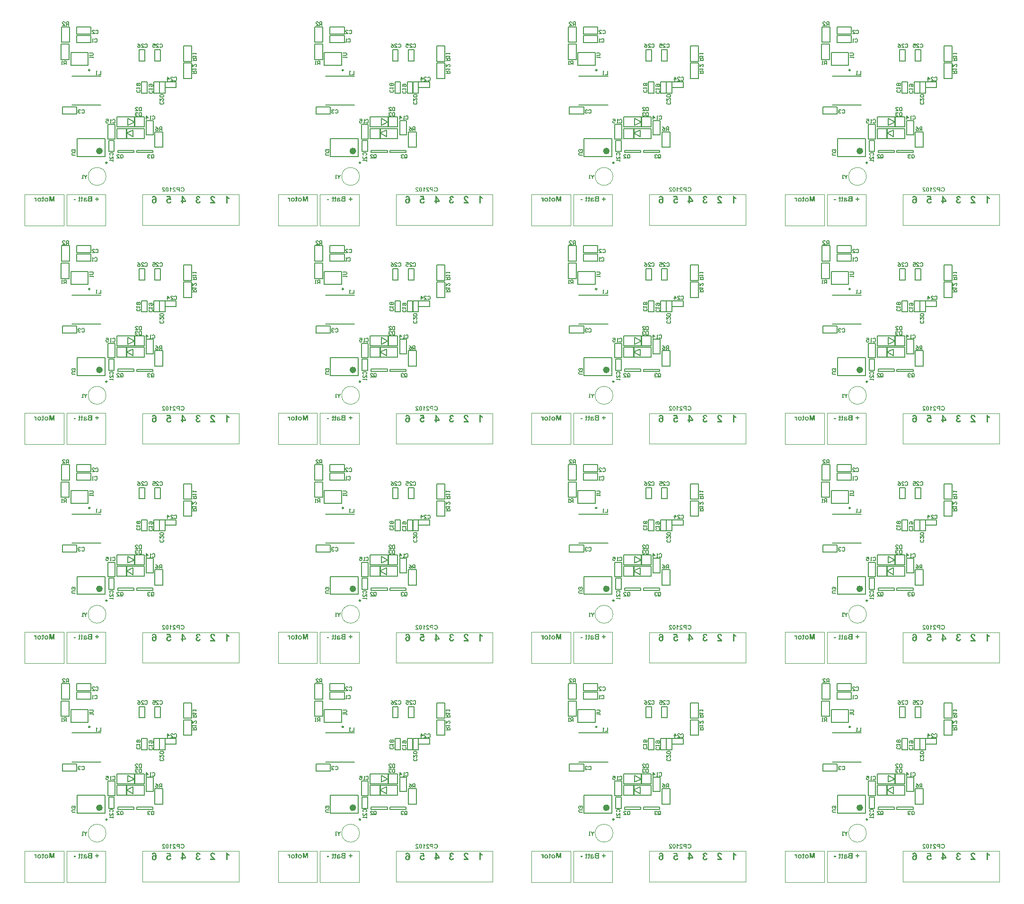
<source format=gbo>
G04*
G04 #@! TF.GenerationSoftware,Altium Limited,Altium Designer,20.2.6 (244)*
G04*
G04 Layer_Color=65535*
%FSLAX44Y44*%
%MOMM*%
G71*
G04*
G04 #@! TF.SameCoordinates,9645A69E-1417-4B4D-8682-0EA00A473316*
G04*
G04*
G04 #@! TF.FilePolarity,Positive*
G04*
G01*
G75*
%ADD35C,0.2540*%
%ADD54C,0.2000*%
%ADD55C,0.1000*%
%ADD57C,0.2500*%
%ADD59C,0.1270*%
%ADD98C,0.6000*%
%ADD99C,0.1500*%
G36*
X1690393Y1246128D02*
X1690740Y1246066D01*
X1691050Y1245966D01*
X1691187Y1245917D01*
X1691311Y1245867D01*
X1691435Y1245818D01*
X1691534Y1245768D01*
X1691620Y1245719D01*
X1691682Y1245669D01*
X1691744Y1245632D01*
X1691782Y1245607D01*
X1691806Y1245595D01*
X1691819Y1245582D01*
X1691943Y1245471D01*
X1692067Y1245347D01*
X1692166Y1245210D01*
X1692265Y1245062D01*
X1692414Y1244752D01*
X1692525Y1244454D01*
X1692575Y1244306D01*
X1692600Y1244169D01*
X1692637Y1244058D01*
X1692649Y1243946D01*
X1692674Y1243859D01*
Y1243797D01*
X1692686Y1243748D01*
Y1243735D01*
X1691137Y1243587D01*
X1691112Y1243822D01*
X1691075Y1244033D01*
X1691013Y1244194D01*
X1690963Y1244330D01*
X1690902Y1244442D01*
X1690864Y1244504D01*
X1690827Y1244554D01*
X1690815Y1244566D01*
X1690691Y1244665D01*
X1690567Y1244739D01*
X1690431Y1244789D01*
X1690307Y1244826D01*
X1690207Y1244851D01*
X1690108Y1244863D01*
X1690034D01*
X1689860Y1244851D01*
X1689699Y1244814D01*
X1689563Y1244777D01*
X1689451Y1244727D01*
X1689365Y1244665D01*
X1689303Y1244628D01*
X1689265Y1244591D01*
X1689253Y1244578D01*
X1689154Y1244467D01*
X1689092Y1244330D01*
X1689042Y1244194D01*
X1689005Y1244070D01*
X1688980Y1243959D01*
X1688968Y1243859D01*
Y1243797D01*
Y1243773D01*
X1688980Y1243599D01*
X1689017Y1243426D01*
X1689067Y1243264D01*
X1689129Y1243116D01*
X1689191Y1242992D01*
X1689241Y1242905D01*
X1689278Y1242843D01*
X1689290Y1242818D01*
X1689340Y1242744D01*
X1689414Y1242657D01*
X1689501Y1242570D01*
X1689600Y1242471D01*
X1689811Y1242248D01*
X1690034Y1242025D01*
X1690245Y1241826D01*
X1690344Y1241727D01*
X1690418Y1241653D01*
X1690493Y1241591D01*
X1690542Y1241529D01*
X1690579Y1241504D01*
X1690592Y1241492D01*
X1690827Y1241269D01*
X1691050Y1241058D01*
X1691236Y1240860D01*
X1691422Y1240674D01*
X1691583Y1240500D01*
X1691720Y1240339D01*
X1691856Y1240190D01*
X1691968Y1240054D01*
X1692054Y1239942D01*
X1692141Y1239831D01*
X1692203Y1239744D01*
X1692265Y1239670D01*
X1692302Y1239608D01*
X1692327Y1239571D01*
X1692352Y1239546D01*
Y1239533D01*
X1692501Y1239261D01*
X1692612Y1238988D01*
X1692711Y1238728D01*
X1692773Y1238480D01*
X1692823Y1238281D01*
X1692835Y1238195D01*
X1692848Y1238120D01*
X1692860Y1238071D01*
X1692872Y1238021D01*
Y1237996D01*
Y1237984D01*
X1687406D01*
Y1239434D01*
X1690517D01*
X1690418Y1239595D01*
X1690307Y1239719D01*
X1690269Y1239781D01*
X1690232Y1239818D01*
X1690207Y1239843D01*
X1690195Y1239856D01*
X1690146Y1239905D01*
X1690096Y1239955D01*
X1689960Y1240091D01*
X1689811Y1240240D01*
X1689650Y1240389D01*
X1689501Y1240537D01*
X1689377Y1240649D01*
X1689340Y1240699D01*
X1689303Y1240736D01*
X1689278Y1240748D01*
X1689265Y1240761D01*
X1689005Y1240996D01*
X1688794Y1241207D01*
X1688609Y1241393D01*
X1688472Y1241542D01*
X1688361Y1241653D01*
X1688286Y1241740D01*
X1688249Y1241789D01*
X1688237Y1241802D01*
X1688088Y1242000D01*
X1687952Y1242186D01*
X1687840Y1242359D01*
X1687753Y1242521D01*
X1687691Y1242645D01*
X1687642Y1242744D01*
X1687617Y1242806D01*
X1687604Y1242831D01*
X1687543Y1243017D01*
X1687493Y1243215D01*
X1687456Y1243388D01*
X1687431Y1243549D01*
X1687419Y1243686D01*
X1687406Y1243797D01*
Y1243859D01*
Y1243884D01*
X1687419Y1244058D01*
X1687431Y1244231D01*
X1687518Y1244541D01*
X1687629Y1244814D01*
X1687753Y1245049D01*
X1687877Y1245235D01*
X1687939Y1245322D01*
X1687989Y1245384D01*
X1688038Y1245434D01*
X1688076Y1245471D01*
X1688088Y1245483D01*
X1688100Y1245496D01*
X1688237Y1245607D01*
X1688373Y1245719D01*
X1688534Y1245805D01*
X1688683Y1245880D01*
X1689005Y1245991D01*
X1689303Y1246066D01*
X1689451Y1246103D01*
X1689575Y1246115D01*
X1689699Y1246128D01*
X1689798Y1246140D01*
X1689885Y1246152D01*
X1690195D01*
X1690393Y1246128D01*
D02*
G37*
G36*
X1671429D02*
X1671776Y1246066D01*
X1672086Y1245966D01*
X1672222Y1245917D01*
X1672346Y1245867D01*
X1672470Y1245818D01*
X1672569Y1245768D01*
X1672656Y1245719D01*
X1672718Y1245669D01*
X1672780Y1245632D01*
X1672817Y1245607D01*
X1672842Y1245595D01*
X1672854Y1245582D01*
X1672978Y1245471D01*
X1673102Y1245347D01*
X1673201Y1245210D01*
X1673300Y1245062D01*
X1673449Y1244752D01*
X1673561Y1244454D01*
X1673610Y1244306D01*
X1673635Y1244169D01*
X1673672Y1244058D01*
X1673685Y1243946D01*
X1673709Y1243859D01*
Y1243797D01*
X1673722Y1243748D01*
Y1243735D01*
X1672172Y1243587D01*
X1672148Y1243822D01*
X1672110Y1244033D01*
X1672048Y1244194D01*
X1671999Y1244330D01*
X1671937Y1244442D01*
X1671900Y1244504D01*
X1671862Y1244554D01*
X1671850Y1244566D01*
X1671726Y1244665D01*
X1671602Y1244739D01*
X1671466Y1244789D01*
X1671342Y1244826D01*
X1671243Y1244851D01*
X1671144Y1244863D01*
X1671069D01*
X1670896Y1244851D01*
X1670735Y1244814D01*
X1670598Y1244777D01*
X1670487Y1244727D01*
X1670400Y1244665D01*
X1670338Y1244628D01*
X1670301Y1244591D01*
X1670288Y1244578D01*
X1670189Y1244467D01*
X1670127Y1244330D01*
X1670078Y1244194D01*
X1670040Y1244070D01*
X1670016Y1243959D01*
X1670003Y1243859D01*
Y1243797D01*
Y1243773D01*
X1670016Y1243599D01*
X1670053Y1243426D01*
X1670102Y1243264D01*
X1670164Y1243116D01*
X1670226Y1242992D01*
X1670276Y1242905D01*
X1670313Y1242843D01*
X1670325Y1242818D01*
X1670375Y1242744D01*
X1670450Y1242657D01*
X1670536Y1242570D01*
X1670635Y1242471D01*
X1670846Y1242248D01*
X1671069Y1242025D01*
X1671280Y1241826D01*
X1671379Y1241727D01*
X1671454Y1241653D01*
X1671528Y1241591D01*
X1671577Y1241529D01*
X1671615Y1241504D01*
X1671627Y1241492D01*
X1671862Y1241269D01*
X1672086Y1241058D01*
X1672272Y1240860D01*
X1672457Y1240674D01*
X1672619Y1240500D01*
X1672755Y1240339D01*
X1672891Y1240190D01*
X1673003Y1240054D01*
X1673090Y1239942D01*
X1673176Y1239831D01*
X1673238Y1239744D01*
X1673300Y1239670D01*
X1673338Y1239608D01*
X1673362Y1239571D01*
X1673387Y1239546D01*
Y1239533D01*
X1673536Y1239261D01*
X1673647Y1238988D01*
X1673747Y1238728D01*
X1673809Y1238480D01*
X1673858Y1238281D01*
X1673871Y1238195D01*
X1673883Y1238120D01*
X1673895Y1238071D01*
X1673908Y1238021D01*
Y1237996D01*
Y1237984D01*
X1668441D01*
Y1239434D01*
X1671553D01*
X1671454Y1239595D01*
X1671342Y1239719D01*
X1671305Y1239781D01*
X1671268Y1239818D01*
X1671243Y1239843D01*
X1671230Y1239856D01*
X1671181Y1239905D01*
X1671131Y1239955D01*
X1670995Y1240091D01*
X1670846Y1240240D01*
X1670685Y1240389D01*
X1670536Y1240537D01*
X1670412Y1240649D01*
X1670375Y1240699D01*
X1670338Y1240736D01*
X1670313Y1240748D01*
X1670301Y1240761D01*
X1670040Y1240996D01*
X1669830Y1241207D01*
X1669644Y1241393D01*
X1669507Y1241542D01*
X1669396Y1241653D01*
X1669321Y1241740D01*
X1669284Y1241789D01*
X1669272Y1241802D01*
X1669123Y1242000D01*
X1668987Y1242186D01*
X1668875Y1242359D01*
X1668788Y1242521D01*
X1668727Y1242645D01*
X1668677Y1242744D01*
X1668652Y1242806D01*
X1668640Y1242831D01*
X1668578Y1243017D01*
X1668528Y1243215D01*
X1668491Y1243388D01*
X1668466Y1243549D01*
X1668454Y1243686D01*
X1668441Y1243797D01*
Y1243859D01*
Y1243884D01*
X1668454Y1244058D01*
X1668466Y1244231D01*
X1668553Y1244541D01*
X1668665Y1244814D01*
X1668788Y1245049D01*
X1668913Y1245235D01*
X1668974Y1245322D01*
X1669024Y1245384D01*
X1669074Y1245434D01*
X1669111Y1245471D01*
X1669123Y1245483D01*
X1669136Y1245496D01*
X1669272Y1245607D01*
X1669408Y1245719D01*
X1669569Y1245805D01*
X1669718Y1245880D01*
X1670040Y1245991D01*
X1670338Y1246066D01*
X1670487Y1246103D01*
X1670611Y1246115D01*
X1670735Y1246128D01*
X1670834Y1246140D01*
X1670921Y1246152D01*
X1671230D01*
X1671429Y1246128D01*
D02*
G37*
G36*
X1236893D02*
X1237240Y1246066D01*
X1237550Y1245966D01*
X1237687Y1245917D01*
X1237811Y1245867D01*
X1237935Y1245818D01*
X1238034Y1245768D01*
X1238120Y1245719D01*
X1238183Y1245669D01*
X1238244Y1245632D01*
X1238282Y1245607D01*
X1238306Y1245595D01*
X1238319Y1245582D01*
X1238443Y1245471D01*
X1238567Y1245347D01*
X1238666Y1245210D01*
X1238765Y1245062D01*
X1238914Y1244752D01*
X1239025Y1244454D01*
X1239075Y1244306D01*
X1239100Y1244169D01*
X1239137Y1244058D01*
X1239149Y1243946D01*
X1239174Y1243859D01*
Y1243797D01*
X1239186Y1243748D01*
Y1243735D01*
X1237637Y1243587D01*
X1237612Y1243822D01*
X1237575Y1244033D01*
X1237513Y1244194D01*
X1237464Y1244330D01*
X1237402Y1244442D01*
X1237364Y1244504D01*
X1237327Y1244554D01*
X1237315Y1244566D01*
X1237191Y1244665D01*
X1237067Y1244739D01*
X1236930Y1244789D01*
X1236807Y1244826D01*
X1236707Y1244851D01*
X1236608Y1244863D01*
X1236534D01*
X1236360Y1244851D01*
X1236199Y1244814D01*
X1236063Y1244777D01*
X1235951Y1244727D01*
X1235865Y1244665D01*
X1235803Y1244628D01*
X1235765Y1244591D01*
X1235753Y1244578D01*
X1235654Y1244467D01*
X1235592Y1244330D01*
X1235542Y1244194D01*
X1235505Y1244070D01*
X1235480Y1243959D01*
X1235468Y1243859D01*
Y1243797D01*
Y1243773D01*
X1235480Y1243599D01*
X1235518Y1243426D01*
X1235567Y1243264D01*
X1235629Y1243116D01*
X1235691Y1242992D01*
X1235741Y1242905D01*
X1235778Y1242843D01*
X1235790Y1242818D01*
X1235840Y1242744D01*
X1235914Y1242657D01*
X1236001Y1242570D01*
X1236100Y1242471D01*
X1236311Y1242248D01*
X1236534Y1242025D01*
X1236745Y1241826D01*
X1236844Y1241727D01*
X1236918Y1241653D01*
X1236992Y1241591D01*
X1237042Y1241529D01*
X1237079Y1241504D01*
X1237092Y1241492D01*
X1237327Y1241269D01*
X1237550Y1241058D01*
X1237736Y1240860D01*
X1237922Y1240674D01*
X1238083Y1240500D01*
X1238220Y1240339D01*
X1238356Y1240190D01*
X1238468Y1240054D01*
X1238554Y1239942D01*
X1238641Y1239831D01*
X1238703Y1239744D01*
X1238765Y1239670D01*
X1238802Y1239608D01*
X1238827Y1239571D01*
X1238852Y1239546D01*
Y1239533D01*
X1239000Y1239261D01*
X1239112Y1238988D01*
X1239211Y1238728D01*
X1239273Y1238480D01*
X1239323Y1238281D01*
X1239335Y1238195D01*
X1239348Y1238120D01*
X1239360Y1238071D01*
X1239372Y1238021D01*
Y1237996D01*
Y1237984D01*
X1233906D01*
Y1239434D01*
X1237017D01*
X1236918Y1239595D01*
X1236807Y1239719D01*
X1236769Y1239781D01*
X1236732Y1239818D01*
X1236707Y1239843D01*
X1236695Y1239856D01*
X1236646Y1239905D01*
X1236596Y1239955D01*
X1236460Y1240091D01*
X1236311Y1240240D01*
X1236150Y1240389D01*
X1236001Y1240537D01*
X1235877Y1240649D01*
X1235840Y1240699D01*
X1235803Y1240736D01*
X1235778Y1240748D01*
X1235765Y1240761D01*
X1235505Y1240996D01*
X1235294Y1241207D01*
X1235108Y1241393D01*
X1234972Y1241542D01*
X1234861Y1241653D01*
X1234786Y1241740D01*
X1234749Y1241789D01*
X1234737Y1241802D01*
X1234588Y1242000D01*
X1234452Y1242186D01*
X1234340Y1242359D01*
X1234253Y1242521D01*
X1234191Y1242645D01*
X1234142Y1242744D01*
X1234117Y1242806D01*
X1234104Y1242831D01*
X1234043Y1243017D01*
X1233993Y1243215D01*
X1233956Y1243388D01*
X1233931Y1243549D01*
X1233919Y1243686D01*
X1233906Y1243797D01*
Y1243859D01*
Y1243884D01*
X1233919Y1244058D01*
X1233931Y1244231D01*
X1234018Y1244541D01*
X1234129Y1244814D01*
X1234253Y1245049D01*
X1234377Y1245235D01*
X1234439Y1245322D01*
X1234489Y1245384D01*
X1234538Y1245434D01*
X1234576Y1245471D01*
X1234588Y1245483D01*
X1234600Y1245496D01*
X1234737Y1245607D01*
X1234873Y1245719D01*
X1235034Y1245805D01*
X1235183Y1245880D01*
X1235505Y1245991D01*
X1235803Y1246066D01*
X1235951Y1246103D01*
X1236075Y1246115D01*
X1236199Y1246128D01*
X1236298Y1246140D01*
X1236385Y1246152D01*
X1236695D01*
X1236893Y1246128D01*
D02*
G37*
G36*
X1217929D02*
X1218276Y1246066D01*
X1218586Y1245966D01*
X1218722Y1245917D01*
X1218846Y1245867D01*
X1218970Y1245818D01*
X1219069Y1245768D01*
X1219156Y1245719D01*
X1219218Y1245669D01*
X1219280Y1245632D01*
X1219317Y1245607D01*
X1219342Y1245595D01*
X1219354Y1245582D01*
X1219478Y1245471D01*
X1219602Y1245347D01*
X1219701Y1245210D01*
X1219800Y1245062D01*
X1219949Y1244752D01*
X1220061Y1244454D01*
X1220110Y1244306D01*
X1220135Y1244169D01*
X1220172Y1244058D01*
X1220185Y1243946D01*
X1220209Y1243859D01*
Y1243797D01*
X1220222Y1243748D01*
Y1243735D01*
X1218672Y1243587D01*
X1218648Y1243822D01*
X1218610Y1244033D01*
X1218549Y1244194D01*
X1218499Y1244330D01*
X1218437Y1244442D01*
X1218400Y1244504D01*
X1218363Y1244554D01*
X1218350Y1244566D01*
X1218226Y1244665D01*
X1218102Y1244739D01*
X1217966Y1244789D01*
X1217842Y1244826D01*
X1217743Y1244851D01*
X1217644Y1244863D01*
X1217569D01*
X1217396Y1244851D01*
X1217235Y1244814D01*
X1217098Y1244777D01*
X1216987Y1244727D01*
X1216900Y1244665D01*
X1216838Y1244628D01*
X1216801Y1244591D01*
X1216788Y1244578D01*
X1216689Y1244467D01*
X1216627Y1244330D01*
X1216578Y1244194D01*
X1216540Y1244070D01*
X1216516Y1243959D01*
X1216503Y1243859D01*
Y1243797D01*
Y1243773D01*
X1216516Y1243599D01*
X1216553Y1243426D01*
X1216602Y1243264D01*
X1216664Y1243116D01*
X1216726Y1242992D01*
X1216776Y1242905D01*
X1216813Y1242843D01*
X1216825Y1242818D01*
X1216875Y1242744D01*
X1216949Y1242657D01*
X1217036Y1242570D01*
X1217135Y1242471D01*
X1217346Y1242248D01*
X1217569Y1242025D01*
X1217780Y1241826D01*
X1217879Y1241727D01*
X1217953Y1241653D01*
X1218028Y1241591D01*
X1218077Y1241529D01*
X1218115Y1241504D01*
X1218127Y1241492D01*
X1218363Y1241269D01*
X1218586Y1241058D01*
X1218772Y1240860D01*
X1218958Y1240674D01*
X1219119Y1240500D01*
X1219255Y1240339D01*
X1219391Y1240190D01*
X1219503Y1240054D01*
X1219590Y1239942D01*
X1219676Y1239831D01*
X1219738Y1239744D01*
X1219800Y1239670D01*
X1219838Y1239608D01*
X1219862Y1239571D01*
X1219887Y1239546D01*
Y1239533D01*
X1220036Y1239261D01*
X1220147Y1238988D01*
X1220247Y1238728D01*
X1220309Y1238480D01*
X1220358Y1238281D01*
X1220371Y1238195D01*
X1220383Y1238120D01*
X1220395Y1238071D01*
X1220408Y1238021D01*
Y1237996D01*
Y1237984D01*
X1214941D01*
Y1239434D01*
X1218053D01*
X1217953Y1239595D01*
X1217842Y1239719D01*
X1217805Y1239781D01*
X1217768Y1239818D01*
X1217743Y1239843D01*
X1217730Y1239856D01*
X1217681Y1239905D01*
X1217631Y1239955D01*
X1217495Y1240091D01*
X1217346Y1240240D01*
X1217185Y1240389D01*
X1217036Y1240537D01*
X1216912Y1240649D01*
X1216875Y1240699D01*
X1216838Y1240736D01*
X1216813Y1240748D01*
X1216801Y1240761D01*
X1216540Y1240996D01*
X1216330Y1241207D01*
X1216144Y1241393D01*
X1216007Y1241542D01*
X1215896Y1241653D01*
X1215822Y1241740D01*
X1215784Y1241789D01*
X1215772Y1241802D01*
X1215623Y1242000D01*
X1215487Y1242186D01*
X1215375Y1242359D01*
X1215288Y1242521D01*
X1215227Y1242645D01*
X1215177Y1242744D01*
X1215152Y1242806D01*
X1215140Y1242831D01*
X1215078Y1243017D01*
X1215028Y1243215D01*
X1214991Y1243388D01*
X1214966Y1243549D01*
X1214954Y1243686D01*
X1214941Y1243797D01*
Y1243859D01*
Y1243884D01*
X1214954Y1244058D01*
X1214966Y1244231D01*
X1215053Y1244541D01*
X1215165Y1244814D01*
X1215288Y1245049D01*
X1215413Y1245235D01*
X1215474Y1245322D01*
X1215524Y1245384D01*
X1215574Y1245434D01*
X1215611Y1245471D01*
X1215623Y1245483D01*
X1215636Y1245496D01*
X1215772Y1245607D01*
X1215908Y1245719D01*
X1216069Y1245805D01*
X1216218Y1245880D01*
X1216540Y1245991D01*
X1216838Y1246066D01*
X1216987Y1246103D01*
X1217111Y1246115D01*
X1217235Y1246128D01*
X1217334Y1246140D01*
X1217421Y1246152D01*
X1217730D01*
X1217929Y1246128D01*
D02*
G37*
G36*
X783393D02*
X783740Y1246066D01*
X784050Y1245966D01*
X784187Y1245917D01*
X784311Y1245867D01*
X784435Y1245818D01*
X784534Y1245768D01*
X784621Y1245719D01*
X784682Y1245669D01*
X784744Y1245632D01*
X784782Y1245607D01*
X784806Y1245595D01*
X784819Y1245582D01*
X784943Y1245471D01*
X785067Y1245347D01*
X785166Y1245210D01*
X785265Y1245062D01*
X785414Y1244752D01*
X785525Y1244454D01*
X785575Y1244306D01*
X785600Y1244169D01*
X785637Y1244058D01*
X785649Y1243946D01*
X785674Y1243859D01*
Y1243797D01*
X785686Y1243748D01*
Y1243735D01*
X784137Y1243587D01*
X784112Y1243822D01*
X784075Y1244033D01*
X784013Y1244194D01*
X783963Y1244330D01*
X783902Y1244442D01*
X783864Y1244504D01*
X783827Y1244554D01*
X783815Y1244566D01*
X783691Y1244665D01*
X783567Y1244739D01*
X783430Y1244789D01*
X783307Y1244826D01*
X783207Y1244851D01*
X783108Y1244863D01*
X783034D01*
X782860Y1244851D01*
X782699Y1244814D01*
X782563Y1244777D01*
X782451Y1244727D01*
X782365Y1244665D01*
X782303Y1244628D01*
X782265Y1244591D01*
X782253Y1244578D01*
X782154Y1244467D01*
X782092Y1244330D01*
X782042Y1244194D01*
X782005Y1244070D01*
X781980Y1243959D01*
X781968Y1243859D01*
Y1243797D01*
Y1243773D01*
X781980Y1243599D01*
X782018Y1243426D01*
X782067Y1243264D01*
X782129Y1243116D01*
X782191Y1242992D01*
X782241Y1242905D01*
X782278Y1242843D01*
X782290Y1242818D01*
X782340Y1242744D01*
X782414Y1242657D01*
X782501Y1242570D01*
X782600Y1242471D01*
X782811Y1242248D01*
X783034Y1242025D01*
X783245Y1241826D01*
X783344Y1241727D01*
X783418Y1241653D01*
X783493Y1241591D01*
X783542Y1241529D01*
X783579Y1241504D01*
X783592Y1241492D01*
X783827Y1241269D01*
X784050Y1241058D01*
X784236Y1240860D01*
X784422Y1240674D01*
X784583Y1240500D01*
X784720Y1240339D01*
X784856Y1240190D01*
X784967Y1240054D01*
X785054Y1239942D01*
X785141Y1239831D01*
X785203Y1239744D01*
X785265Y1239670D01*
X785302Y1239608D01*
X785327Y1239571D01*
X785352Y1239546D01*
Y1239533D01*
X785500Y1239261D01*
X785612Y1238988D01*
X785711Y1238728D01*
X785773Y1238480D01*
X785823Y1238281D01*
X785835Y1238195D01*
X785848Y1238120D01*
X785860Y1238071D01*
X785872Y1238021D01*
Y1237996D01*
Y1237984D01*
X780406D01*
Y1239434D01*
X783517D01*
X783418Y1239595D01*
X783307Y1239719D01*
X783269Y1239781D01*
X783232Y1239818D01*
X783207Y1239843D01*
X783195Y1239856D01*
X783145Y1239905D01*
X783096Y1239955D01*
X782960Y1240091D01*
X782811Y1240240D01*
X782650Y1240389D01*
X782501Y1240537D01*
X782377Y1240649D01*
X782340Y1240699D01*
X782303Y1240736D01*
X782278Y1240748D01*
X782265Y1240761D01*
X782005Y1240996D01*
X781794Y1241207D01*
X781608Y1241393D01*
X781472Y1241542D01*
X781360Y1241653D01*
X781286Y1241740D01*
X781249Y1241789D01*
X781237Y1241802D01*
X781088Y1242000D01*
X780952Y1242186D01*
X780840Y1242359D01*
X780753Y1242521D01*
X780691Y1242645D01*
X780642Y1242744D01*
X780617Y1242806D01*
X780604Y1242831D01*
X780543Y1243017D01*
X780493Y1243215D01*
X780456Y1243388D01*
X780431Y1243549D01*
X780418Y1243686D01*
X780406Y1243797D01*
Y1243859D01*
Y1243884D01*
X780418Y1244058D01*
X780431Y1244231D01*
X780518Y1244541D01*
X780629Y1244814D01*
X780753Y1245049D01*
X780877Y1245235D01*
X780939Y1245322D01*
X780989Y1245384D01*
X781038Y1245434D01*
X781076Y1245471D01*
X781088Y1245483D01*
X781100Y1245496D01*
X781237Y1245607D01*
X781373Y1245719D01*
X781534Y1245805D01*
X781683Y1245880D01*
X782005Y1245991D01*
X782303Y1246066D01*
X782451Y1246103D01*
X782575Y1246115D01*
X782699Y1246128D01*
X782798Y1246140D01*
X782885Y1246152D01*
X783195D01*
X783393Y1246128D01*
D02*
G37*
G36*
X764429D02*
X764776Y1246066D01*
X765086Y1245966D01*
X765222Y1245917D01*
X765346Y1245867D01*
X765470Y1245818D01*
X765569Y1245768D01*
X765656Y1245719D01*
X765718Y1245669D01*
X765780Y1245632D01*
X765817Y1245607D01*
X765842Y1245595D01*
X765854Y1245582D01*
X765978Y1245471D01*
X766102Y1245347D01*
X766201Y1245210D01*
X766300Y1245062D01*
X766449Y1244752D01*
X766561Y1244454D01*
X766610Y1244306D01*
X766635Y1244169D01*
X766672Y1244058D01*
X766685Y1243946D01*
X766709Y1243859D01*
Y1243797D01*
X766722Y1243748D01*
Y1243735D01*
X765172Y1243587D01*
X765148Y1243822D01*
X765110Y1244033D01*
X765049Y1244194D01*
X764999Y1244330D01*
X764937Y1244442D01*
X764900Y1244504D01*
X764863Y1244554D01*
X764850Y1244566D01*
X764726Y1244665D01*
X764602Y1244739D01*
X764466Y1244789D01*
X764342Y1244826D01*
X764243Y1244851D01*
X764144Y1244863D01*
X764069D01*
X763896Y1244851D01*
X763735Y1244814D01*
X763598Y1244777D01*
X763487Y1244727D01*
X763400Y1244665D01*
X763338Y1244628D01*
X763301Y1244591D01*
X763288Y1244578D01*
X763189Y1244467D01*
X763127Y1244330D01*
X763078Y1244194D01*
X763040Y1244070D01*
X763016Y1243959D01*
X763003Y1243859D01*
Y1243797D01*
Y1243773D01*
X763016Y1243599D01*
X763053Y1243426D01*
X763102Y1243264D01*
X763164Y1243116D01*
X763226Y1242992D01*
X763276Y1242905D01*
X763313Y1242843D01*
X763326Y1242818D01*
X763375Y1242744D01*
X763449Y1242657D01*
X763536Y1242570D01*
X763635Y1242471D01*
X763846Y1242248D01*
X764069Y1242025D01*
X764280Y1241826D01*
X764379Y1241727D01*
X764454Y1241653D01*
X764528Y1241591D01*
X764577Y1241529D01*
X764615Y1241504D01*
X764627Y1241492D01*
X764863Y1241269D01*
X765086Y1241058D01*
X765272Y1240860D01*
X765458Y1240674D01*
X765619Y1240500D01*
X765755Y1240339D01*
X765891Y1240190D01*
X766003Y1240054D01*
X766090Y1239942D01*
X766176Y1239831D01*
X766238Y1239744D01*
X766300Y1239670D01*
X766338Y1239608D01*
X766362Y1239571D01*
X766387Y1239546D01*
Y1239533D01*
X766536Y1239261D01*
X766647Y1238988D01*
X766747Y1238728D01*
X766809Y1238480D01*
X766858Y1238281D01*
X766871Y1238195D01*
X766883Y1238120D01*
X766895Y1238071D01*
X766908Y1238021D01*
Y1237996D01*
Y1237984D01*
X761441D01*
Y1239434D01*
X764553D01*
X764454Y1239595D01*
X764342Y1239719D01*
X764305Y1239781D01*
X764268Y1239818D01*
X764243Y1239843D01*
X764230Y1239856D01*
X764181Y1239905D01*
X764131Y1239955D01*
X763995Y1240091D01*
X763846Y1240240D01*
X763685Y1240389D01*
X763536Y1240537D01*
X763412Y1240649D01*
X763375Y1240699D01*
X763338Y1240736D01*
X763313Y1240748D01*
X763301Y1240761D01*
X763040Y1240996D01*
X762830Y1241207D01*
X762644Y1241393D01*
X762507Y1241542D01*
X762396Y1241653D01*
X762321Y1241740D01*
X762284Y1241789D01*
X762272Y1241802D01*
X762123Y1242000D01*
X761987Y1242186D01*
X761875Y1242359D01*
X761788Y1242521D01*
X761727Y1242645D01*
X761677Y1242744D01*
X761652Y1242806D01*
X761640Y1242831D01*
X761578Y1243017D01*
X761528Y1243215D01*
X761491Y1243388D01*
X761466Y1243549D01*
X761454Y1243686D01*
X761441Y1243797D01*
Y1243859D01*
Y1243884D01*
X761454Y1244058D01*
X761466Y1244231D01*
X761553Y1244541D01*
X761665Y1244814D01*
X761788Y1245049D01*
X761913Y1245235D01*
X761974Y1245322D01*
X762024Y1245384D01*
X762074Y1245434D01*
X762111Y1245471D01*
X762123Y1245483D01*
X762136Y1245496D01*
X762272Y1245607D01*
X762408Y1245719D01*
X762569Y1245805D01*
X762718Y1245880D01*
X763040Y1245991D01*
X763338Y1246066D01*
X763487Y1246103D01*
X763611Y1246115D01*
X763735Y1246128D01*
X763834Y1246140D01*
X763921Y1246152D01*
X764230D01*
X764429Y1246128D01*
D02*
G37*
G36*
X329893D02*
X330240Y1246066D01*
X330550Y1245966D01*
X330687Y1245917D01*
X330811Y1245867D01*
X330934Y1245818D01*
X331034Y1245768D01*
X331120Y1245719D01*
X331182Y1245669D01*
X331244Y1245632D01*
X331282Y1245607D01*
X331306Y1245595D01*
X331319Y1245582D01*
X331443Y1245471D01*
X331567Y1245347D01*
X331666Y1245210D01*
X331765Y1245062D01*
X331914Y1244752D01*
X332025Y1244454D01*
X332075Y1244306D01*
X332100Y1244169D01*
X332137Y1244058D01*
X332149Y1243946D01*
X332174Y1243859D01*
Y1243797D01*
X332187Y1243748D01*
Y1243735D01*
X330637Y1243587D01*
X330612Y1243822D01*
X330575Y1244033D01*
X330513Y1244194D01*
X330463Y1244330D01*
X330401Y1244442D01*
X330364Y1244504D01*
X330327Y1244554D01*
X330315Y1244566D01*
X330191Y1244665D01*
X330067Y1244739D01*
X329930Y1244789D01*
X329807Y1244826D01*
X329707Y1244851D01*
X329608Y1244863D01*
X329534D01*
X329360Y1244851D01*
X329199Y1244814D01*
X329063Y1244777D01*
X328951Y1244727D01*
X328865Y1244665D01*
X328803Y1244628D01*
X328765Y1244591D01*
X328753Y1244578D01*
X328654Y1244467D01*
X328592Y1244330D01*
X328542Y1244194D01*
X328505Y1244070D01*
X328480Y1243959D01*
X328468Y1243859D01*
Y1243797D01*
Y1243773D01*
X328480Y1243599D01*
X328517Y1243426D01*
X328567Y1243264D01*
X328629Y1243116D01*
X328691Y1242992D01*
X328741Y1242905D01*
X328778Y1242843D01*
X328790Y1242818D01*
X328840Y1242744D01*
X328914Y1242657D01*
X329001Y1242570D01*
X329100Y1242471D01*
X329311Y1242248D01*
X329534Y1242025D01*
X329745Y1241826D01*
X329844Y1241727D01*
X329918Y1241653D01*
X329992Y1241591D01*
X330042Y1241529D01*
X330079Y1241504D01*
X330092Y1241492D01*
X330327Y1241269D01*
X330550Y1241058D01*
X330736Y1240860D01*
X330922Y1240674D01*
X331083Y1240500D01*
X331220Y1240339D01*
X331356Y1240190D01*
X331468Y1240054D01*
X331554Y1239942D01*
X331641Y1239831D01*
X331703Y1239744D01*
X331765Y1239670D01*
X331802Y1239608D01*
X331827Y1239571D01*
X331852Y1239546D01*
Y1239533D01*
X332001Y1239261D01*
X332112Y1238988D01*
X332211Y1238728D01*
X332273Y1238480D01*
X332323Y1238281D01*
X332335Y1238195D01*
X332348Y1238120D01*
X332360Y1238071D01*
X332372Y1238021D01*
Y1237996D01*
Y1237984D01*
X326906D01*
Y1239434D01*
X330017D01*
X329918Y1239595D01*
X329807Y1239719D01*
X329769Y1239781D01*
X329732Y1239818D01*
X329707Y1239843D01*
X329695Y1239856D01*
X329645Y1239905D01*
X329596Y1239955D01*
X329459Y1240091D01*
X329311Y1240240D01*
X329150Y1240389D01*
X329001Y1240537D01*
X328877Y1240649D01*
X328840Y1240699D01*
X328803Y1240736D01*
X328778Y1240748D01*
X328765Y1240761D01*
X328505Y1240996D01*
X328294Y1241207D01*
X328108Y1241393D01*
X327972Y1241542D01*
X327860Y1241653D01*
X327786Y1241740D01*
X327749Y1241789D01*
X327737Y1241802D01*
X327588Y1242000D01*
X327452Y1242186D01*
X327340Y1242359D01*
X327253Y1242521D01*
X327191Y1242645D01*
X327142Y1242744D01*
X327117Y1242806D01*
X327104Y1242831D01*
X327042Y1243017D01*
X326993Y1243215D01*
X326956Y1243388D01*
X326931Y1243549D01*
X326918Y1243686D01*
X326906Y1243797D01*
Y1243859D01*
Y1243884D01*
X326918Y1244058D01*
X326931Y1244231D01*
X327018Y1244541D01*
X327129Y1244814D01*
X327253Y1245049D01*
X327377Y1245235D01*
X327439Y1245322D01*
X327489Y1245384D01*
X327538Y1245434D01*
X327575Y1245471D01*
X327588Y1245483D01*
X327600Y1245496D01*
X327737Y1245607D01*
X327873Y1245719D01*
X328034Y1245805D01*
X328183Y1245880D01*
X328505Y1245991D01*
X328803Y1246066D01*
X328951Y1246103D01*
X329075Y1246115D01*
X329199Y1246128D01*
X329298Y1246140D01*
X329385Y1246152D01*
X329695D01*
X329893Y1246128D01*
D02*
G37*
G36*
X310929D02*
X311276Y1246066D01*
X311586Y1245966D01*
X311722Y1245917D01*
X311846Y1245867D01*
X311970Y1245818D01*
X312069Y1245768D01*
X312156Y1245719D01*
X312218Y1245669D01*
X312280Y1245632D01*
X312317Y1245607D01*
X312342Y1245595D01*
X312354Y1245582D01*
X312478Y1245471D01*
X312602Y1245347D01*
X312701Y1245210D01*
X312800Y1245062D01*
X312949Y1244752D01*
X313061Y1244454D01*
X313110Y1244306D01*
X313135Y1244169D01*
X313172Y1244058D01*
X313185Y1243946D01*
X313209Y1243859D01*
Y1243797D01*
X313222Y1243748D01*
Y1243735D01*
X311672Y1243587D01*
X311648Y1243822D01*
X311610Y1244033D01*
X311548Y1244194D01*
X311499Y1244330D01*
X311437Y1244442D01*
X311400Y1244504D01*
X311362Y1244554D01*
X311350Y1244566D01*
X311226Y1244665D01*
X311102Y1244739D01*
X310966Y1244789D01*
X310842Y1244826D01*
X310743Y1244851D01*
X310644Y1244863D01*
X310569D01*
X310396Y1244851D01*
X310235Y1244814D01*
X310098Y1244777D01*
X309987Y1244727D01*
X309900Y1244665D01*
X309838Y1244628D01*
X309801Y1244591D01*
X309788Y1244578D01*
X309689Y1244467D01*
X309627Y1244330D01*
X309578Y1244194D01*
X309540Y1244070D01*
X309516Y1243959D01*
X309503Y1243859D01*
Y1243797D01*
Y1243773D01*
X309516Y1243599D01*
X309553Y1243426D01*
X309602Y1243264D01*
X309664Y1243116D01*
X309726Y1242992D01*
X309776Y1242905D01*
X309813Y1242843D01*
X309825Y1242818D01*
X309875Y1242744D01*
X309949Y1242657D01*
X310036Y1242570D01*
X310135Y1242471D01*
X310346Y1242248D01*
X310569Y1242025D01*
X310780Y1241826D01*
X310879Y1241727D01*
X310954Y1241653D01*
X311028Y1241591D01*
X311077Y1241529D01*
X311115Y1241504D01*
X311127Y1241492D01*
X311362Y1241269D01*
X311586Y1241058D01*
X311772Y1240860D01*
X311957Y1240674D01*
X312119Y1240500D01*
X312255Y1240339D01*
X312391Y1240190D01*
X312503Y1240054D01*
X312590Y1239942D01*
X312676Y1239831D01*
X312738Y1239744D01*
X312800Y1239670D01*
X312838Y1239608D01*
X312862Y1239571D01*
X312887Y1239546D01*
Y1239533D01*
X313036Y1239261D01*
X313147Y1238988D01*
X313247Y1238728D01*
X313309Y1238480D01*
X313358Y1238281D01*
X313370Y1238195D01*
X313383Y1238120D01*
X313395Y1238071D01*
X313408Y1238021D01*
Y1237996D01*
Y1237984D01*
X307941D01*
Y1239434D01*
X311053D01*
X310954Y1239595D01*
X310842Y1239719D01*
X310805Y1239781D01*
X310768Y1239818D01*
X310743Y1239843D01*
X310730Y1239856D01*
X310681Y1239905D01*
X310631Y1239955D01*
X310495Y1240091D01*
X310346Y1240240D01*
X310185Y1240389D01*
X310036Y1240537D01*
X309912Y1240649D01*
X309875Y1240699D01*
X309838Y1240736D01*
X309813Y1240748D01*
X309801Y1240761D01*
X309540Y1240996D01*
X309330Y1241207D01*
X309144Y1241393D01*
X309007Y1241542D01*
X308896Y1241653D01*
X308822Y1241740D01*
X308784Y1241789D01*
X308772Y1241802D01*
X308623Y1242000D01*
X308487Y1242186D01*
X308375Y1242359D01*
X308288Y1242521D01*
X308227Y1242645D01*
X308177Y1242744D01*
X308152Y1242806D01*
X308140Y1242831D01*
X308078Y1243017D01*
X308028Y1243215D01*
X307991Y1243388D01*
X307966Y1243549D01*
X307954Y1243686D01*
X307941Y1243797D01*
Y1243859D01*
Y1243884D01*
X307954Y1244058D01*
X307966Y1244231D01*
X308053Y1244541D01*
X308165Y1244814D01*
X308288Y1245049D01*
X308412Y1245235D01*
X308474Y1245322D01*
X308524Y1245384D01*
X308574Y1245434D01*
X308611Y1245471D01*
X308623Y1245483D01*
X308636Y1245496D01*
X308772Y1245607D01*
X308908Y1245719D01*
X309069Y1245805D01*
X309218Y1245880D01*
X309540Y1245991D01*
X309838Y1246066D01*
X309987Y1246103D01*
X310111Y1246115D01*
X310235Y1246128D01*
X310334Y1246140D01*
X310420Y1246152D01*
X310730D01*
X310929Y1246128D01*
D02*
G37*
G36*
X1683737Y1245880D02*
X1683886Y1245632D01*
X1684047Y1245409D01*
X1684208Y1245223D01*
X1684369Y1245062D01*
X1684493Y1244950D01*
X1684530Y1244913D01*
X1684568Y1244876D01*
X1684592Y1244863D01*
X1684605Y1244851D01*
X1684865Y1244653D01*
X1685113Y1244504D01*
X1685336Y1244368D01*
X1685534Y1244268D01*
X1685696Y1244182D01*
X1685820Y1244132D01*
X1685869Y1244120D01*
X1685906Y1244107D01*
X1685919Y1244095D01*
X1685931D01*
Y1242682D01*
X1685510Y1242843D01*
X1685125Y1243029D01*
X1684791Y1243215D01*
X1684630Y1243314D01*
X1684493Y1243413D01*
X1684357Y1243500D01*
X1684245Y1243587D01*
X1684146Y1243661D01*
X1684059Y1243723D01*
X1683997Y1243785D01*
X1683948Y1243822D01*
X1683923Y1243847D01*
X1683911Y1243859D01*
Y1237984D01*
X1682349D01*
Y1246152D01*
X1683626D01*
X1683737Y1245880D01*
D02*
G37*
G36*
X1230237D02*
X1230386Y1245632D01*
X1230547Y1245409D01*
X1230708Y1245223D01*
X1230869Y1245062D01*
X1230993Y1244950D01*
X1231030Y1244913D01*
X1231068Y1244876D01*
X1231092Y1244863D01*
X1231105Y1244851D01*
X1231365Y1244653D01*
X1231613Y1244504D01*
X1231836Y1244368D01*
X1232034Y1244268D01*
X1232196Y1244182D01*
X1232319Y1244132D01*
X1232369Y1244120D01*
X1232406Y1244107D01*
X1232419Y1244095D01*
X1232431D01*
Y1242682D01*
X1232010Y1242843D01*
X1231625Y1243029D01*
X1231291Y1243215D01*
X1231130Y1243314D01*
X1230993Y1243413D01*
X1230857Y1243500D01*
X1230745Y1243587D01*
X1230646Y1243661D01*
X1230559Y1243723D01*
X1230497Y1243785D01*
X1230448Y1243822D01*
X1230423Y1243847D01*
X1230411Y1243859D01*
Y1237984D01*
X1228849D01*
Y1246152D01*
X1230126D01*
X1230237Y1245880D01*
D02*
G37*
G36*
X776737D02*
X776886Y1245632D01*
X777047Y1245409D01*
X777208Y1245223D01*
X777369Y1245062D01*
X777493Y1244950D01*
X777530Y1244913D01*
X777568Y1244876D01*
X777592Y1244863D01*
X777605Y1244851D01*
X777865Y1244653D01*
X778113Y1244504D01*
X778336Y1244368D01*
X778534Y1244268D01*
X778696Y1244182D01*
X778820Y1244132D01*
X778869Y1244120D01*
X778906Y1244107D01*
X778919Y1244095D01*
X778931D01*
Y1242682D01*
X778510Y1242843D01*
X778125Y1243029D01*
X777791Y1243215D01*
X777630Y1243314D01*
X777493Y1243413D01*
X777357Y1243500D01*
X777245Y1243587D01*
X777146Y1243661D01*
X777059Y1243723D01*
X776997Y1243785D01*
X776948Y1243822D01*
X776923Y1243847D01*
X776911Y1243859D01*
Y1237984D01*
X775349D01*
Y1246152D01*
X776626D01*
X776737Y1245880D01*
D02*
G37*
G36*
X323237D02*
X323386Y1245632D01*
X323547Y1245409D01*
X323708Y1245223D01*
X323869Y1245062D01*
X323993Y1244950D01*
X324030Y1244913D01*
X324068Y1244876D01*
X324092Y1244863D01*
X324105Y1244851D01*
X324365Y1244653D01*
X324613Y1244504D01*
X324836Y1244368D01*
X325034Y1244268D01*
X325196Y1244182D01*
X325320Y1244132D01*
X325369Y1244120D01*
X325406Y1244107D01*
X325419Y1244095D01*
X325431D01*
Y1242682D01*
X325010Y1242843D01*
X324625Y1243029D01*
X324291Y1243215D01*
X324130Y1243314D01*
X323993Y1243413D01*
X323857Y1243500D01*
X323745Y1243587D01*
X323646Y1243661D01*
X323559Y1243723D01*
X323497Y1243785D01*
X323448Y1243822D01*
X323423Y1243847D01*
X323411Y1243859D01*
Y1237984D01*
X321849D01*
Y1246152D01*
X323126D01*
X323237Y1245880D01*
D02*
G37*
G36*
X1704921Y1246252D02*
X1705218Y1246214D01*
X1705503Y1246165D01*
X1705763Y1246090D01*
X1706011Y1246004D01*
X1706234Y1245905D01*
X1706445Y1245805D01*
X1706631Y1245706D01*
X1706805Y1245595D01*
X1706953Y1245496D01*
X1707077Y1245396D01*
X1707189Y1245310D01*
X1707263Y1245235D01*
X1707325Y1245186D01*
X1707362Y1245148D01*
X1707375Y1245136D01*
X1707561Y1244913D01*
X1707722Y1244677D01*
X1707858Y1244429D01*
X1707982Y1244169D01*
X1708081Y1243909D01*
X1708156Y1243636D01*
X1708230Y1243388D01*
X1708280Y1243128D01*
X1708329Y1242893D01*
X1708366Y1242682D01*
X1708379Y1242484D01*
X1708404Y1242310D01*
Y1242174D01*
X1708416Y1242062D01*
Y1242000D01*
Y1241975D01*
X1708404Y1241628D01*
X1708366Y1241294D01*
X1708317Y1240984D01*
X1708255Y1240699D01*
X1708168Y1240426D01*
X1708081Y1240178D01*
X1707995Y1239942D01*
X1707895Y1239744D01*
X1707796Y1239558D01*
X1707710Y1239397D01*
X1707610Y1239261D01*
X1707536Y1239149D01*
X1707474Y1239062D01*
X1707424Y1239000D01*
X1707387Y1238963D01*
X1707375Y1238951D01*
X1707177Y1238753D01*
X1706966Y1238591D01*
X1706743Y1238443D01*
X1706519Y1238319D01*
X1706296Y1238207D01*
X1706073Y1238120D01*
X1705863Y1238046D01*
X1705652Y1237984D01*
X1705453Y1237934D01*
X1705280Y1237910D01*
X1705119Y1237885D01*
X1704982Y1237860D01*
X1704871D01*
X1704784Y1237848D01*
X1704710D01*
X1704474Y1237860D01*
X1704239Y1237872D01*
X1704028Y1237910D01*
X1703817Y1237947D01*
X1703631Y1237996D01*
X1703458Y1238046D01*
X1703297Y1238108D01*
X1703148Y1238170D01*
X1703012Y1238232D01*
X1702888Y1238294D01*
X1702789Y1238344D01*
X1702702Y1238393D01*
X1702640Y1238430D01*
X1702590Y1238467D01*
X1702565Y1238480D01*
X1702553Y1238492D01*
X1702392Y1238616D01*
X1702256Y1238765D01*
X1701995Y1239075D01*
X1701785Y1239409D01*
X1701623Y1239732D01*
X1701549Y1239881D01*
X1701487Y1240029D01*
X1701438Y1240153D01*
X1701400Y1240265D01*
X1701363Y1240364D01*
X1701338Y1240426D01*
X1701326Y1240475D01*
Y1240488D01*
X1702925Y1240984D01*
X1703012Y1240661D01*
X1703123Y1240401D01*
X1703235Y1240166D01*
X1703346Y1239980D01*
X1703445Y1239843D01*
X1703532Y1239732D01*
X1703582Y1239682D01*
X1703607Y1239657D01*
X1703793Y1239521D01*
X1703978Y1239422D01*
X1704164Y1239348D01*
X1704350Y1239298D01*
X1704499Y1239273D01*
X1704623Y1239261D01*
X1704673Y1239248D01*
X1704735D01*
X1704896Y1239261D01*
X1705045Y1239273D01*
X1705330Y1239348D01*
X1705578Y1239447D01*
X1705788Y1239571D01*
X1705949Y1239695D01*
X1706073Y1239794D01*
X1706148Y1239868D01*
X1706160Y1239881D01*
X1706172Y1239893D01*
X1706272Y1240029D01*
X1706346Y1240178D01*
X1706420Y1240339D01*
X1706482Y1240513D01*
X1706582Y1240884D01*
X1706644Y1241244D01*
X1706668Y1241417D01*
X1706693Y1241579D01*
X1706705Y1241715D01*
Y1241851D01*
X1706718Y1241951D01*
Y1242037D01*
Y1242087D01*
Y1242099D01*
X1706705Y1242359D01*
X1706693Y1242607D01*
X1706668Y1242843D01*
X1706631Y1243041D01*
X1706594Y1243240D01*
X1706544Y1243413D01*
X1706495Y1243562D01*
X1706433Y1243698D01*
X1706383Y1243822D01*
X1706334Y1243921D01*
X1706284Y1244008D01*
X1706247Y1244082D01*
X1706210Y1244132D01*
X1706185Y1244182D01*
X1706160Y1244194D01*
Y1244206D01*
X1706048Y1244318D01*
X1705937Y1244429D01*
X1705813Y1244516D01*
X1705701Y1244591D01*
X1705453Y1244702D01*
X1705218Y1244777D01*
X1705007Y1244826D01*
X1704921Y1244839D01*
X1704846Y1244851D01*
X1704784Y1244863D01*
X1704697D01*
X1704462Y1244851D01*
X1704251Y1244801D01*
X1704053Y1244752D01*
X1703892Y1244677D01*
X1703755Y1244615D01*
X1703669Y1244554D01*
X1703607Y1244504D01*
X1703582Y1244492D01*
X1703421Y1244343D01*
X1703297Y1244182D01*
X1703185Y1244020D01*
X1703111Y1243859D01*
X1703049Y1243711D01*
X1702999Y1243599D01*
X1702987Y1243525D01*
X1702975Y1243512D01*
Y1243500D01*
X1701351Y1243884D01*
X1701462Y1244231D01*
X1701599Y1244529D01*
X1701747Y1244777D01*
X1701884Y1244987D01*
X1702008Y1245161D01*
X1702107Y1245272D01*
X1702169Y1245347D01*
X1702181Y1245372D01*
X1702194D01*
X1702379Y1245533D01*
X1702565Y1245669D01*
X1702764Y1245781D01*
X1702962Y1245892D01*
X1703160Y1245979D01*
X1703371Y1246041D01*
X1703557Y1246103D01*
X1703755Y1246152D01*
X1703929Y1246190D01*
X1704090Y1246214D01*
X1704239Y1246239D01*
X1704363Y1246252D01*
X1704462Y1246264D01*
X1704611D01*
X1704921Y1246252D01*
D02*
G37*
G36*
X1251421D02*
X1251718Y1246214D01*
X1252003Y1246165D01*
X1252263Y1246090D01*
X1252511Y1246004D01*
X1252734Y1245905D01*
X1252945Y1245805D01*
X1253131Y1245706D01*
X1253305Y1245595D01*
X1253453Y1245496D01*
X1253577Y1245396D01*
X1253689Y1245310D01*
X1253763Y1245235D01*
X1253825Y1245186D01*
X1253862Y1245148D01*
X1253875Y1245136D01*
X1254061Y1244913D01*
X1254222Y1244677D01*
X1254358Y1244429D01*
X1254482Y1244169D01*
X1254581Y1243909D01*
X1254656Y1243636D01*
X1254730Y1243388D01*
X1254780Y1243128D01*
X1254829Y1242893D01*
X1254866Y1242682D01*
X1254879Y1242484D01*
X1254904Y1242310D01*
Y1242174D01*
X1254916Y1242062D01*
Y1242000D01*
Y1241975D01*
X1254904Y1241628D01*
X1254866Y1241294D01*
X1254817Y1240984D01*
X1254755Y1240699D01*
X1254668Y1240426D01*
X1254581Y1240178D01*
X1254494Y1239942D01*
X1254395Y1239744D01*
X1254296Y1239558D01*
X1254210Y1239397D01*
X1254110Y1239261D01*
X1254036Y1239149D01*
X1253974Y1239062D01*
X1253924Y1239000D01*
X1253887Y1238963D01*
X1253875Y1238951D01*
X1253677Y1238753D01*
X1253466Y1238591D01*
X1253243Y1238443D01*
X1253019Y1238319D01*
X1252796Y1238207D01*
X1252573Y1238120D01*
X1252363Y1238046D01*
X1252152Y1237984D01*
X1251954Y1237934D01*
X1251780Y1237910D01*
X1251619Y1237885D01*
X1251482Y1237860D01*
X1251371D01*
X1251284Y1237848D01*
X1251210D01*
X1250974Y1237860D01*
X1250739Y1237872D01*
X1250528Y1237910D01*
X1250317Y1237947D01*
X1250131Y1237996D01*
X1249958Y1238046D01*
X1249797Y1238108D01*
X1249648Y1238170D01*
X1249512Y1238232D01*
X1249388Y1238294D01*
X1249289Y1238344D01*
X1249202Y1238393D01*
X1249140Y1238430D01*
X1249090Y1238467D01*
X1249065Y1238480D01*
X1249053Y1238492D01*
X1248892Y1238616D01*
X1248756Y1238765D01*
X1248495Y1239075D01*
X1248285Y1239409D01*
X1248123Y1239732D01*
X1248049Y1239881D01*
X1247987Y1240029D01*
X1247937Y1240153D01*
X1247900Y1240265D01*
X1247863Y1240364D01*
X1247838Y1240426D01*
X1247826Y1240475D01*
Y1240488D01*
X1249425Y1240984D01*
X1249512Y1240661D01*
X1249623Y1240401D01*
X1249735Y1240166D01*
X1249846Y1239980D01*
X1249946Y1239843D01*
X1250032Y1239732D01*
X1250082Y1239682D01*
X1250107Y1239657D01*
X1250293Y1239521D01*
X1250479Y1239422D01*
X1250664Y1239348D01*
X1250850Y1239298D01*
X1250999Y1239273D01*
X1251123Y1239261D01*
X1251173Y1239248D01*
X1251235D01*
X1251396Y1239261D01*
X1251544Y1239273D01*
X1251830Y1239348D01*
X1252077Y1239447D01*
X1252288Y1239571D01*
X1252449Y1239695D01*
X1252573Y1239794D01*
X1252648Y1239868D01*
X1252660Y1239881D01*
X1252673Y1239893D01*
X1252772Y1240029D01*
X1252846Y1240178D01*
X1252920Y1240339D01*
X1252982Y1240513D01*
X1253082Y1240884D01*
X1253143Y1241244D01*
X1253168Y1241417D01*
X1253193Y1241579D01*
X1253205Y1241715D01*
Y1241851D01*
X1253218Y1241951D01*
Y1242037D01*
Y1242087D01*
Y1242099D01*
X1253205Y1242359D01*
X1253193Y1242607D01*
X1253168Y1242843D01*
X1253131Y1243041D01*
X1253094Y1243240D01*
X1253044Y1243413D01*
X1252995Y1243562D01*
X1252933Y1243698D01*
X1252883Y1243822D01*
X1252834Y1243921D01*
X1252784Y1244008D01*
X1252747Y1244082D01*
X1252710Y1244132D01*
X1252685Y1244182D01*
X1252660Y1244194D01*
Y1244206D01*
X1252549Y1244318D01*
X1252437Y1244429D01*
X1252313Y1244516D01*
X1252201Y1244591D01*
X1251954Y1244702D01*
X1251718Y1244777D01*
X1251507Y1244826D01*
X1251421Y1244839D01*
X1251346Y1244851D01*
X1251284Y1244863D01*
X1251197D01*
X1250962Y1244851D01*
X1250751Y1244801D01*
X1250553Y1244752D01*
X1250392Y1244677D01*
X1250255Y1244615D01*
X1250169Y1244554D01*
X1250107Y1244504D01*
X1250082Y1244492D01*
X1249921Y1244343D01*
X1249797Y1244182D01*
X1249685Y1244020D01*
X1249611Y1243859D01*
X1249549Y1243711D01*
X1249499Y1243599D01*
X1249487Y1243525D01*
X1249474Y1243512D01*
Y1243500D01*
X1247851Y1243884D01*
X1247962Y1244231D01*
X1248099Y1244529D01*
X1248247Y1244777D01*
X1248384Y1244987D01*
X1248508Y1245161D01*
X1248607Y1245272D01*
X1248669Y1245347D01*
X1248681Y1245372D01*
X1248694D01*
X1248879Y1245533D01*
X1249065Y1245669D01*
X1249264Y1245781D01*
X1249462Y1245892D01*
X1249660Y1245979D01*
X1249871Y1246041D01*
X1250057Y1246103D01*
X1250255Y1246152D01*
X1250429Y1246190D01*
X1250590Y1246214D01*
X1250739Y1246239D01*
X1250863Y1246252D01*
X1250962Y1246264D01*
X1251111D01*
X1251421Y1246252D01*
D02*
G37*
G36*
X797921D02*
X798218Y1246214D01*
X798503Y1246165D01*
X798763Y1246090D01*
X799011Y1246004D01*
X799234Y1245905D01*
X799445Y1245805D01*
X799631Y1245706D01*
X799805Y1245595D01*
X799953Y1245496D01*
X800077Y1245396D01*
X800189Y1245310D01*
X800263Y1245235D01*
X800325Y1245186D01*
X800362Y1245148D01*
X800375Y1245136D01*
X800561Y1244913D01*
X800722Y1244677D01*
X800858Y1244429D01*
X800982Y1244169D01*
X801081Y1243909D01*
X801156Y1243636D01*
X801230Y1243388D01*
X801280Y1243128D01*
X801329Y1242893D01*
X801366Y1242682D01*
X801379Y1242484D01*
X801404Y1242310D01*
Y1242174D01*
X801416Y1242062D01*
Y1242000D01*
Y1241975D01*
X801404Y1241628D01*
X801366Y1241294D01*
X801317Y1240984D01*
X801255Y1240699D01*
X801168Y1240426D01*
X801081Y1240178D01*
X800994Y1239942D01*
X800895Y1239744D01*
X800796Y1239558D01*
X800709Y1239397D01*
X800610Y1239261D01*
X800536Y1239149D01*
X800474Y1239062D01*
X800424Y1239000D01*
X800387Y1238963D01*
X800375Y1238951D01*
X800176Y1238753D01*
X799966Y1238591D01*
X799743Y1238443D01*
X799520Y1238319D01*
X799296Y1238207D01*
X799073Y1238120D01*
X798863Y1238046D01*
X798652Y1237984D01*
X798454Y1237934D01*
X798280Y1237910D01*
X798119Y1237885D01*
X797982Y1237860D01*
X797871D01*
X797784Y1237848D01*
X797710D01*
X797474Y1237860D01*
X797239Y1237872D01*
X797028Y1237910D01*
X796817Y1237947D01*
X796631Y1237996D01*
X796458Y1238046D01*
X796297Y1238108D01*
X796148Y1238170D01*
X796012Y1238232D01*
X795888Y1238294D01*
X795789Y1238344D01*
X795702Y1238393D01*
X795640Y1238430D01*
X795590Y1238467D01*
X795565Y1238480D01*
X795553Y1238492D01*
X795392Y1238616D01*
X795256Y1238765D01*
X794995Y1239075D01*
X794784Y1239409D01*
X794623Y1239732D01*
X794549Y1239881D01*
X794487Y1240029D01*
X794437Y1240153D01*
X794400Y1240265D01*
X794363Y1240364D01*
X794338Y1240426D01*
X794326Y1240475D01*
Y1240488D01*
X795925Y1240984D01*
X796012Y1240661D01*
X796123Y1240401D01*
X796235Y1240166D01*
X796346Y1239980D01*
X796445Y1239843D01*
X796532Y1239732D01*
X796582Y1239682D01*
X796607Y1239657D01*
X796793Y1239521D01*
X796979Y1239422D01*
X797164Y1239348D01*
X797350Y1239298D01*
X797499Y1239273D01*
X797623Y1239261D01*
X797673Y1239248D01*
X797735D01*
X797896Y1239261D01*
X798045Y1239273D01*
X798330Y1239348D01*
X798577Y1239447D01*
X798788Y1239571D01*
X798949Y1239695D01*
X799073Y1239794D01*
X799148Y1239868D01*
X799160Y1239881D01*
X799172Y1239893D01*
X799272Y1240029D01*
X799346Y1240178D01*
X799420Y1240339D01*
X799482Y1240513D01*
X799582Y1240884D01*
X799643Y1241244D01*
X799668Y1241417D01*
X799693Y1241579D01*
X799705Y1241715D01*
Y1241851D01*
X799718Y1241951D01*
Y1242037D01*
Y1242087D01*
Y1242099D01*
X799705Y1242359D01*
X799693Y1242607D01*
X799668Y1242843D01*
X799631Y1243041D01*
X799594Y1243240D01*
X799544Y1243413D01*
X799495Y1243562D01*
X799433Y1243698D01*
X799383Y1243822D01*
X799334Y1243921D01*
X799284Y1244008D01*
X799247Y1244082D01*
X799210Y1244132D01*
X799185Y1244182D01*
X799160Y1244194D01*
Y1244206D01*
X799048Y1244318D01*
X798937Y1244429D01*
X798813Y1244516D01*
X798701Y1244591D01*
X798454Y1244702D01*
X798218Y1244777D01*
X798007Y1244826D01*
X797921Y1244839D01*
X797846Y1244851D01*
X797784Y1244863D01*
X797697D01*
X797462Y1244851D01*
X797251Y1244801D01*
X797053Y1244752D01*
X796892Y1244677D01*
X796755Y1244615D01*
X796669Y1244554D01*
X796607Y1244504D01*
X796582Y1244492D01*
X796421Y1244343D01*
X796297Y1244182D01*
X796185Y1244020D01*
X796111Y1243859D01*
X796049Y1243711D01*
X795999Y1243599D01*
X795987Y1243525D01*
X795975Y1243512D01*
Y1243500D01*
X794351Y1243884D01*
X794462Y1244231D01*
X794599Y1244529D01*
X794747Y1244777D01*
X794884Y1244987D01*
X795008Y1245161D01*
X795107Y1245272D01*
X795169Y1245347D01*
X795181Y1245372D01*
X795194D01*
X795379Y1245533D01*
X795565Y1245669D01*
X795764Y1245781D01*
X795962Y1245892D01*
X796160Y1245979D01*
X796371Y1246041D01*
X796557Y1246103D01*
X796755Y1246152D01*
X796929Y1246190D01*
X797090Y1246214D01*
X797239Y1246239D01*
X797363Y1246252D01*
X797462Y1246264D01*
X797611D01*
X797921Y1246252D01*
D02*
G37*
G36*
X344421D02*
X344718Y1246214D01*
X345003Y1246165D01*
X345263Y1246090D01*
X345511Y1246004D01*
X345734Y1245905D01*
X345945Y1245805D01*
X346131Y1245706D01*
X346305Y1245595D01*
X346453Y1245496D01*
X346577Y1245396D01*
X346689Y1245310D01*
X346763Y1245235D01*
X346825Y1245186D01*
X346862Y1245148D01*
X346875Y1245136D01*
X347061Y1244913D01*
X347222Y1244677D01*
X347358Y1244429D01*
X347482Y1244169D01*
X347581Y1243909D01*
X347656Y1243636D01*
X347730Y1243388D01*
X347780Y1243128D01*
X347829Y1242893D01*
X347866Y1242682D01*
X347879Y1242484D01*
X347904Y1242310D01*
Y1242174D01*
X347916Y1242062D01*
Y1242000D01*
Y1241975D01*
X347904Y1241628D01*
X347866Y1241294D01*
X347817Y1240984D01*
X347755Y1240699D01*
X347668Y1240426D01*
X347581Y1240178D01*
X347495Y1239942D01*
X347395Y1239744D01*
X347296Y1239558D01*
X347209Y1239397D01*
X347110Y1239261D01*
X347036Y1239149D01*
X346974Y1239062D01*
X346924Y1239000D01*
X346887Y1238963D01*
X346875Y1238951D01*
X346676Y1238753D01*
X346466Y1238591D01*
X346243Y1238443D01*
X346020Y1238319D01*
X345796Y1238207D01*
X345573Y1238120D01*
X345363Y1238046D01*
X345152Y1237984D01*
X344953Y1237934D01*
X344780Y1237910D01*
X344619Y1237885D01*
X344482Y1237860D01*
X344371D01*
X344284Y1237848D01*
X344210D01*
X343974Y1237860D01*
X343739Y1237872D01*
X343528Y1237910D01*
X343317Y1237947D01*
X343131Y1237996D01*
X342958Y1238046D01*
X342797Y1238108D01*
X342648Y1238170D01*
X342512Y1238232D01*
X342388Y1238294D01*
X342289Y1238344D01*
X342202Y1238393D01*
X342140Y1238430D01*
X342090Y1238467D01*
X342065Y1238480D01*
X342053Y1238492D01*
X341892Y1238616D01*
X341756Y1238765D01*
X341495Y1239075D01*
X341284Y1239409D01*
X341123Y1239732D01*
X341049Y1239881D01*
X340987Y1240029D01*
X340938Y1240153D01*
X340900Y1240265D01*
X340863Y1240364D01*
X340838Y1240426D01*
X340826Y1240475D01*
Y1240488D01*
X342425Y1240984D01*
X342512Y1240661D01*
X342623Y1240401D01*
X342735Y1240166D01*
X342846Y1239980D01*
X342946Y1239843D01*
X343032Y1239732D01*
X343082Y1239682D01*
X343107Y1239657D01*
X343293Y1239521D01*
X343479Y1239422D01*
X343664Y1239348D01*
X343850Y1239298D01*
X343999Y1239273D01*
X344123Y1239261D01*
X344173Y1239248D01*
X344235D01*
X344396Y1239261D01*
X344544Y1239273D01*
X344830Y1239348D01*
X345078Y1239447D01*
X345288Y1239571D01*
X345449Y1239695D01*
X345573Y1239794D01*
X345648Y1239868D01*
X345660Y1239881D01*
X345672Y1239893D01*
X345772Y1240029D01*
X345846Y1240178D01*
X345920Y1240339D01*
X345982Y1240513D01*
X346082Y1240884D01*
X346143Y1241244D01*
X346168Y1241417D01*
X346193Y1241579D01*
X346205Y1241715D01*
Y1241851D01*
X346218Y1241951D01*
Y1242037D01*
Y1242087D01*
Y1242099D01*
X346205Y1242359D01*
X346193Y1242607D01*
X346168Y1242843D01*
X346131Y1243041D01*
X346094Y1243240D01*
X346044Y1243413D01*
X345995Y1243562D01*
X345933Y1243698D01*
X345883Y1243822D01*
X345834Y1243921D01*
X345784Y1244008D01*
X345747Y1244082D01*
X345710Y1244132D01*
X345685Y1244182D01*
X345660Y1244194D01*
Y1244206D01*
X345549Y1244318D01*
X345437Y1244429D01*
X345313Y1244516D01*
X345201Y1244591D01*
X344953Y1244702D01*
X344718Y1244777D01*
X344507Y1244826D01*
X344421Y1244839D01*
X344346Y1244851D01*
X344284Y1244863D01*
X344197D01*
X343962Y1244851D01*
X343751Y1244801D01*
X343553Y1244752D01*
X343392Y1244677D01*
X343255Y1244615D01*
X343169Y1244554D01*
X343107Y1244504D01*
X343082Y1244492D01*
X342921Y1244343D01*
X342797Y1244182D01*
X342685Y1244020D01*
X342611Y1243859D01*
X342549Y1243711D01*
X342499Y1243599D01*
X342487Y1243525D01*
X342475Y1243512D01*
Y1243500D01*
X340851Y1243884D01*
X340962Y1244231D01*
X341099Y1244529D01*
X341247Y1244777D01*
X341384Y1244987D01*
X341508Y1245161D01*
X341607Y1245272D01*
X341669Y1245347D01*
X341681Y1245372D01*
X341694D01*
X341880Y1245533D01*
X342065Y1245669D01*
X342264Y1245781D01*
X342462Y1245892D01*
X342660Y1245979D01*
X342871Y1246041D01*
X343057Y1246103D01*
X343255Y1246152D01*
X343429Y1246190D01*
X343590Y1246214D01*
X343739Y1246239D01*
X343863Y1246252D01*
X343962Y1246264D01*
X344111D01*
X344421Y1246252D01*
D02*
G37*
G36*
X1699913Y1237984D02*
X1698264D01*
Y1241058D01*
X1696802D01*
X1696628Y1241070D01*
X1696467D01*
X1696306Y1241083D01*
X1696169Y1241095D01*
X1696046Y1241108D01*
X1695934Y1241120D01*
X1695835D01*
X1695748Y1241132D01*
X1695674Y1241145D01*
X1695612Y1241157D01*
X1695562D01*
X1695525Y1241170D01*
X1695500D01*
X1695339Y1241219D01*
X1695178Y1241269D01*
X1695042Y1241331D01*
X1694905Y1241405D01*
X1694806Y1241455D01*
X1694719Y1241504D01*
X1694657Y1241542D01*
X1694645Y1241554D01*
X1694496Y1241678D01*
X1694360Y1241802D01*
X1694236Y1241938D01*
X1694137Y1242075D01*
X1694062Y1242186D01*
X1694000Y1242273D01*
X1693963Y1242335D01*
X1693951Y1242359D01*
X1693864Y1242558D01*
X1693790Y1242769D01*
X1693740Y1242979D01*
X1693715Y1243178D01*
X1693690Y1243351D01*
X1693678Y1243487D01*
Y1243537D01*
Y1243574D01*
Y1243599D01*
Y1243612D01*
X1693703Y1243959D01*
X1693752Y1244268D01*
X1693827Y1244541D01*
X1693914Y1244777D01*
X1694013Y1244950D01*
X1694050Y1245024D01*
X1694087Y1245087D01*
X1694112Y1245136D01*
X1694137Y1245173D01*
X1694162Y1245186D01*
Y1245198D01*
X1694347Y1245409D01*
X1694546Y1245582D01*
X1694732Y1245731D01*
X1694918Y1245830D01*
X1695079Y1245917D01*
X1695215Y1245966D01*
X1695265Y1245979D01*
X1695289Y1245991D01*
X1695314Y1246004D01*
X1695327D01*
X1695426Y1246029D01*
X1695537Y1246041D01*
X1695674Y1246066D01*
X1695822Y1246078D01*
X1696145Y1246103D01*
X1696479Y1246115D01*
X1696640D01*
X1696789Y1246128D01*
X1699913D01*
Y1237984D01*
D02*
G37*
G36*
X1246413D02*
X1244764D01*
Y1241058D01*
X1243302D01*
X1243128Y1241070D01*
X1242967D01*
X1242806Y1241083D01*
X1242670Y1241095D01*
X1242546Y1241108D01*
X1242434Y1241120D01*
X1242335D01*
X1242248Y1241132D01*
X1242174Y1241145D01*
X1242112Y1241157D01*
X1242062D01*
X1242025Y1241170D01*
X1242000D01*
X1241839Y1241219D01*
X1241678Y1241269D01*
X1241542Y1241331D01*
X1241405Y1241405D01*
X1241306Y1241455D01*
X1241219Y1241504D01*
X1241157Y1241542D01*
X1241145Y1241554D01*
X1240996Y1241678D01*
X1240860Y1241802D01*
X1240736Y1241938D01*
X1240637Y1242075D01*
X1240562Y1242186D01*
X1240500Y1242273D01*
X1240463Y1242335D01*
X1240451Y1242359D01*
X1240364Y1242558D01*
X1240290Y1242769D01*
X1240240Y1242979D01*
X1240215Y1243178D01*
X1240191Y1243351D01*
X1240178Y1243487D01*
Y1243537D01*
Y1243574D01*
Y1243599D01*
Y1243612D01*
X1240203Y1243959D01*
X1240253Y1244268D01*
X1240327Y1244541D01*
X1240414Y1244777D01*
X1240513Y1244950D01*
X1240550Y1245024D01*
X1240587Y1245087D01*
X1240612Y1245136D01*
X1240637Y1245173D01*
X1240661Y1245186D01*
Y1245198D01*
X1240847Y1245409D01*
X1241046Y1245582D01*
X1241232Y1245731D01*
X1241418Y1245830D01*
X1241579Y1245917D01*
X1241715Y1245966D01*
X1241765Y1245979D01*
X1241789Y1245991D01*
X1241814Y1246004D01*
X1241827D01*
X1241926Y1246029D01*
X1242037Y1246041D01*
X1242174Y1246066D01*
X1242322Y1246078D01*
X1242645Y1246103D01*
X1242979Y1246115D01*
X1243140D01*
X1243289Y1246128D01*
X1246413D01*
Y1237984D01*
D02*
G37*
G36*
X792913D02*
X791264D01*
Y1241058D01*
X789802D01*
X789628Y1241070D01*
X789467D01*
X789306Y1241083D01*
X789169Y1241095D01*
X789046Y1241108D01*
X788934Y1241120D01*
X788835D01*
X788748Y1241132D01*
X788674Y1241145D01*
X788612Y1241157D01*
X788562D01*
X788525Y1241170D01*
X788500D01*
X788339Y1241219D01*
X788178Y1241269D01*
X788042Y1241331D01*
X787905Y1241405D01*
X787806Y1241455D01*
X787719Y1241504D01*
X787657Y1241542D01*
X787645Y1241554D01*
X787496Y1241678D01*
X787360Y1241802D01*
X787236Y1241938D01*
X787137Y1242075D01*
X787062Y1242186D01*
X787000Y1242273D01*
X786963Y1242335D01*
X786951Y1242359D01*
X786864Y1242558D01*
X786790Y1242769D01*
X786740Y1242979D01*
X786715Y1243178D01*
X786691Y1243351D01*
X786678Y1243487D01*
Y1243537D01*
Y1243574D01*
Y1243599D01*
Y1243612D01*
X786703Y1243959D01*
X786752Y1244268D01*
X786827Y1244541D01*
X786914Y1244777D01*
X787013Y1244950D01*
X787050Y1245024D01*
X787087Y1245087D01*
X787112Y1245136D01*
X787137Y1245173D01*
X787161Y1245186D01*
Y1245198D01*
X787347Y1245409D01*
X787546Y1245582D01*
X787732Y1245731D01*
X787918Y1245830D01*
X788079Y1245917D01*
X788215Y1245966D01*
X788265Y1245979D01*
X788289Y1245991D01*
X788314Y1246004D01*
X788327D01*
X788426Y1246029D01*
X788537Y1246041D01*
X788674Y1246066D01*
X788822Y1246078D01*
X789145Y1246103D01*
X789479Y1246115D01*
X789641D01*
X789789Y1246128D01*
X792913D01*
Y1237984D01*
D02*
G37*
G36*
X339413D02*
X337764D01*
Y1241058D01*
X336302D01*
X336128Y1241070D01*
X335967D01*
X335806Y1241083D01*
X335670Y1241095D01*
X335546Y1241108D01*
X335434Y1241120D01*
X335335D01*
X335248Y1241132D01*
X335174Y1241145D01*
X335112Y1241157D01*
X335062D01*
X335025Y1241170D01*
X335000D01*
X334839Y1241219D01*
X334678Y1241269D01*
X334542Y1241331D01*
X334405Y1241405D01*
X334306Y1241455D01*
X334219Y1241504D01*
X334157Y1241542D01*
X334145Y1241554D01*
X333996Y1241678D01*
X333860Y1241802D01*
X333736Y1241938D01*
X333637Y1242075D01*
X333562Y1242186D01*
X333500Y1242273D01*
X333463Y1242335D01*
X333451Y1242359D01*
X333364Y1242558D01*
X333290Y1242769D01*
X333240Y1242979D01*
X333215Y1243178D01*
X333190Y1243351D01*
X333178Y1243487D01*
Y1243537D01*
Y1243574D01*
Y1243599D01*
Y1243612D01*
X333203Y1243959D01*
X333252Y1244268D01*
X333327Y1244541D01*
X333414Y1244777D01*
X333513Y1244950D01*
X333550Y1245024D01*
X333587Y1245087D01*
X333612Y1245136D01*
X333637Y1245173D01*
X333661Y1245186D01*
Y1245198D01*
X333847Y1245409D01*
X334046Y1245582D01*
X334232Y1245731D01*
X334418Y1245830D01*
X334579Y1245917D01*
X334715Y1245966D01*
X334765Y1245979D01*
X334789Y1245991D01*
X334814Y1246004D01*
X334827D01*
X334926Y1246029D01*
X335037Y1246041D01*
X335174Y1246066D01*
X335322Y1246078D01*
X335645Y1246103D01*
X335979Y1246115D01*
X336141D01*
X336289Y1246128D01*
X339413D01*
Y1237984D01*
D02*
G37*
G36*
X1677601Y1246140D02*
X1677812Y1246115D01*
X1677998Y1246078D01*
X1678184Y1246016D01*
X1678345Y1245954D01*
X1678494Y1245892D01*
X1678630Y1245805D01*
X1678754Y1245731D01*
X1678866Y1245657D01*
X1678965Y1245582D01*
X1679052Y1245508D01*
X1679114Y1245446D01*
X1679163Y1245384D01*
X1679213Y1245347D01*
X1679225Y1245322D01*
X1679238Y1245310D01*
X1679374Y1245111D01*
X1679498Y1244876D01*
X1679610Y1244628D01*
X1679696Y1244368D01*
X1679771Y1244095D01*
X1679833Y1243822D01*
X1679932Y1243277D01*
X1679969Y1243017D01*
X1679994Y1242781D01*
X1680006Y1242570D01*
X1680019Y1242372D01*
X1680031Y1242223D01*
Y1242099D01*
Y1242025D01*
Y1242012D01*
Y1242000D01*
X1680019Y1241579D01*
X1679994Y1241182D01*
X1679969Y1240835D01*
X1679919Y1240500D01*
X1679870Y1240203D01*
X1679808Y1239942D01*
X1679733Y1239707D01*
X1679671Y1239496D01*
X1679610Y1239310D01*
X1679535Y1239149D01*
X1679473Y1239025D01*
X1679424Y1238926D01*
X1679374Y1238839D01*
X1679337Y1238790D01*
X1679324Y1238753D01*
X1679312Y1238740D01*
X1679176Y1238579D01*
X1679015Y1238443D01*
X1678866Y1238319D01*
X1678705Y1238220D01*
X1678544Y1238133D01*
X1678382Y1238058D01*
X1678221Y1237996D01*
X1678073Y1237947D01*
X1677936Y1237910D01*
X1677800Y1237885D01*
X1677688Y1237860D01*
X1677589Y1237848D01*
X1677502D01*
X1677440Y1237835D01*
X1677391D01*
X1677180Y1237848D01*
X1676969Y1237872D01*
X1676783Y1237910D01*
X1676610Y1237972D01*
X1676449Y1238034D01*
X1676288Y1238096D01*
X1676151Y1238170D01*
X1676027Y1238257D01*
X1675916Y1238331D01*
X1675829Y1238406D01*
X1675742Y1238467D01*
X1675680Y1238542D01*
X1675618Y1238591D01*
X1675581Y1238629D01*
X1675569Y1238653D01*
X1675556Y1238666D01*
X1675420Y1238864D01*
X1675296Y1239100D01*
X1675184Y1239348D01*
X1675085Y1239608D01*
X1675011Y1239881D01*
X1674949Y1240153D01*
X1674850Y1240699D01*
X1674813Y1240959D01*
X1674788Y1241207D01*
X1674775Y1241417D01*
X1674763Y1241616D01*
X1674751Y1241765D01*
Y1241889D01*
Y1241963D01*
Y1241975D01*
Y1241988D01*
X1674763Y1242409D01*
X1674788Y1242793D01*
X1674825Y1243153D01*
X1674875Y1243487D01*
X1674937Y1243785D01*
X1674998Y1244058D01*
X1675073Y1244293D01*
X1675147Y1244516D01*
X1675222Y1244702D01*
X1675296Y1244863D01*
X1675358Y1245000D01*
X1675420Y1245111D01*
X1675470Y1245186D01*
X1675507Y1245248D01*
X1675531Y1245285D01*
X1675544Y1245297D01*
X1675680Y1245446D01*
X1675817Y1245582D01*
X1675965Y1245694D01*
X1676114Y1245793D01*
X1676263Y1245880D01*
X1676424Y1245942D01*
X1676573Y1246004D01*
X1676721Y1246041D01*
X1676858Y1246078D01*
X1676982Y1246103D01*
X1677093Y1246128D01*
X1677193Y1246140D01*
X1677279Y1246152D01*
X1677391D01*
X1677601Y1246140D01*
D02*
G37*
G36*
X1224101D02*
X1224312Y1246115D01*
X1224498Y1246078D01*
X1224684Y1246016D01*
X1224845Y1245954D01*
X1224994Y1245892D01*
X1225130Y1245805D01*
X1225254Y1245731D01*
X1225366Y1245657D01*
X1225465Y1245582D01*
X1225552Y1245508D01*
X1225614Y1245446D01*
X1225663Y1245384D01*
X1225713Y1245347D01*
X1225725Y1245322D01*
X1225738Y1245310D01*
X1225874Y1245111D01*
X1225998Y1244876D01*
X1226109Y1244628D01*
X1226196Y1244368D01*
X1226271Y1244095D01*
X1226333Y1243822D01*
X1226432Y1243277D01*
X1226469Y1243017D01*
X1226494Y1242781D01*
X1226506Y1242570D01*
X1226519Y1242372D01*
X1226531Y1242223D01*
Y1242099D01*
Y1242025D01*
Y1242012D01*
Y1242000D01*
X1226519Y1241579D01*
X1226494Y1241182D01*
X1226469Y1240835D01*
X1226419Y1240500D01*
X1226370Y1240203D01*
X1226308Y1239942D01*
X1226234Y1239707D01*
X1226171Y1239496D01*
X1226109Y1239310D01*
X1226035Y1239149D01*
X1225973Y1239025D01*
X1225924Y1238926D01*
X1225874Y1238839D01*
X1225837Y1238790D01*
X1225824Y1238753D01*
X1225812Y1238740D01*
X1225676Y1238579D01*
X1225515Y1238443D01*
X1225366Y1238319D01*
X1225205Y1238220D01*
X1225043Y1238133D01*
X1224882Y1238058D01*
X1224721Y1237996D01*
X1224573Y1237947D01*
X1224436Y1237910D01*
X1224300Y1237885D01*
X1224188Y1237860D01*
X1224089Y1237848D01*
X1224002D01*
X1223940Y1237835D01*
X1223891D01*
X1223680Y1237848D01*
X1223469Y1237872D01*
X1223283Y1237910D01*
X1223110Y1237972D01*
X1222949Y1238034D01*
X1222788Y1238096D01*
X1222651Y1238170D01*
X1222527Y1238257D01*
X1222416Y1238331D01*
X1222329Y1238406D01*
X1222242Y1238467D01*
X1222180Y1238542D01*
X1222118Y1238591D01*
X1222081Y1238629D01*
X1222069Y1238653D01*
X1222056Y1238666D01*
X1221920Y1238864D01*
X1221796Y1239100D01*
X1221684Y1239348D01*
X1221585Y1239608D01*
X1221511Y1239881D01*
X1221449Y1240153D01*
X1221350Y1240699D01*
X1221313Y1240959D01*
X1221288Y1241207D01*
X1221275Y1241417D01*
X1221263Y1241616D01*
X1221251Y1241765D01*
Y1241889D01*
Y1241963D01*
Y1241975D01*
Y1241988D01*
X1221263Y1242409D01*
X1221288Y1242793D01*
X1221325Y1243153D01*
X1221375Y1243487D01*
X1221436Y1243785D01*
X1221498Y1244058D01*
X1221573Y1244293D01*
X1221647Y1244516D01*
X1221722Y1244702D01*
X1221796Y1244863D01*
X1221858Y1245000D01*
X1221920Y1245111D01*
X1221970Y1245186D01*
X1222007Y1245248D01*
X1222031Y1245285D01*
X1222044Y1245297D01*
X1222180Y1245446D01*
X1222317Y1245582D01*
X1222465Y1245694D01*
X1222614Y1245793D01*
X1222763Y1245880D01*
X1222924Y1245942D01*
X1223073Y1246004D01*
X1223222Y1246041D01*
X1223358Y1246078D01*
X1223482Y1246103D01*
X1223593Y1246128D01*
X1223692Y1246140D01*
X1223779Y1246152D01*
X1223891D01*
X1224101Y1246140D01*
D02*
G37*
G36*
X770602D02*
X770812Y1246115D01*
X770998Y1246078D01*
X771184Y1246016D01*
X771345Y1245954D01*
X771494Y1245892D01*
X771630Y1245805D01*
X771754Y1245731D01*
X771866Y1245657D01*
X771965Y1245582D01*
X772052Y1245508D01*
X772114Y1245446D01*
X772163Y1245384D01*
X772213Y1245347D01*
X772225Y1245322D01*
X772238Y1245310D01*
X772374Y1245111D01*
X772498Y1244876D01*
X772609Y1244628D01*
X772696Y1244368D01*
X772771Y1244095D01*
X772833Y1243822D01*
X772932Y1243277D01*
X772969Y1243017D01*
X772994Y1242781D01*
X773006Y1242570D01*
X773019Y1242372D01*
X773031Y1242223D01*
Y1242099D01*
Y1242025D01*
Y1242012D01*
Y1242000D01*
X773019Y1241579D01*
X772994Y1241182D01*
X772969Y1240835D01*
X772919Y1240500D01*
X772870Y1240203D01*
X772808Y1239942D01*
X772734Y1239707D01*
X772672Y1239496D01*
X772609Y1239310D01*
X772535Y1239149D01*
X772473Y1239025D01*
X772424Y1238926D01*
X772374Y1238839D01*
X772337Y1238790D01*
X772324Y1238753D01*
X772312Y1238740D01*
X772176Y1238579D01*
X772015Y1238443D01*
X771866Y1238319D01*
X771705Y1238220D01*
X771544Y1238133D01*
X771382Y1238058D01*
X771221Y1237996D01*
X771072Y1237947D01*
X770936Y1237910D01*
X770800Y1237885D01*
X770688Y1237860D01*
X770589Y1237848D01*
X770502D01*
X770440Y1237835D01*
X770391D01*
X770180Y1237848D01*
X769969Y1237872D01*
X769783Y1237910D01*
X769610Y1237972D01*
X769449Y1238034D01*
X769288Y1238096D01*
X769151Y1238170D01*
X769027Y1238257D01*
X768916Y1238331D01*
X768829Y1238406D01*
X768742Y1238467D01*
X768680Y1238542D01*
X768618Y1238591D01*
X768581Y1238629D01*
X768569Y1238653D01*
X768556Y1238666D01*
X768420Y1238864D01*
X768296Y1239100D01*
X768184Y1239348D01*
X768085Y1239608D01*
X768011Y1239881D01*
X767949Y1240153D01*
X767850Y1240699D01*
X767813Y1240959D01*
X767788Y1241207D01*
X767775Y1241417D01*
X767763Y1241616D01*
X767751Y1241765D01*
Y1241889D01*
Y1241963D01*
Y1241975D01*
Y1241988D01*
X767763Y1242409D01*
X767788Y1242793D01*
X767825Y1243153D01*
X767875Y1243487D01*
X767936Y1243785D01*
X767999Y1244058D01*
X768073Y1244293D01*
X768147Y1244516D01*
X768222Y1244702D01*
X768296Y1244863D01*
X768358Y1245000D01*
X768420Y1245111D01*
X768469Y1245186D01*
X768507Y1245248D01*
X768531Y1245285D01*
X768544Y1245297D01*
X768680Y1245446D01*
X768817Y1245582D01*
X768965Y1245694D01*
X769114Y1245793D01*
X769263Y1245880D01*
X769424Y1245942D01*
X769573Y1246004D01*
X769721Y1246041D01*
X769858Y1246078D01*
X769982Y1246103D01*
X770093Y1246128D01*
X770192Y1246140D01*
X770279Y1246152D01*
X770391D01*
X770602Y1246140D01*
D02*
G37*
G36*
X317101D02*
X317312Y1246115D01*
X317498Y1246078D01*
X317684Y1246016D01*
X317845Y1245954D01*
X317994Y1245892D01*
X318130Y1245805D01*
X318254Y1245731D01*
X318366Y1245657D01*
X318465Y1245582D01*
X318552Y1245508D01*
X318614Y1245446D01*
X318663Y1245384D01*
X318713Y1245347D01*
X318725Y1245322D01*
X318738Y1245310D01*
X318874Y1245111D01*
X318998Y1244876D01*
X319109Y1244628D01*
X319196Y1244368D01*
X319271Y1244095D01*
X319333Y1243822D01*
X319432Y1243277D01*
X319469Y1243017D01*
X319494Y1242781D01*
X319506Y1242570D01*
X319519Y1242372D01*
X319531Y1242223D01*
Y1242099D01*
Y1242025D01*
Y1242012D01*
Y1242000D01*
X319519Y1241579D01*
X319494Y1241182D01*
X319469Y1240835D01*
X319419Y1240500D01*
X319370Y1240203D01*
X319308Y1239942D01*
X319233Y1239707D01*
X319172Y1239496D01*
X319109Y1239310D01*
X319035Y1239149D01*
X318973Y1239025D01*
X318924Y1238926D01*
X318874Y1238839D01*
X318837Y1238790D01*
X318824Y1238753D01*
X318812Y1238740D01*
X318676Y1238579D01*
X318515Y1238443D01*
X318366Y1238319D01*
X318205Y1238220D01*
X318043Y1238133D01*
X317882Y1238058D01*
X317721Y1237996D01*
X317572Y1237947D01*
X317436Y1237910D01*
X317300Y1237885D01*
X317188Y1237860D01*
X317089Y1237848D01*
X317002D01*
X316940Y1237835D01*
X316891D01*
X316680Y1237848D01*
X316469Y1237872D01*
X316283Y1237910D01*
X316110Y1237972D01*
X315949Y1238034D01*
X315788Y1238096D01*
X315651Y1238170D01*
X315527Y1238257D01*
X315416Y1238331D01*
X315329Y1238406D01*
X315242Y1238467D01*
X315180Y1238542D01*
X315118Y1238591D01*
X315081Y1238629D01*
X315069Y1238653D01*
X315056Y1238666D01*
X314920Y1238864D01*
X314796Y1239100D01*
X314684Y1239348D01*
X314585Y1239608D01*
X314511Y1239881D01*
X314449Y1240153D01*
X314350Y1240699D01*
X314313Y1240959D01*
X314288Y1241207D01*
X314275Y1241417D01*
X314263Y1241616D01*
X314251Y1241765D01*
Y1241889D01*
Y1241963D01*
Y1241975D01*
Y1241988D01*
X314263Y1242409D01*
X314288Y1242793D01*
X314325Y1243153D01*
X314375Y1243487D01*
X314436Y1243785D01*
X314499Y1244058D01*
X314573Y1244293D01*
X314647Y1244516D01*
X314722Y1244702D01*
X314796Y1244863D01*
X314858Y1245000D01*
X314920Y1245111D01*
X314970Y1245186D01*
X315007Y1245248D01*
X315032Y1245285D01*
X315044Y1245297D01*
X315180Y1245446D01*
X315317Y1245582D01*
X315465Y1245694D01*
X315614Y1245793D01*
X315763Y1245880D01*
X315924Y1245942D01*
X316073Y1246004D01*
X316221Y1246041D01*
X316358Y1246078D01*
X316482Y1246103D01*
X316593Y1246128D01*
X316693Y1246140D01*
X316779Y1246152D01*
X316891D01*
X317101Y1246140D01*
D02*
G37*
G36*
X1733276Y1230517D02*
X1733665Y1230476D01*
X1733993Y1230394D01*
X1734301Y1230332D01*
X1734547Y1230250D01*
X1734731Y1230168D01*
X1734854Y1230127D01*
X1734875Y1230107D01*
X1734895D01*
X1735202Y1229943D01*
X1735490Y1229758D01*
X1735715Y1229574D01*
X1735920Y1229389D01*
X1736084Y1229205D01*
X1736186Y1229082D01*
X1736268Y1229000D01*
X1736289Y1228959D01*
X1736453Y1228672D01*
X1736617Y1228344D01*
X1736740Y1228016D01*
X1736842Y1227708D01*
X1736924Y1227421D01*
X1736986Y1227196D01*
X1737006Y1227114D01*
Y1227052D01*
X1737027Y1227011D01*
Y1226991D01*
X1734649Y1226601D01*
X1734608Y1226909D01*
X1734526Y1227175D01*
X1734444Y1227401D01*
X1734342Y1227606D01*
X1734239Y1227749D01*
X1734178Y1227852D01*
X1734116Y1227913D01*
X1734096Y1227934D01*
X1733911Y1228098D01*
X1733706Y1228200D01*
X1733522Y1228282D01*
X1733337Y1228344D01*
X1733173Y1228385D01*
X1733050Y1228405D01*
X1732948D01*
X1732702Y1228385D01*
X1732476Y1228344D01*
X1732292Y1228282D01*
X1732128Y1228200D01*
X1732005Y1228118D01*
X1731923Y1228057D01*
X1731861Y1228016D01*
X1731841Y1227995D01*
X1731697Y1227831D01*
X1731595Y1227647D01*
X1731533Y1227462D01*
X1731472Y1227298D01*
X1731451Y1227155D01*
X1731431Y1227032D01*
Y1226929D01*
Y1226909D01*
X1731451Y1226622D01*
X1731513Y1226376D01*
X1731615Y1226151D01*
X1731718Y1225966D01*
X1731820Y1225823D01*
X1731923Y1225700D01*
X1731984Y1225638D01*
X1732005Y1225618D01*
X1732230Y1225474D01*
X1732497Y1225351D01*
X1732763Y1225269D01*
X1733009Y1225228D01*
X1733235Y1225208D01*
X1733440Y1225187D01*
X1733604D01*
X1733891Y1223096D01*
X1733645Y1223158D01*
X1733419Y1223219D01*
X1733214Y1223260D01*
X1733050Y1223281D01*
X1732907Y1223301D01*
X1732722D01*
X1732456Y1223281D01*
X1732210Y1223219D01*
X1731984Y1223117D01*
X1731800Y1223014D01*
X1731636Y1222912D01*
X1731533Y1222809D01*
X1731451Y1222748D01*
X1731431Y1222727D01*
X1731246Y1222502D01*
X1731123Y1222235D01*
X1731021Y1221990D01*
X1730959Y1221743D01*
X1730918Y1221518D01*
X1730898Y1221333D01*
Y1221211D01*
Y1221190D01*
Y1221170D01*
X1730918Y1220801D01*
X1730980Y1220473D01*
X1731082Y1220186D01*
X1731164Y1219940D01*
X1731267Y1219755D01*
X1731369Y1219632D01*
X1731431Y1219530D01*
X1731451Y1219509D01*
X1731677Y1219304D01*
X1731902Y1219161D01*
X1732128Y1219058D01*
X1732333Y1218997D01*
X1732517Y1218956D01*
X1732661Y1218915D01*
X1732804D01*
X1733071Y1218935D01*
X1733317Y1218997D01*
X1733522Y1219079D01*
X1733706Y1219161D01*
X1733870Y1219243D01*
X1733973Y1219325D01*
X1734055Y1219386D01*
X1734075Y1219407D01*
X1734260Y1219612D01*
X1734403Y1219858D01*
X1734506Y1220104D01*
X1734588Y1220329D01*
X1734649Y1220555D01*
X1734690Y1220719D01*
X1734711Y1220842D01*
Y1220862D01*
Y1220883D01*
X1737211Y1220575D01*
X1737170Y1220268D01*
X1737109Y1219960D01*
X1736924Y1219427D01*
X1736699Y1218956D01*
X1736453Y1218566D01*
X1736330Y1218402D01*
X1736227Y1218259D01*
X1736125Y1218115D01*
X1736022Y1218013D01*
X1735940Y1217931D01*
X1735879Y1217869D01*
X1735858Y1217849D01*
X1735838Y1217828D01*
X1735612Y1217644D01*
X1735367Y1217480D01*
X1735100Y1217337D01*
X1734854Y1217234D01*
X1734342Y1217029D01*
X1733850Y1216906D01*
X1733645Y1216865D01*
X1733440Y1216844D01*
X1733255Y1216824D01*
X1733091Y1216804D01*
X1732968Y1216783D01*
X1732784D01*
X1732435Y1216804D01*
X1732087Y1216844D01*
X1731779Y1216906D01*
X1731472Y1216988D01*
X1731185Y1217070D01*
X1730918Y1217172D01*
X1730672Y1217296D01*
X1730447Y1217419D01*
X1730242Y1217521D01*
X1730078Y1217644D01*
X1729914Y1217746D01*
X1729791Y1217849D01*
X1729689Y1217910D01*
X1729627Y1217972D01*
X1729586Y1218013D01*
X1729566Y1218033D01*
X1729340Y1218279D01*
X1729135Y1218525D01*
X1728951Y1218771D01*
X1728807Y1219038D01*
X1728684Y1219284D01*
X1728582Y1219530D01*
X1728418Y1220001D01*
X1728356Y1220227D01*
X1728315Y1220432D01*
X1728295Y1220596D01*
X1728274Y1220760D01*
X1728254Y1220883D01*
Y1220965D01*
Y1221026D01*
Y1221047D01*
X1728274Y1221497D01*
X1728356Y1221887D01*
X1728479Y1222256D01*
X1728602Y1222563D01*
X1728725Y1222809D01*
X1728848Y1222994D01*
X1728930Y1223096D01*
X1728951Y1223137D01*
X1729238Y1223424D01*
X1729525Y1223670D01*
X1729832Y1223875D01*
X1730139Y1224019D01*
X1730385Y1224121D01*
X1730611Y1224203D01*
X1730693Y1224224D01*
X1730734D01*
X1730775Y1224244D01*
X1730795D01*
X1730447Y1224449D01*
X1730160Y1224675D01*
X1729894Y1224900D01*
X1729668Y1225146D01*
X1729484Y1225372D01*
X1729320Y1225618D01*
X1729197Y1225843D01*
X1729094Y1226068D01*
X1729012Y1226273D01*
X1728951Y1226458D01*
X1728910Y1226622D01*
X1728869Y1226786D01*
Y1226909D01*
X1728848Y1226991D01*
Y1227052D01*
Y1227073D01*
Y1227298D01*
X1728889Y1227524D01*
X1728992Y1227954D01*
X1729156Y1228323D01*
X1729320Y1228651D01*
X1729504Y1228938D01*
X1729668Y1229143D01*
X1729730Y1229205D01*
X1729771Y1229266D01*
X1729791Y1229287D01*
X1729812Y1229307D01*
X1730037Y1229533D01*
X1730262Y1229717D01*
X1730529Y1229881D01*
X1730775Y1230025D01*
X1731021Y1230148D01*
X1731287Y1230230D01*
X1731759Y1230394D01*
X1731984Y1230435D01*
X1732210Y1230476D01*
X1732394Y1230496D01*
X1732558Y1230517D01*
X1732681Y1230537D01*
X1732866D01*
X1733276Y1230517D01*
D02*
G37*
G36*
X1279776D02*
X1280165Y1230476D01*
X1280493Y1230394D01*
X1280801Y1230332D01*
X1281047Y1230250D01*
X1281231Y1230168D01*
X1281354Y1230127D01*
X1281375Y1230107D01*
X1281395D01*
X1281703Y1229943D01*
X1281989Y1229758D01*
X1282215Y1229574D01*
X1282420Y1229389D01*
X1282584Y1229205D01*
X1282686Y1229082D01*
X1282768Y1229000D01*
X1282789Y1228959D01*
X1282953Y1228672D01*
X1283117Y1228344D01*
X1283240Y1228016D01*
X1283342Y1227708D01*
X1283424Y1227421D01*
X1283486Y1227196D01*
X1283506Y1227114D01*
Y1227052D01*
X1283527Y1227011D01*
Y1226991D01*
X1281149Y1226601D01*
X1281108Y1226909D01*
X1281026Y1227175D01*
X1280944Y1227401D01*
X1280842Y1227606D01*
X1280739Y1227749D01*
X1280678Y1227852D01*
X1280616Y1227913D01*
X1280596Y1227934D01*
X1280411Y1228098D01*
X1280206Y1228200D01*
X1280022Y1228282D01*
X1279837Y1228344D01*
X1279673Y1228385D01*
X1279550Y1228405D01*
X1279448D01*
X1279202Y1228385D01*
X1278976Y1228344D01*
X1278792Y1228282D01*
X1278628Y1228200D01*
X1278505Y1228118D01*
X1278423Y1228057D01*
X1278361Y1228016D01*
X1278341Y1227995D01*
X1278197Y1227831D01*
X1278095Y1227647D01*
X1278033Y1227462D01*
X1277972Y1227298D01*
X1277951Y1227155D01*
X1277931Y1227032D01*
Y1226929D01*
Y1226909D01*
X1277951Y1226622D01*
X1278013Y1226376D01*
X1278115Y1226151D01*
X1278218Y1225966D01*
X1278320Y1225823D01*
X1278423Y1225700D01*
X1278484Y1225638D01*
X1278505Y1225618D01*
X1278730Y1225474D01*
X1278997Y1225351D01*
X1279263Y1225269D01*
X1279509Y1225228D01*
X1279735Y1225208D01*
X1279940Y1225187D01*
X1280104D01*
X1280391Y1223096D01*
X1280145Y1223158D01*
X1279919Y1223219D01*
X1279714Y1223260D01*
X1279550Y1223281D01*
X1279407Y1223301D01*
X1279222D01*
X1278956Y1223281D01*
X1278710Y1223219D01*
X1278484Y1223117D01*
X1278300Y1223014D01*
X1278136Y1222912D01*
X1278033Y1222809D01*
X1277951Y1222748D01*
X1277931Y1222727D01*
X1277746Y1222502D01*
X1277623Y1222235D01*
X1277521Y1221990D01*
X1277459Y1221743D01*
X1277419Y1221518D01*
X1277398Y1221333D01*
Y1221211D01*
Y1221190D01*
Y1221170D01*
X1277419Y1220801D01*
X1277480Y1220473D01*
X1277582Y1220186D01*
X1277664Y1219940D01*
X1277767Y1219755D01*
X1277869Y1219632D01*
X1277931Y1219530D01*
X1277951Y1219509D01*
X1278177Y1219304D01*
X1278402Y1219161D01*
X1278628Y1219058D01*
X1278833Y1218997D01*
X1279017Y1218956D01*
X1279161Y1218915D01*
X1279304D01*
X1279571Y1218935D01*
X1279817Y1218997D01*
X1280022Y1219079D01*
X1280206Y1219161D01*
X1280370Y1219243D01*
X1280473Y1219325D01*
X1280555Y1219386D01*
X1280575Y1219407D01*
X1280760Y1219612D01*
X1280903Y1219858D01*
X1281006Y1220104D01*
X1281088Y1220329D01*
X1281149Y1220555D01*
X1281190Y1220719D01*
X1281210Y1220842D01*
Y1220862D01*
Y1220883D01*
X1283711Y1220575D01*
X1283670Y1220268D01*
X1283609Y1219960D01*
X1283424Y1219427D01*
X1283199Y1218956D01*
X1282953Y1218566D01*
X1282830Y1218402D01*
X1282727Y1218259D01*
X1282625Y1218115D01*
X1282522Y1218013D01*
X1282440Y1217931D01*
X1282379Y1217869D01*
X1282358Y1217849D01*
X1282338Y1217828D01*
X1282112Y1217644D01*
X1281866Y1217480D01*
X1281600Y1217337D01*
X1281354Y1217234D01*
X1280842Y1217029D01*
X1280350Y1216906D01*
X1280145Y1216865D01*
X1279940Y1216844D01*
X1279755Y1216824D01*
X1279591Y1216804D01*
X1279468Y1216783D01*
X1279284D01*
X1278935Y1216804D01*
X1278587Y1216844D01*
X1278279Y1216906D01*
X1277972Y1216988D01*
X1277685Y1217070D01*
X1277419Y1217172D01*
X1277172Y1217296D01*
X1276947Y1217419D01*
X1276742Y1217521D01*
X1276578Y1217644D01*
X1276414Y1217746D01*
X1276291Y1217849D01*
X1276189Y1217910D01*
X1276127Y1217972D01*
X1276086Y1218013D01*
X1276066Y1218033D01*
X1275840Y1218279D01*
X1275635Y1218525D01*
X1275451Y1218771D01*
X1275307Y1219038D01*
X1275184Y1219284D01*
X1275082Y1219530D01*
X1274918Y1220001D01*
X1274856Y1220227D01*
X1274815Y1220432D01*
X1274795Y1220596D01*
X1274774Y1220760D01*
X1274754Y1220883D01*
Y1220965D01*
Y1221026D01*
Y1221047D01*
X1274774Y1221497D01*
X1274856Y1221887D01*
X1274979Y1222256D01*
X1275102Y1222563D01*
X1275225Y1222809D01*
X1275348Y1222994D01*
X1275430Y1223096D01*
X1275451Y1223137D01*
X1275738Y1223424D01*
X1276025Y1223670D01*
X1276332Y1223875D01*
X1276639Y1224019D01*
X1276886Y1224121D01*
X1277111Y1224203D01*
X1277193Y1224224D01*
X1277234D01*
X1277275Y1224244D01*
X1277296D01*
X1276947Y1224449D01*
X1276660Y1224675D01*
X1276394Y1224900D01*
X1276168Y1225146D01*
X1275984Y1225372D01*
X1275820Y1225618D01*
X1275697Y1225843D01*
X1275594Y1226068D01*
X1275512Y1226273D01*
X1275451Y1226458D01*
X1275410Y1226622D01*
X1275369Y1226786D01*
Y1226909D01*
X1275348Y1226991D01*
Y1227052D01*
Y1227073D01*
Y1227298D01*
X1275389Y1227524D01*
X1275492Y1227954D01*
X1275656Y1228323D01*
X1275820Y1228651D01*
X1276004Y1228938D01*
X1276168Y1229143D01*
X1276230Y1229205D01*
X1276271Y1229266D01*
X1276291Y1229287D01*
X1276312Y1229307D01*
X1276537Y1229533D01*
X1276762Y1229717D01*
X1277029Y1229881D01*
X1277275Y1230025D01*
X1277521Y1230148D01*
X1277787Y1230230D01*
X1278259Y1230394D01*
X1278484Y1230435D01*
X1278710Y1230476D01*
X1278894Y1230496D01*
X1279058Y1230517D01*
X1279181Y1230537D01*
X1279366D01*
X1279776Y1230517D01*
D02*
G37*
G36*
X826276D02*
X826665Y1230476D01*
X826993Y1230394D01*
X827301Y1230332D01*
X827547Y1230250D01*
X827731Y1230168D01*
X827854Y1230127D01*
X827875Y1230107D01*
X827895D01*
X828203Y1229943D01*
X828490Y1229758D01*
X828715Y1229574D01*
X828920Y1229389D01*
X829084Y1229205D01*
X829186Y1229082D01*
X829268Y1229000D01*
X829289Y1228959D01*
X829453Y1228672D01*
X829617Y1228344D01*
X829740Y1228016D01*
X829842Y1227708D01*
X829924Y1227421D01*
X829986Y1227196D01*
X830006Y1227114D01*
Y1227052D01*
X830027Y1227011D01*
Y1226991D01*
X827649Y1226601D01*
X827608Y1226909D01*
X827526Y1227175D01*
X827444Y1227401D01*
X827342Y1227606D01*
X827239Y1227749D01*
X827178Y1227852D01*
X827116Y1227913D01*
X827096Y1227934D01*
X826911Y1228098D01*
X826706Y1228200D01*
X826522Y1228282D01*
X826337Y1228344D01*
X826173Y1228385D01*
X826050Y1228405D01*
X825948D01*
X825702Y1228385D01*
X825476Y1228344D01*
X825292Y1228282D01*
X825128Y1228200D01*
X825005Y1228118D01*
X824923Y1228057D01*
X824861Y1228016D01*
X824841Y1227995D01*
X824697Y1227831D01*
X824595Y1227647D01*
X824533Y1227462D01*
X824472Y1227298D01*
X824451Y1227155D01*
X824431Y1227032D01*
Y1226929D01*
Y1226909D01*
X824451Y1226622D01*
X824513Y1226376D01*
X824615Y1226151D01*
X824718Y1225966D01*
X824820Y1225823D01*
X824923Y1225700D01*
X824984Y1225638D01*
X825005Y1225618D01*
X825230Y1225474D01*
X825497Y1225351D01*
X825763Y1225269D01*
X826009Y1225228D01*
X826235Y1225208D01*
X826440Y1225187D01*
X826604D01*
X826891Y1223096D01*
X826645Y1223158D01*
X826419Y1223219D01*
X826214Y1223260D01*
X826050Y1223281D01*
X825907Y1223301D01*
X825722D01*
X825456Y1223281D01*
X825210Y1223219D01*
X824984Y1223117D01*
X824800Y1223014D01*
X824636Y1222912D01*
X824533Y1222809D01*
X824451Y1222748D01*
X824431Y1222727D01*
X824246Y1222502D01*
X824123Y1222235D01*
X824021Y1221990D01*
X823959Y1221743D01*
X823918Y1221518D01*
X823898Y1221333D01*
Y1221211D01*
Y1221190D01*
Y1221170D01*
X823918Y1220801D01*
X823980Y1220473D01*
X824082Y1220186D01*
X824164Y1219940D01*
X824267Y1219755D01*
X824369Y1219632D01*
X824431Y1219530D01*
X824451Y1219509D01*
X824677Y1219304D01*
X824902Y1219161D01*
X825128Y1219058D01*
X825333Y1218997D01*
X825517Y1218956D01*
X825661Y1218915D01*
X825804D01*
X826071Y1218935D01*
X826317Y1218997D01*
X826522Y1219079D01*
X826706Y1219161D01*
X826870Y1219243D01*
X826973Y1219325D01*
X827055Y1219386D01*
X827075Y1219407D01*
X827260Y1219612D01*
X827403Y1219858D01*
X827506Y1220104D01*
X827588Y1220329D01*
X827649Y1220555D01*
X827690Y1220719D01*
X827710Y1220842D01*
Y1220862D01*
Y1220883D01*
X830211Y1220575D01*
X830170Y1220268D01*
X830109Y1219960D01*
X829924Y1219427D01*
X829699Y1218956D01*
X829453Y1218566D01*
X829330Y1218402D01*
X829227Y1218259D01*
X829125Y1218115D01*
X829022Y1218013D01*
X828940Y1217931D01*
X828879Y1217869D01*
X828858Y1217849D01*
X828838Y1217828D01*
X828612Y1217644D01*
X828366Y1217480D01*
X828100Y1217337D01*
X827854Y1217234D01*
X827342Y1217029D01*
X826850Y1216906D01*
X826645Y1216865D01*
X826440Y1216844D01*
X826255Y1216824D01*
X826091Y1216804D01*
X825968Y1216783D01*
X825784D01*
X825435Y1216804D01*
X825087Y1216844D01*
X824779Y1216906D01*
X824472Y1216988D01*
X824185Y1217070D01*
X823918Y1217172D01*
X823672Y1217296D01*
X823447Y1217419D01*
X823242Y1217521D01*
X823078Y1217644D01*
X822914Y1217746D01*
X822791Y1217849D01*
X822689Y1217910D01*
X822627Y1217972D01*
X822586Y1218013D01*
X822566Y1218033D01*
X822340Y1218279D01*
X822135Y1218525D01*
X821951Y1218771D01*
X821807Y1219038D01*
X821684Y1219284D01*
X821582Y1219530D01*
X821418Y1220001D01*
X821356Y1220227D01*
X821315Y1220432D01*
X821295Y1220596D01*
X821274Y1220760D01*
X821254Y1220883D01*
Y1220965D01*
Y1221026D01*
Y1221047D01*
X821274Y1221497D01*
X821356Y1221887D01*
X821479Y1222256D01*
X821602Y1222563D01*
X821725Y1222809D01*
X821848Y1222994D01*
X821930Y1223096D01*
X821951Y1223137D01*
X822238Y1223424D01*
X822525Y1223670D01*
X822832Y1223875D01*
X823139Y1224019D01*
X823385Y1224121D01*
X823611Y1224203D01*
X823693Y1224224D01*
X823734D01*
X823775Y1224244D01*
X823795D01*
X823447Y1224449D01*
X823160Y1224675D01*
X822894Y1224900D01*
X822668Y1225146D01*
X822484Y1225372D01*
X822320Y1225618D01*
X822197Y1225843D01*
X822094Y1226068D01*
X822012Y1226273D01*
X821951Y1226458D01*
X821910Y1226622D01*
X821869Y1226786D01*
Y1226909D01*
X821848Y1226991D01*
Y1227052D01*
Y1227073D01*
Y1227298D01*
X821889Y1227524D01*
X821992Y1227954D01*
X822156Y1228323D01*
X822320Y1228651D01*
X822504Y1228938D01*
X822668Y1229143D01*
X822730Y1229205D01*
X822771Y1229266D01*
X822791Y1229287D01*
X822812Y1229307D01*
X823037Y1229533D01*
X823262Y1229717D01*
X823529Y1229881D01*
X823775Y1230025D01*
X824021Y1230148D01*
X824287Y1230230D01*
X824759Y1230394D01*
X824984Y1230435D01*
X825210Y1230476D01*
X825394Y1230496D01*
X825558Y1230517D01*
X825681Y1230537D01*
X825866D01*
X826276Y1230517D01*
D02*
G37*
G36*
X372776D02*
X373165Y1230476D01*
X373493Y1230394D01*
X373801Y1230332D01*
X374047Y1230250D01*
X374231Y1230168D01*
X374354Y1230127D01*
X374375Y1230107D01*
X374395D01*
X374702Y1229943D01*
X374989Y1229758D01*
X375215Y1229574D01*
X375420Y1229389D01*
X375584Y1229205D01*
X375686Y1229082D01*
X375768Y1229000D01*
X375789Y1228959D01*
X375953Y1228672D01*
X376117Y1228344D01*
X376240Y1228016D01*
X376342Y1227708D01*
X376424Y1227421D01*
X376486Y1227196D01*
X376506Y1227114D01*
Y1227052D01*
X376527Y1227011D01*
Y1226991D01*
X374149Y1226601D01*
X374108Y1226909D01*
X374026Y1227175D01*
X373944Y1227401D01*
X373842Y1227606D01*
X373739Y1227749D01*
X373678Y1227852D01*
X373616Y1227913D01*
X373596Y1227934D01*
X373411Y1228098D01*
X373206Y1228200D01*
X373022Y1228282D01*
X372837Y1228344D01*
X372673Y1228385D01*
X372550Y1228405D01*
X372448D01*
X372202Y1228385D01*
X371976Y1228344D01*
X371792Y1228282D01*
X371628Y1228200D01*
X371505Y1228118D01*
X371423Y1228057D01*
X371361Y1228016D01*
X371341Y1227995D01*
X371197Y1227831D01*
X371095Y1227647D01*
X371033Y1227462D01*
X370972Y1227298D01*
X370951Y1227155D01*
X370931Y1227032D01*
Y1226929D01*
Y1226909D01*
X370951Y1226622D01*
X371013Y1226376D01*
X371115Y1226151D01*
X371218Y1225966D01*
X371320Y1225823D01*
X371423Y1225700D01*
X371484Y1225638D01*
X371505Y1225618D01*
X371730Y1225474D01*
X371997Y1225351D01*
X372263Y1225269D01*
X372509Y1225228D01*
X372735Y1225208D01*
X372940Y1225187D01*
X373104D01*
X373391Y1223096D01*
X373145Y1223158D01*
X372919Y1223219D01*
X372714Y1223260D01*
X372550Y1223281D01*
X372407Y1223301D01*
X372222D01*
X371956Y1223281D01*
X371710Y1223219D01*
X371484Y1223117D01*
X371300Y1223014D01*
X371136Y1222912D01*
X371033Y1222809D01*
X370951Y1222748D01*
X370931Y1222727D01*
X370746Y1222502D01*
X370623Y1222235D01*
X370521Y1221990D01*
X370459Y1221743D01*
X370418Y1221518D01*
X370398Y1221333D01*
Y1221211D01*
Y1221190D01*
Y1221170D01*
X370418Y1220801D01*
X370480Y1220473D01*
X370582Y1220186D01*
X370664Y1219940D01*
X370767Y1219755D01*
X370869Y1219632D01*
X370931Y1219530D01*
X370951Y1219509D01*
X371177Y1219304D01*
X371402Y1219161D01*
X371628Y1219058D01*
X371833Y1218997D01*
X372017Y1218956D01*
X372161Y1218915D01*
X372304D01*
X372571Y1218935D01*
X372817Y1218997D01*
X373022Y1219079D01*
X373206Y1219161D01*
X373370Y1219243D01*
X373473Y1219325D01*
X373555Y1219386D01*
X373575Y1219407D01*
X373760Y1219612D01*
X373903Y1219858D01*
X374006Y1220104D01*
X374087Y1220329D01*
X374149Y1220555D01*
X374190Y1220719D01*
X374211Y1220842D01*
Y1220862D01*
Y1220883D01*
X376711Y1220575D01*
X376670Y1220268D01*
X376609Y1219960D01*
X376424Y1219427D01*
X376199Y1218956D01*
X375953Y1218566D01*
X375830Y1218402D01*
X375727Y1218259D01*
X375625Y1218115D01*
X375522Y1218013D01*
X375440Y1217931D01*
X375379Y1217869D01*
X375358Y1217849D01*
X375338Y1217828D01*
X375112Y1217644D01*
X374866Y1217480D01*
X374600Y1217337D01*
X374354Y1217234D01*
X373842Y1217029D01*
X373350Y1216906D01*
X373145Y1216865D01*
X372940Y1216844D01*
X372755Y1216824D01*
X372591Y1216804D01*
X372468Y1216783D01*
X372284D01*
X371935Y1216804D01*
X371587Y1216844D01*
X371279Y1216906D01*
X370972Y1216988D01*
X370685Y1217070D01*
X370418Y1217172D01*
X370173Y1217296D01*
X369947Y1217419D01*
X369742Y1217521D01*
X369578Y1217644D01*
X369414Y1217746D01*
X369291Y1217849D01*
X369189Y1217910D01*
X369127Y1217972D01*
X369086Y1218013D01*
X369066Y1218033D01*
X368840Y1218279D01*
X368635Y1218525D01*
X368451Y1218771D01*
X368307Y1219038D01*
X368184Y1219284D01*
X368082Y1219530D01*
X367918Y1220001D01*
X367856Y1220227D01*
X367815Y1220432D01*
X367795Y1220596D01*
X367774Y1220760D01*
X367754Y1220883D01*
Y1220965D01*
Y1221026D01*
Y1221047D01*
X367774Y1221497D01*
X367856Y1221887D01*
X367979Y1222256D01*
X368102Y1222563D01*
X368225Y1222809D01*
X368348Y1222994D01*
X368430Y1223096D01*
X368451Y1223137D01*
X368738Y1223424D01*
X369025Y1223670D01*
X369332Y1223875D01*
X369640Y1224019D01*
X369885Y1224121D01*
X370111Y1224203D01*
X370193Y1224224D01*
X370234D01*
X370275Y1224244D01*
X370295D01*
X369947Y1224449D01*
X369660Y1224675D01*
X369394Y1224900D01*
X369168Y1225146D01*
X368984Y1225372D01*
X368820Y1225618D01*
X368697Y1225843D01*
X368594Y1226068D01*
X368512Y1226273D01*
X368451Y1226458D01*
X368410Y1226622D01*
X368369Y1226786D01*
Y1226909D01*
X368348Y1226991D01*
Y1227052D01*
Y1227073D01*
Y1227298D01*
X368389Y1227524D01*
X368492Y1227954D01*
X368656Y1228323D01*
X368820Y1228651D01*
X369004Y1228938D01*
X369168Y1229143D01*
X369230Y1229205D01*
X369271Y1229266D01*
X369291Y1229287D01*
X369312Y1229307D01*
X369537Y1229533D01*
X369762Y1229717D01*
X370029Y1229881D01*
X370275Y1230025D01*
X370521Y1230148D01*
X370787Y1230230D01*
X371259Y1230394D01*
X371484Y1230435D01*
X371710Y1230476D01*
X371894Y1230496D01*
X372058Y1230517D01*
X372181Y1230537D01*
X372366D01*
X372776Y1230517D01*
D02*
G37*
G36*
X1759472Y1230496D02*
X1760046Y1230394D01*
X1760558Y1230230D01*
X1760784Y1230148D01*
X1760989Y1230066D01*
X1761194Y1229984D01*
X1761358Y1229902D01*
X1761501Y1229820D01*
X1761604Y1229738D01*
X1761706Y1229676D01*
X1761768Y1229635D01*
X1761809Y1229615D01*
X1761829Y1229594D01*
X1762034Y1229410D01*
X1762239Y1229205D01*
X1762403Y1228979D01*
X1762567Y1228733D01*
X1762813Y1228221D01*
X1762997Y1227729D01*
X1763080Y1227483D01*
X1763121Y1227257D01*
X1763182Y1227073D01*
X1763203Y1226889D01*
X1763244Y1226745D01*
Y1226643D01*
X1763264Y1226561D01*
Y1226540D01*
X1760702Y1226294D01*
X1760661Y1226684D01*
X1760599Y1227032D01*
X1760497Y1227298D01*
X1760415Y1227524D01*
X1760312Y1227708D01*
X1760251Y1227811D01*
X1760189Y1227893D01*
X1760169Y1227913D01*
X1759964Y1228077D01*
X1759759Y1228200D01*
X1759533Y1228282D01*
X1759328Y1228344D01*
X1759164Y1228385D01*
X1759000Y1228405D01*
X1758878D01*
X1758591Y1228385D01*
X1758324Y1228323D01*
X1758098Y1228262D01*
X1757914Y1228180D01*
X1757771Y1228077D01*
X1757668Y1228016D01*
X1757607Y1227954D01*
X1757586Y1227934D01*
X1757422Y1227749D01*
X1757320Y1227524D01*
X1757238Y1227298D01*
X1757176Y1227093D01*
X1757135Y1226909D01*
X1757115Y1226745D01*
Y1226643D01*
Y1226601D01*
X1757135Y1226314D01*
X1757197Y1226028D01*
X1757279Y1225761D01*
X1757381Y1225515D01*
X1757484Y1225310D01*
X1757566Y1225167D01*
X1757627Y1225064D01*
X1757648Y1225023D01*
X1757730Y1224900D01*
X1757853Y1224757D01*
X1757996Y1224613D01*
X1758160Y1224449D01*
X1758508Y1224080D01*
X1758878Y1223711D01*
X1759226Y1223383D01*
X1759390Y1223219D01*
X1759513Y1223096D01*
X1759636Y1222994D01*
X1759718Y1222891D01*
X1759779Y1222850D01*
X1759800Y1222830D01*
X1760189Y1222461D01*
X1760558Y1222113D01*
X1760866Y1221785D01*
X1761173Y1221477D01*
X1761440Y1221190D01*
X1761665Y1220924D01*
X1761891Y1220678D01*
X1762075Y1220452D01*
X1762219Y1220268D01*
X1762362Y1220083D01*
X1762465Y1219940D01*
X1762567Y1219817D01*
X1762629Y1219714D01*
X1762670Y1219653D01*
X1762711Y1219612D01*
Y1219591D01*
X1762957Y1219140D01*
X1763141Y1218689D01*
X1763305Y1218259D01*
X1763407Y1217849D01*
X1763490Y1217521D01*
X1763510Y1217377D01*
X1763530Y1217254D01*
X1763551Y1217172D01*
X1763571Y1217091D01*
Y1217049D01*
Y1217029D01*
X1754532D01*
Y1219427D01*
X1759677D01*
X1759513Y1219694D01*
X1759328Y1219899D01*
X1759267Y1220001D01*
X1759205Y1220063D01*
X1759164Y1220104D01*
X1759144Y1220124D01*
X1759062Y1220206D01*
X1758980Y1220288D01*
X1758754Y1220514D01*
X1758508Y1220760D01*
X1758242Y1221006D01*
X1757996Y1221252D01*
X1757791Y1221436D01*
X1757730Y1221518D01*
X1757668Y1221580D01*
X1757627Y1221600D01*
X1757607Y1221620D01*
X1757176Y1222010D01*
X1756828Y1222358D01*
X1756520Y1222666D01*
X1756295Y1222912D01*
X1756110Y1223096D01*
X1755987Y1223240D01*
X1755926Y1223322D01*
X1755905Y1223342D01*
X1755659Y1223670D01*
X1755434Y1223978D01*
X1755249Y1224265D01*
X1755106Y1224531D01*
X1755003Y1224736D01*
X1754921Y1224900D01*
X1754880Y1225003D01*
X1754860Y1225044D01*
X1754757Y1225351D01*
X1754675Y1225679D01*
X1754614Y1225966D01*
X1754573Y1226233D01*
X1754552Y1226458D01*
X1754532Y1226643D01*
Y1226745D01*
Y1226786D01*
X1754552Y1227073D01*
X1754573Y1227360D01*
X1754716Y1227872D01*
X1754901Y1228323D01*
X1755106Y1228713D01*
X1755311Y1229020D01*
X1755413Y1229164D01*
X1755495Y1229266D01*
X1755577Y1229348D01*
X1755639Y1229410D01*
X1755659Y1229430D01*
X1755680Y1229451D01*
X1755905Y1229635D01*
X1756131Y1229820D01*
X1756397Y1229963D01*
X1756643Y1230086D01*
X1757176Y1230271D01*
X1757668Y1230394D01*
X1757914Y1230455D01*
X1758119Y1230476D01*
X1758324Y1230496D01*
X1758488Y1230517D01*
X1758631Y1230537D01*
X1759144D01*
X1759472Y1230496D01*
D02*
G37*
G36*
X1305972D02*
X1306546Y1230394D01*
X1307058Y1230230D01*
X1307284Y1230148D01*
X1307489Y1230066D01*
X1307694Y1229984D01*
X1307858Y1229902D01*
X1308001Y1229820D01*
X1308104Y1229738D01*
X1308206Y1229676D01*
X1308268Y1229635D01*
X1308309Y1229615D01*
X1308329Y1229594D01*
X1308534Y1229410D01*
X1308739Y1229205D01*
X1308903Y1228979D01*
X1309067Y1228733D01*
X1309313Y1228221D01*
X1309498Y1227729D01*
X1309579Y1227483D01*
X1309621Y1227257D01*
X1309682Y1227073D01*
X1309702Y1226889D01*
X1309743Y1226745D01*
Y1226643D01*
X1309764Y1226561D01*
Y1226540D01*
X1307202Y1226294D01*
X1307161Y1226684D01*
X1307099Y1227032D01*
X1306997Y1227298D01*
X1306915Y1227524D01*
X1306812Y1227708D01*
X1306751Y1227811D01*
X1306689Y1227893D01*
X1306669Y1227913D01*
X1306464Y1228077D01*
X1306259Y1228200D01*
X1306033Y1228282D01*
X1305828Y1228344D01*
X1305664Y1228385D01*
X1305500Y1228405D01*
X1305378D01*
X1305090Y1228385D01*
X1304824Y1228323D01*
X1304599Y1228262D01*
X1304414Y1228180D01*
X1304271Y1228077D01*
X1304168Y1228016D01*
X1304107Y1227954D01*
X1304086Y1227934D01*
X1303922Y1227749D01*
X1303820Y1227524D01*
X1303738Y1227298D01*
X1303676Y1227093D01*
X1303635Y1226909D01*
X1303615Y1226745D01*
Y1226643D01*
Y1226601D01*
X1303635Y1226314D01*
X1303697Y1226028D01*
X1303779Y1225761D01*
X1303881Y1225515D01*
X1303984Y1225310D01*
X1304066Y1225167D01*
X1304127Y1225064D01*
X1304148Y1225023D01*
X1304230Y1224900D01*
X1304353Y1224757D01*
X1304496Y1224613D01*
X1304660Y1224449D01*
X1305009Y1224080D01*
X1305378Y1223711D01*
X1305726Y1223383D01*
X1305890Y1223219D01*
X1306013Y1223096D01*
X1306136Y1222994D01*
X1306218Y1222891D01*
X1306279Y1222850D01*
X1306300Y1222830D01*
X1306689Y1222461D01*
X1307058Y1222113D01*
X1307366Y1221785D01*
X1307673Y1221477D01*
X1307940Y1221190D01*
X1308165Y1220924D01*
X1308391Y1220678D01*
X1308575Y1220452D01*
X1308719Y1220268D01*
X1308862Y1220083D01*
X1308965Y1219940D01*
X1309067Y1219817D01*
X1309129Y1219714D01*
X1309169Y1219653D01*
X1309211Y1219612D01*
Y1219591D01*
X1309456Y1219140D01*
X1309641Y1218689D01*
X1309805Y1218259D01*
X1309908Y1217849D01*
X1309989Y1217521D01*
X1310010Y1217377D01*
X1310031Y1217254D01*
X1310051Y1217172D01*
X1310071Y1217091D01*
Y1217049D01*
Y1217029D01*
X1301032D01*
Y1219427D01*
X1306177D01*
X1306013Y1219694D01*
X1305828Y1219899D01*
X1305767Y1220001D01*
X1305705Y1220063D01*
X1305664Y1220104D01*
X1305644Y1220124D01*
X1305562Y1220206D01*
X1305480Y1220288D01*
X1305255Y1220514D01*
X1305009Y1220760D01*
X1304742Y1221006D01*
X1304496Y1221252D01*
X1304291Y1221436D01*
X1304230Y1221518D01*
X1304168Y1221580D01*
X1304127Y1221600D01*
X1304107Y1221620D01*
X1303676Y1222010D01*
X1303328Y1222358D01*
X1303020Y1222666D01*
X1302795Y1222912D01*
X1302610Y1223096D01*
X1302487Y1223240D01*
X1302426Y1223322D01*
X1302405Y1223342D01*
X1302159Y1223670D01*
X1301934Y1223978D01*
X1301749Y1224265D01*
X1301606Y1224531D01*
X1301503Y1224736D01*
X1301421Y1224900D01*
X1301380Y1225003D01*
X1301360Y1225044D01*
X1301257Y1225351D01*
X1301175Y1225679D01*
X1301114Y1225966D01*
X1301073Y1226233D01*
X1301052Y1226458D01*
X1301032Y1226643D01*
Y1226745D01*
Y1226786D01*
X1301052Y1227073D01*
X1301073Y1227360D01*
X1301216Y1227872D01*
X1301401Y1228323D01*
X1301606Y1228713D01*
X1301811Y1229020D01*
X1301913Y1229164D01*
X1301995Y1229266D01*
X1302077Y1229348D01*
X1302139Y1229410D01*
X1302159Y1229430D01*
X1302180Y1229451D01*
X1302405Y1229635D01*
X1302631Y1229820D01*
X1302897Y1229963D01*
X1303143Y1230086D01*
X1303676Y1230271D01*
X1304168Y1230394D01*
X1304414Y1230455D01*
X1304619Y1230476D01*
X1304824Y1230496D01*
X1304988Y1230517D01*
X1305132Y1230537D01*
X1305644D01*
X1305972Y1230496D01*
D02*
G37*
G36*
X852472D02*
X853046Y1230394D01*
X853558Y1230230D01*
X853784Y1230148D01*
X853989Y1230066D01*
X854194Y1229984D01*
X854358Y1229902D01*
X854501Y1229820D01*
X854604Y1229738D01*
X854706Y1229676D01*
X854768Y1229635D01*
X854809Y1229615D01*
X854829Y1229594D01*
X855034Y1229410D01*
X855239Y1229205D01*
X855403Y1228979D01*
X855567Y1228733D01*
X855813Y1228221D01*
X855997Y1227729D01*
X856079Y1227483D01*
X856121Y1227257D01*
X856182Y1227073D01*
X856202Y1226889D01*
X856244Y1226745D01*
Y1226643D01*
X856264Y1226561D01*
Y1226540D01*
X853702Y1226294D01*
X853661Y1226684D01*
X853599Y1227032D01*
X853497Y1227298D01*
X853415Y1227524D01*
X853312Y1227708D01*
X853251Y1227811D01*
X853189Y1227893D01*
X853169Y1227913D01*
X852964Y1228077D01*
X852759Y1228200D01*
X852533Y1228282D01*
X852328Y1228344D01*
X852164Y1228385D01*
X852000Y1228405D01*
X851877D01*
X851590Y1228385D01*
X851324Y1228323D01*
X851098Y1228262D01*
X850914Y1228180D01*
X850771Y1228077D01*
X850668Y1228016D01*
X850607Y1227954D01*
X850586Y1227934D01*
X850422Y1227749D01*
X850320Y1227524D01*
X850238Y1227298D01*
X850176Y1227093D01*
X850135Y1226909D01*
X850115Y1226745D01*
Y1226643D01*
Y1226601D01*
X850135Y1226314D01*
X850197Y1226028D01*
X850279Y1225761D01*
X850381Y1225515D01*
X850484Y1225310D01*
X850566Y1225167D01*
X850627Y1225064D01*
X850648Y1225023D01*
X850730Y1224900D01*
X850853Y1224757D01*
X850996Y1224613D01*
X851160Y1224449D01*
X851508Y1224080D01*
X851877Y1223711D01*
X852226Y1223383D01*
X852390Y1223219D01*
X852513Y1223096D01*
X852636Y1222994D01*
X852718Y1222891D01*
X852779Y1222850D01*
X852800Y1222830D01*
X853189Y1222461D01*
X853558Y1222113D01*
X853866Y1221785D01*
X854173Y1221477D01*
X854440Y1221190D01*
X854665Y1220924D01*
X854891Y1220678D01*
X855075Y1220452D01*
X855219Y1220268D01*
X855362Y1220083D01*
X855465Y1219940D01*
X855567Y1219817D01*
X855629Y1219714D01*
X855669Y1219653D01*
X855711Y1219612D01*
Y1219591D01*
X855956Y1219140D01*
X856141Y1218689D01*
X856305Y1218259D01*
X856407Y1217849D01*
X856489Y1217521D01*
X856510Y1217377D01*
X856530Y1217254D01*
X856551Y1217172D01*
X856571Y1217091D01*
Y1217049D01*
Y1217029D01*
X847532D01*
Y1219427D01*
X852677D01*
X852513Y1219694D01*
X852328Y1219899D01*
X852267Y1220001D01*
X852205Y1220063D01*
X852164Y1220104D01*
X852144Y1220124D01*
X852062Y1220206D01*
X851980Y1220288D01*
X851755Y1220514D01*
X851508Y1220760D01*
X851242Y1221006D01*
X850996Y1221252D01*
X850791Y1221436D01*
X850730Y1221518D01*
X850668Y1221580D01*
X850627Y1221600D01*
X850607Y1221620D01*
X850176Y1222010D01*
X849828Y1222358D01*
X849520Y1222666D01*
X849295Y1222912D01*
X849110Y1223096D01*
X848987Y1223240D01*
X848926Y1223322D01*
X848905Y1223342D01*
X848659Y1223670D01*
X848434Y1223978D01*
X848249Y1224265D01*
X848106Y1224531D01*
X848003Y1224736D01*
X847921Y1224900D01*
X847880Y1225003D01*
X847860Y1225044D01*
X847757Y1225351D01*
X847675Y1225679D01*
X847614Y1225966D01*
X847573Y1226233D01*
X847552Y1226458D01*
X847532Y1226643D01*
Y1226745D01*
Y1226786D01*
X847552Y1227073D01*
X847573Y1227360D01*
X847716Y1227872D01*
X847901Y1228323D01*
X848106Y1228713D01*
X848311Y1229020D01*
X848413Y1229164D01*
X848495Y1229266D01*
X848577Y1229348D01*
X848639Y1229410D01*
X848659Y1229430D01*
X848680Y1229451D01*
X848905Y1229635D01*
X849131Y1229820D01*
X849397Y1229963D01*
X849643Y1230086D01*
X850176Y1230271D01*
X850668Y1230394D01*
X850914Y1230455D01*
X851119Y1230476D01*
X851324Y1230496D01*
X851488Y1230517D01*
X851631Y1230537D01*
X852144D01*
X852472Y1230496D01*
D02*
G37*
G36*
X398972D02*
X399546Y1230394D01*
X400058Y1230230D01*
X400284Y1230148D01*
X400489Y1230066D01*
X400694Y1229984D01*
X400858Y1229902D01*
X401001Y1229820D01*
X401104Y1229738D01*
X401206Y1229676D01*
X401268Y1229635D01*
X401309Y1229615D01*
X401329Y1229594D01*
X401534Y1229410D01*
X401739Y1229205D01*
X401903Y1228979D01*
X402067Y1228733D01*
X402313Y1228221D01*
X402497Y1227729D01*
X402579Y1227483D01*
X402621Y1227257D01*
X402682Y1227073D01*
X402702Y1226889D01*
X402743Y1226745D01*
Y1226643D01*
X402764Y1226561D01*
Y1226540D01*
X400202Y1226294D01*
X400161Y1226684D01*
X400099Y1227032D01*
X399997Y1227298D01*
X399915Y1227524D01*
X399812Y1227708D01*
X399751Y1227811D01*
X399689Y1227893D01*
X399669Y1227913D01*
X399464Y1228077D01*
X399259Y1228200D01*
X399033Y1228282D01*
X398828Y1228344D01*
X398664Y1228385D01*
X398500Y1228405D01*
X398377D01*
X398091Y1228385D01*
X397824Y1228323D01*
X397598Y1228262D01*
X397414Y1228180D01*
X397271Y1228077D01*
X397168Y1228016D01*
X397107Y1227954D01*
X397086Y1227934D01*
X396922Y1227749D01*
X396820Y1227524D01*
X396738Y1227298D01*
X396676Y1227093D01*
X396635Y1226909D01*
X396615Y1226745D01*
Y1226643D01*
Y1226601D01*
X396635Y1226314D01*
X396697Y1226028D01*
X396779Y1225761D01*
X396881Y1225515D01*
X396984Y1225310D01*
X397066Y1225167D01*
X397127Y1225064D01*
X397148Y1225023D01*
X397230Y1224900D01*
X397352Y1224757D01*
X397496Y1224613D01*
X397660Y1224449D01*
X398008Y1224080D01*
X398377Y1223711D01*
X398726Y1223383D01*
X398890Y1223219D01*
X399013Y1223096D01*
X399136Y1222994D01*
X399218Y1222891D01*
X399279Y1222850D01*
X399300Y1222830D01*
X399689Y1222461D01*
X400058Y1222113D01*
X400366Y1221785D01*
X400673Y1221477D01*
X400940Y1221190D01*
X401165Y1220924D01*
X401391Y1220678D01*
X401575Y1220452D01*
X401719Y1220268D01*
X401862Y1220083D01*
X401965Y1219940D01*
X402067Y1219817D01*
X402128Y1219714D01*
X402169Y1219653D01*
X402211Y1219612D01*
Y1219591D01*
X402457Y1219140D01*
X402641Y1218689D01*
X402805Y1218259D01*
X402907Y1217849D01*
X402989Y1217521D01*
X403010Y1217377D01*
X403030Y1217254D01*
X403051Y1217172D01*
X403071Y1217091D01*
Y1217049D01*
Y1217029D01*
X394032D01*
Y1219427D01*
X399177D01*
X399013Y1219694D01*
X398828Y1219899D01*
X398767Y1220001D01*
X398705Y1220063D01*
X398664Y1220104D01*
X398644Y1220124D01*
X398562Y1220206D01*
X398480Y1220288D01*
X398254Y1220514D01*
X398008Y1220760D01*
X397742Y1221006D01*
X397496Y1221252D01*
X397291Y1221436D01*
X397230Y1221518D01*
X397168Y1221580D01*
X397127Y1221600D01*
X397107Y1221620D01*
X396676Y1222010D01*
X396328Y1222358D01*
X396020Y1222666D01*
X395795Y1222912D01*
X395610Y1223096D01*
X395487Y1223240D01*
X395426Y1223322D01*
X395405Y1223342D01*
X395159Y1223670D01*
X394934Y1223978D01*
X394749Y1224265D01*
X394606Y1224531D01*
X394503Y1224736D01*
X394421Y1224900D01*
X394380Y1225003D01*
X394360Y1225044D01*
X394257Y1225351D01*
X394175Y1225679D01*
X394114Y1225966D01*
X394073Y1226233D01*
X394052Y1226458D01*
X394032Y1226643D01*
Y1226745D01*
Y1226786D01*
X394052Y1227073D01*
X394073Y1227360D01*
X394216Y1227872D01*
X394401Y1228323D01*
X394606Y1228713D01*
X394811Y1229020D01*
X394913Y1229164D01*
X394995Y1229266D01*
X395077Y1229348D01*
X395139Y1229410D01*
X395159Y1229430D01*
X395180Y1229451D01*
X395405Y1229635D01*
X395631Y1229820D01*
X395897Y1229963D01*
X396143Y1230086D01*
X396676Y1230271D01*
X397168Y1230394D01*
X397414Y1230455D01*
X397619Y1230476D01*
X397824Y1230496D01*
X397988Y1230517D01*
X398131Y1230537D01*
X398644D01*
X398972Y1230496D01*
D02*
G37*
G36*
X1684491Y1223281D02*
X1682421Y1222994D01*
X1682257Y1223158D01*
X1682072Y1223322D01*
X1681744Y1223568D01*
X1681396Y1223732D01*
X1681088Y1223855D01*
X1680822Y1223937D01*
X1680596Y1223957D01*
X1680514Y1223978D01*
X1680412D01*
X1680104Y1223957D01*
X1679817Y1223875D01*
X1679572Y1223773D01*
X1679366Y1223670D01*
X1679203Y1223547D01*
X1679079Y1223445D01*
X1678997Y1223363D01*
X1678977Y1223342D01*
X1678793Y1223096D01*
X1678649Y1222789D01*
X1678547Y1222481D01*
X1678465Y1222174D01*
X1678424Y1221908D01*
X1678403Y1221682D01*
Y1221600D01*
Y1221538D01*
Y1221497D01*
Y1221477D01*
X1678424Y1221026D01*
X1678485Y1220616D01*
X1678588Y1220288D01*
X1678690Y1220001D01*
X1678793Y1219796D01*
X1678895Y1219632D01*
X1678956Y1219550D01*
X1678977Y1219509D01*
X1679203Y1219284D01*
X1679428Y1219140D01*
X1679653Y1219017D01*
X1679879Y1218935D01*
X1680063Y1218894D01*
X1680207Y1218874D01*
X1680309Y1218853D01*
X1680350D01*
X1680596Y1218874D01*
X1680842Y1218935D01*
X1681047Y1219017D01*
X1681232Y1219099D01*
X1681396Y1219181D01*
X1681498Y1219263D01*
X1681580Y1219325D01*
X1681601Y1219345D01*
X1681785Y1219550D01*
X1681929Y1219776D01*
X1682031Y1220022D01*
X1682113Y1220227D01*
X1682175Y1220432D01*
X1682216Y1220596D01*
X1682236Y1220698D01*
Y1220739D01*
X1684798Y1220473D01*
X1684737Y1220165D01*
X1684675Y1219878D01*
X1684491Y1219325D01*
X1684265Y1218874D01*
X1684019Y1218484D01*
X1683896Y1218320D01*
X1683794Y1218177D01*
X1683692Y1218054D01*
X1683589Y1217951D01*
X1683507Y1217869D01*
X1683446Y1217808D01*
X1683425Y1217787D01*
X1683405Y1217767D01*
X1683179Y1217603D01*
X1682933Y1217439D01*
X1682441Y1217193D01*
X1681929Y1217029D01*
X1681457Y1216906D01*
X1681232Y1216865D01*
X1681027Y1216844D01*
X1680842Y1216804D01*
X1680678D01*
X1680555Y1216783D01*
X1680371D01*
X1679940Y1216804D01*
X1679551Y1216865D01*
X1679162Y1216947D01*
X1678813Y1217049D01*
X1678485Y1217193D01*
X1678198Y1217337D01*
X1677911Y1217500D01*
X1677665Y1217664D01*
X1677460Y1217828D01*
X1677255Y1217992D01*
X1677091Y1218136D01*
X1676968Y1218279D01*
X1676866Y1218382D01*
X1676784Y1218464D01*
X1676743Y1218525D01*
X1676722Y1218546D01*
X1676558Y1218792D01*
X1676394Y1219058D01*
X1676169Y1219571D01*
X1675984Y1220063D01*
X1675882Y1220534D01*
X1675841Y1220739D01*
X1675800Y1220924D01*
X1675779Y1221088D01*
Y1221231D01*
X1675759Y1221354D01*
Y1221436D01*
Y1221497D01*
Y1221518D01*
X1675779Y1221887D01*
X1675820Y1222235D01*
X1675861Y1222563D01*
X1675943Y1222871D01*
X1676046Y1223158D01*
X1676148Y1223424D01*
X1676251Y1223670D01*
X1676353Y1223896D01*
X1676476Y1224101D01*
X1676579Y1224285D01*
X1676681Y1224429D01*
X1676784Y1224552D01*
X1676866Y1224654D01*
X1676907Y1224716D01*
X1676948Y1224757D01*
X1676968Y1224777D01*
X1677194Y1225003D01*
X1677440Y1225187D01*
X1677686Y1225351D01*
X1677932Y1225495D01*
X1678178Y1225618D01*
X1678403Y1225720D01*
X1678875Y1225863D01*
X1679079Y1225925D01*
X1679264Y1225966D01*
X1679449Y1225986D01*
X1679592Y1226007D01*
X1679715Y1226028D01*
X1679879D01*
X1680207Y1226007D01*
X1680535Y1225966D01*
X1680842Y1225884D01*
X1681088Y1225823D01*
X1681314Y1225741D01*
X1681498Y1225659D01*
X1681601Y1225618D01*
X1681642Y1225597D01*
X1681232Y1227872D01*
X1676353D01*
Y1230291D01*
X1683179D01*
X1684491Y1223281D01*
D02*
G37*
G36*
X1230991D02*
X1228921Y1222994D01*
X1228757Y1223158D01*
X1228572Y1223322D01*
X1228244Y1223568D01*
X1227896Y1223732D01*
X1227588Y1223855D01*
X1227322Y1223937D01*
X1227096Y1223957D01*
X1227014Y1223978D01*
X1226912D01*
X1226604Y1223957D01*
X1226317Y1223875D01*
X1226071Y1223773D01*
X1225866Y1223670D01*
X1225703Y1223547D01*
X1225580Y1223445D01*
X1225498Y1223363D01*
X1225477Y1223342D01*
X1225293Y1223096D01*
X1225149Y1222789D01*
X1225047Y1222481D01*
X1224965Y1222174D01*
X1224924Y1221908D01*
X1224903Y1221682D01*
Y1221600D01*
Y1221538D01*
Y1221497D01*
Y1221477D01*
X1224924Y1221026D01*
X1224985Y1220616D01*
X1225088Y1220288D01*
X1225190Y1220001D01*
X1225293Y1219796D01*
X1225395Y1219632D01*
X1225456Y1219550D01*
X1225477Y1219509D01*
X1225703Y1219284D01*
X1225928Y1219140D01*
X1226153Y1219017D01*
X1226379Y1218935D01*
X1226563Y1218894D01*
X1226707Y1218874D01*
X1226809Y1218853D01*
X1226850D01*
X1227096Y1218874D01*
X1227342Y1218935D01*
X1227547Y1219017D01*
X1227732Y1219099D01*
X1227896Y1219181D01*
X1227998Y1219263D01*
X1228080Y1219325D01*
X1228101Y1219345D01*
X1228285Y1219550D01*
X1228429Y1219776D01*
X1228531Y1220022D01*
X1228613Y1220227D01*
X1228675Y1220432D01*
X1228716Y1220596D01*
X1228736Y1220698D01*
Y1220739D01*
X1231298Y1220473D01*
X1231237Y1220165D01*
X1231175Y1219878D01*
X1230991Y1219325D01*
X1230766Y1218874D01*
X1230519Y1218484D01*
X1230396Y1218320D01*
X1230294Y1218177D01*
X1230191Y1218054D01*
X1230089Y1217951D01*
X1230007Y1217869D01*
X1229946Y1217808D01*
X1229925Y1217787D01*
X1229905Y1217767D01*
X1229679Y1217603D01*
X1229433Y1217439D01*
X1228941Y1217193D01*
X1228429Y1217029D01*
X1227957Y1216906D01*
X1227732Y1216865D01*
X1227527Y1216844D01*
X1227342Y1216804D01*
X1227178D01*
X1227055Y1216783D01*
X1226871D01*
X1226440Y1216804D01*
X1226051Y1216865D01*
X1225661Y1216947D01*
X1225313Y1217049D01*
X1224985Y1217193D01*
X1224698Y1217337D01*
X1224411Y1217500D01*
X1224165Y1217664D01*
X1223960Y1217828D01*
X1223755Y1217992D01*
X1223591Y1218136D01*
X1223468Y1218279D01*
X1223366Y1218382D01*
X1223284Y1218464D01*
X1223243Y1218525D01*
X1223222Y1218546D01*
X1223058Y1218792D01*
X1222894Y1219058D01*
X1222669Y1219571D01*
X1222484Y1220063D01*
X1222382Y1220534D01*
X1222341Y1220739D01*
X1222300Y1220924D01*
X1222279Y1221088D01*
Y1221231D01*
X1222259Y1221354D01*
Y1221436D01*
Y1221497D01*
Y1221518D01*
X1222279Y1221887D01*
X1222320Y1222235D01*
X1222361Y1222563D01*
X1222443Y1222871D01*
X1222546Y1223158D01*
X1222648Y1223424D01*
X1222751Y1223670D01*
X1222853Y1223896D01*
X1222976Y1224101D01*
X1223079Y1224285D01*
X1223181Y1224429D01*
X1223284Y1224552D01*
X1223366Y1224654D01*
X1223407Y1224716D01*
X1223448Y1224757D01*
X1223468Y1224777D01*
X1223694Y1225003D01*
X1223940Y1225187D01*
X1224186Y1225351D01*
X1224432Y1225495D01*
X1224678Y1225618D01*
X1224903Y1225720D01*
X1225375Y1225863D01*
X1225580Y1225925D01*
X1225764Y1225966D01*
X1225948Y1225986D01*
X1226092Y1226007D01*
X1226215Y1226028D01*
X1226379D01*
X1226707Y1226007D01*
X1227035Y1225966D01*
X1227342Y1225884D01*
X1227588Y1225823D01*
X1227814Y1225741D01*
X1227998Y1225659D01*
X1228101Y1225618D01*
X1228142Y1225597D01*
X1227732Y1227872D01*
X1222853D01*
Y1230291D01*
X1229679D01*
X1230991Y1223281D01*
D02*
G37*
G36*
X777491D02*
X775421Y1222994D01*
X775257Y1223158D01*
X775072Y1223322D01*
X774744Y1223568D01*
X774396Y1223732D01*
X774088Y1223855D01*
X773822Y1223937D01*
X773596Y1223957D01*
X773514Y1223978D01*
X773412D01*
X773104Y1223957D01*
X772817Y1223875D01*
X772571Y1223773D01*
X772366Y1223670D01*
X772203Y1223547D01*
X772079Y1223445D01*
X771998Y1223363D01*
X771977Y1223342D01*
X771793Y1223096D01*
X771649Y1222789D01*
X771547Y1222481D01*
X771465Y1222174D01*
X771424Y1221908D01*
X771403Y1221682D01*
Y1221600D01*
Y1221538D01*
Y1221497D01*
Y1221477D01*
X771424Y1221026D01*
X771485Y1220616D01*
X771588Y1220288D01*
X771690Y1220001D01*
X771793Y1219796D01*
X771895Y1219632D01*
X771956Y1219550D01*
X771977Y1219509D01*
X772203Y1219284D01*
X772428Y1219140D01*
X772653Y1219017D01*
X772879Y1218935D01*
X773063Y1218894D01*
X773207Y1218874D01*
X773309Y1218853D01*
X773350D01*
X773596Y1218874D01*
X773842Y1218935D01*
X774047Y1219017D01*
X774232Y1219099D01*
X774396Y1219181D01*
X774498Y1219263D01*
X774580Y1219325D01*
X774601Y1219345D01*
X774785Y1219550D01*
X774929Y1219776D01*
X775031Y1220022D01*
X775113Y1220227D01*
X775175Y1220432D01*
X775216Y1220596D01*
X775236Y1220698D01*
Y1220739D01*
X777798Y1220473D01*
X777737Y1220165D01*
X777675Y1219878D01*
X777491Y1219325D01*
X777265Y1218874D01*
X777020Y1218484D01*
X776897Y1218320D01*
X776794Y1218177D01*
X776692Y1218054D01*
X776589Y1217951D01*
X776507Y1217869D01*
X776445Y1217808D01*
X776425Y1217787D01*
X776404Y1217767D01*
X776179Y1217603D01*
X775933Y1217439D01*
X775441Y1217193D01*
X774929Y1217029D01*
X774457Y1216906D01*
X774232Y1216865D01*
X774027Y1216844D01*
X773842Y1216804D01*
X773678D01*
X773555Y1216783D01*
X773371D01*
X772940Y1216804D01*
X772551Y1216865D01*
X772161Y1216947D01*
X771813Y1217049D01*
X771485Y1217193D01*
X771198Y1217337D01*
X770911Y1217500D01*
X770665Y1217664D01*
X770460Y1217828D01*
X770255Y1217992D01*
X770091Y1218136D01*
X769968Y1218279D01*
X769866Y1218382D01*
X769784Y1218464D01*
X769743Y1218525D01*
X769722Y1218546D01*
X769558Y1218792D01*
X769394Y1219058D01*
X769169Y1219571D01*
X768984Y1220063D01*
X768882Y1220534D01*
X768841Y1220739D01*
X768800Y1220924D01*
X768779Y1221088D01*
Y1221231D01*
X768759Y1221354D01*
Y1221436D01*
Y1221497D01*
Y1221518D01*
X768779Y1221887D01*
X768820Y1222235D01*
X768861Y1222563D01*
X768943Y1222871D01*
X769046Y1223158D01*
X769148Y1223424D01*
X769251Y1223670D01*
X769353Y1223896D01*
X769476Y1224101D01*
X769579Y1224285D01*
X769681Y1224429D01*
X769784Y1224552D01*
X769866Y1224654D01*
X769907Y1224716D01*
X769948Y1224757D01*
X769968Y1224777D01*
X770194Y1225003D01*
X770440Y1225187D01*
X770686Y1225351D01*
X770932Y1225495D01*
X771178Y1225618D01*
X771403Y1225720D01*
X771874Y1225863D01*
X772079Y1225925D01*
X772264Y1225966D01*
X772449Y1225986D01*
X772592Y1226007D01*
X772715Y1226028D01*
X772879D01*
X773207Y1226007D01*
X773535Y1225966D01*
X773842Y1225884D01*
X774088Y1225823D01*
X774314Y1225741D01*
X774498Y1225659D01*
X774601Y1225618D01*
X774642Y1225597D01*
X774232Y1227872D01*
X769353D01*
Y1230291D01*
X776179D01*
X777491Y1223281D01*
D02*
G37*
G36*
X323991D02*
X321921Y1222994D01*
X321757Y1223158D01*
X321572Y1223322D01*
X321244Y1223568D01*
X320896Y1223732D01*
X320588Y1223855D01*
X320322Y1223937D01*
X320096Y1223957D01*
X320014Y1223978D01*
X319912D01*
X319604Y1223957D01*
X319317Y1223875D01*
X319071Y1223773D01*
X318867Y1223670D01*
X318703Y1223547D01*
X318580Y1223445D01*
X318498Y1223363D01*
X318477Y1223342D01*
X318293Y1223096D01*
X318149Y1222789D01*
X318047Y1222481D01*
X317965Y1222174D01*
X317924Y1221908D01*
X317903Y1221682D01*
Y1221600D01*
Y1221538D01*
Y1221497D01*
Y1221477D01*
X317924Y1221026D01*
X317985Y1220616D01*
X318088Y1220288D01*
X318190Y1220001D01*
X318293Y1219796D01*
X318395Y1219632D01*
X318456Y1219550D01*
X318477Y1219509D01*
X318703Y1219284D01*
X318928Y1219140D01*
X319153Y1219017D01*
X319379Y1218935D01*
X319563Y1218894D01*
X319707Y1218874D01*
X319809Y1218853D01*
X319850D01*
X320096Y1218874D01*
X320342Y1218935D01*
X320547Y1219017D01*
X320732Y1219099D01*
X320896Y1219181D01*
X320998Y1219263D01*
X321080Y1219325D01*
X321101Y1219345D01*
X321285Y1219550D01*
X321429Y1219776D01*
X321531Y1220022D01*
X321613Y1220227D01*
X321675Y1220432D01*
X321716Y1220596D01*
X321736Y1220698D01*
Y1220739D01*
X324298Y1220473D01*
X324237Y1220165D01*
X324175Y1219878D01*
X323991Y1219325D01*
X323765Y1218874D01*
X323520Y1218484D01*
X323396Y1218320D01*
X323294Y1218177D01*
X323191Y1218054D01*
X323089Y1217951D01*
X323007Y1217869D01*
X322946Y1217808D01*
X322925Y1217787D01*
X322905Y1217767D01*
X322679Y1217603D01*
X322433Y1217439D01*
X321941Y1217193D01*
X321429Y1217029D01*
X320957Y1216906D01*
X320732Y1216865D01*
X320527Y1216844D01*
X320342Y1216804D01*
X320178D01*
X320055Y1216783D01*
X319871D01*
X319440Y1216804D01*
X319051Y1216865D01*
X318661Y1216947D01*
X318313Y1217049D01*
X317985Y1217193D01*
X317698Y1217337D01*
X317411Y1217500D01*
X317165Y1217664D01*
X316960Y1217828D01*
X316755Y1217992D01*
X316591Y1218136D01*
X316468Y1218279D01*
X316366Y1218382D01*
X316284Y1218464D01*
X316243Y1218525D01*
X316222Y1218546D01*
X316058Y1218792D01*
X315894Y1219058D01*
X315669Y1219571D01*
X315484Y1220063D01*
X315382Y1220534D01*
X315341Y1220739D01*
X315300Y1220924D01*
X315279Y1221088D01*
Y1221231D01*
X315259Y1221354D01*
Y1221436D01*
Y1221497D01*
Y1221518D01*
X315279Y1221887D01*
X315320Y1222235D01*
X315361Y1222563D01*
X315443Y1222871D01*
X315546Y1223158D01*
X315648Y1223424D01*
X315751Y1223670D01*
X315853Y1223896D01*
X315976Y1224101D01*
X316079Y1224285D01*
X316181Y1224429D01*
X316284Y1224552D01*
X316366Y1224654D01*
X316407Y1224716D01*
X316448Y1224757D01*
X316468Y1224777D01*
X316694Y1225003D01*
X316940Y1225187D01*
X317186Y1225351D01*
X317432Y1225495D01*
X317678Y1225618D01*
X317903Y1225720D01*
X318375Y1225863D01*
X318580Y1225925D01*
X318764Y1225966D01*
X318948Y1225986D01*
X319092Y1226007D01*
X319215Y1226028D01*
X319379D01*
X319707Y1226007D01*
X320035Y1225966D01*
X320342Y1225884D01*
X320588Y1225823D01*
X320814Y1225741D01*
X320998Y1225659D01*
X321101Y1225618D01*
X321142Y1225597D01*
X320732Y1227872D01*
X315853D01*
Y1230291D01*
X322679D01*
X323991Y1223281D01*
D02*
G37*
G36*
X1531311Y1227263D02*
X1531530Y1227234D01*
X1531721Y1227204D01*
X1531911Y1227160D01*
X1532072Y1227116D01*
X1532233Y1227073D01*
X1532364Y1227029D01*
X1532481Y1226985D01*
X1532584Y1226941D01*
X1532672Y1226897D01*
X1532745Y1226853D01*
X1532803Y1226824D01*
X1532847Y1226795D01*
X1532862Y1226780D01*
X1532876D01*
X1533111Y1226575D01*
X1533315Y1226341D01*
X1533491Y1226107D01*
X1533622Y1225858D01*
X1533710Y1225639D01*
X1533784Y1225463D01*
X1533813Y1225405D01*
X1533827Y1225346D01*
X1533842Y1225317D01*
Y1225302D01*
X1532189Y1224995D01*
X1532130Y1225156D01*
X1532057Y1225302D01*
X1531984Y1225419D01*
X1531911Y1225507D01*
X1531852Y1225580D01*
X1531794Y1225624D01*
X1531765Y1225653D01*
X1531750Y1225668D01*
X1531633Y1225741D01*
X1531516Y1225785D01*
X1531252Y1225844D01*
X1531150Y1225858D01*
X1531062Y1225873D01*
X1530974D01*
X1530726Y1225858D01*
X1530506Y1225844D01*
X1530331Y1225800D01*
X1530199Y1225756D01*
X1530097Y1225712D01*
X1530038Y1225683D01*
X1529994Y1225653D01*
X1529980Y1225639D01*
X1529892Y1225536D01*
X1529833Y1225419D01*
X1529775Y1225302D01*
X1529745Y1225171D01*
X1529731Y1225054D01*
X1529716Y1224966D01*
Y1224907D01*
Y1224878D01*
Y1224703D01*
X1529819Y1224659D01*
X1529936Y1224615D01*
X1530214Y1224541D01*
X1530506Y1224468D01*
X1530799Y1224395D01*
X1531077Y1224337D01*
X1531194Y1224307D01*
X1531311Y1224293D01*
X1531399Y1224278D01*
X1531457Y1224264D01*
X1531501Y1224249D01*
X1531516D01*
X1531852Y1224176D01*
X1532145Y1224103D01*
X1532394Y1224029D01*
X1532598Y1223956D01*
X1532759Y1223898D01*
X1532876Y1223854D01*
X1532950Y1223825D01*
X1532979Y1223810D01*
X1533154Y1223708D01*
X1533315Y1223590D01*
X1533447Y1223474D01*
X1533549Y1223356D01*
X1533637Y1223254D01*
X1533696Y1223166D01*
X1533740Y1223108D01*
X1533754Y1223093D01*
X1533842Y1222917D01*
X1533915Y1222742D01*
X1533959Y1222566D01*
X1534003Y1222405D01*
X1534018Y1222259D01*
X1534032Y1222157D01*
Y1222084D01*
Y1222054D01*
X1534003Y1221732D01*
X1533930Y1221440D01*
X1533842Y1221191D01*
X1533725Y1220972D01*
X1533608Y1220796D01*
X1533520Y1220665D01*
X1533447Y1220591D01*
X1533418Y1220562D01*
X1533169Y1220372D01*
X1532891Y1220226D01*
X1532613Y1220138D01*
X1532335Y1220065D01*
X1532101Y1220021D01*
X1531984Y1220006D01*
X1531896D01*
X1531823Y1219992D01*
X1531721D01*
X1531501Y1220006D01*
X1531282Y1220021D01*
X1531091Y1220065D01*
X1530930Y1220108D01*
X1530784Y1220138D01*
X1530667Y1220182D01*
X1530609Y1220196D01*
X1530579Y1220211D01*
X1530375Y1220313D01*
X1530199Y1220416D01*
X1530023Y1220533D01*
X1529877Y1220650D01*
X1529745Y1220752D01*
X1529658Y1220840D01*
X1529585Y1220899D01*
X1529570Y1220913D01*
X1529555Y1220855D01*
X1529541Y1220781D01*
X1529511Y1220723D01*
Y1220708D01*
Y1220694D01*
X1529467Y1220577D01*
X1529438Y1220460D01*
X1529394Y1220372D01*
X1529365Y1220299D01*
X1529350Y1220240D01*
X1529336Y1220196D01*
X1529321Y1220182D01*
Y1220167D01*
X1527507D01*
X1527595Y1220357D01*
X1527668Y1220518D01*
X1527726Y1220679D01*
X1527770Y1220811D01*
X1527800Y1220928D01*
X1527829Y1221016D01*
X1527843Y1221074D01*
Y1221089D01*
X1527873Y1221279D01*
X1527887Y1221484D01*
X1527917Y1221718D01*
Y1221937D01*
X1527931Y1222142D01*
Y1222303D01*
Y1222362D01*
Y1222405D01*
Y1222435D01*
Y1222449D01*
X1527902Y1224585D01*
Y1224805D01*
X1527917Y1224995D01*
X1527931Y1225185D01*
X1527946Y1225346D01*
X1527961Y1225507D01*
X1527975Y1225639D01*
X1528004Y1225756D01*
X1528019Y1225858D01*
X1528078Y1226034D01*
X1528107Y1226151D01*
X1528136Y1226224D01*
X1528151Y1226239D01*
X1528253Y1226400D01*
X1528385Y1226546D01*
X1528531Y1226678D01*
X1528663Y1226780D01*
X1528795Y1226868D01*
X1528897Y1226926D01*
X1528970Y1226970D01*
X1528999Y1226985D01*
X1529116Y1227043D01*
X1529248Y1227087D01*
X1529541Y1227160D01*
X1529848Y1227204D01*
X1530141Y1227248D01*
X1530419Y1227263D01*
X1530535D01*
X1530638Y1227277D01*
X1531091D01*
X1531311Y1227263D01*
D02*
G37*
G36*
X1077811D02*
X1078030Y1227234D01*
X1078221Y1227204D01*
X1078411Y1227160D01*
X1078572Y1227116D01*
X1078733Y1227073D01*
X1078864Y1227029D01*
X1078981Y1226985D01*
X1079084Y1226941D01*
X1079172Y1226897D01*
X1079245Y1226853D01*
X1079303Y1226824D01*
X1079347Y1226795D01*
X1079362Y1226780D01*
X1079376D01*
X1079611Y1226575D01*
X1079815Y1226341D01*
X1079991Y1226107D01*
X1080123Y1225858D01*
X1080210Y1225639D01*
X1080284Y1225463D01*
X1080313Y1225405D01*
X1080327Y1225346D01*
X1080342Y1225317D01*
Y1225302D01*
X1078689Y1224995D01*
X1078630Y1225156D01*
X1078557Y1225302D01*
X1078484Y1225419D01*
X1078411Y1225507D01*
X1078352Y1225580D01*
X1078294Y1225624D01*
X1078264Y1225653D01*
X1078250Y1225668D01*
X1078133Y1225741D01*
X1078016Y1225785D01*
X1077752Y1225844D01*
X1077650Y1225858D01*
X1077562Y1225873D01*
X1077474D01*
X1077226Y1225858D01*
X1077006Y1225844D01*
X1076831Y1225800D01*
X1076699Y1225756D01*
X1076597Y1225712D01*
X1076538Y1225683D01*
X1076494Y1225653D01*
X1076480Y1225639D01*
X1076392Y1225536D01*
X1076333Y1225419D01*
X1076275Y1225302D01*
X1076245Y1225171D01*
X1076231Y1225054D01*
X1076216Y1224966D01*
Y1224907D01*
Y1224878D01*
Y1224703D01*
X1076319Y1224659D01*
X1076436Y1224615D01*
X1076714Y1224541D01*
X1077006Y1224468D01*
X1077299Y1224395D01*
X1077577Y1224337D01*
X1077694Y1224307D01*
X1077811Y1224293D01*
X1077899Y1224278D01*
X1077957Y1224264D01*
X1078001Y1224249D01*
X1078016D01*
X1078352Y1224176D01*
X1078645Y1224103D01*
X1078894Y1224029D01*
X1079098Y1223956D01*
X1079259Y1223898D01*
X1079376Y1223854D01*
X1079449Y1223825D01*
X1079479Y1223810D01*
X1079654Y1223708D01*
X1079815Y1223590D01*
X1079947Y1223474D01*
X1080049Y1223356D01*
X1080137Y1223254D01*
X1080196Y1223166D01*
X1080240Y1223108D01*
X1080254Y1223093D01*
X1080342Y1222917D01*
X1080415Y1222742D01*
X1080459Y1222566D01*
X1080503Y1222405D01*
X1080518Y1222259D01*
X1080532Y1222157D01*
Y1222084D01*
Y1222054D01*
X1080503Y1221732D01*
X1080430Y1221440D01*
X1080342Y1221191D01*
X1080225Y1220972D01*
X1080108Y1220796D01*
X1080020Y1220665D01*
X1079947Y1220591D01*
X1079918Y1220562D01*
X1079669Y1220372D01*
X1079391Y1220226D01*
X1079113Y1220138D01*
X1078835Y1220065D01*
X1078601Y1220021D01*
X1078484Y1220006D01*
X1078396D01*
X1078323Y1219992D01*
X1078221D01*
X1078001Y1220006D01*
X1077782Y1220021D01*
X1077591Y1220065D01*
X1077430Y1220108D01*
X1077284Y1220138D01*
X1077167Y1220182D01*
X1077109Y1220196D01*
X1077079Y1220211D01*
X1076875Y1220313D01*
X1076699Y1220416D01*
X1076524Y1220533D01*
X1076377Y1220650D01*
X1076245Y1220752D01*
X1076158Y1220840D01*
X1076085Y1220899D01*
X1076070Y1220913D01*
X1076055Y1220855D01*
X1076041Y1220781D01*
X1076011Y1220723D01*
Y1220708D01*
Y1220694D01*
X1075967Y1220577D01*
X1075938Y1220460D01*
X1075894Y1220372D01*
X1075865Y1220299D01*
X1075851Y1220240D01*
X1075836Y1220196D01*
X1075821Y1220182D01*
Y1220167D01*
X1074007D01*
X1074095Y1220357D01*
X1074168Y1220518D01*
X1074227Y1220679D01*
X1074270Y1220811D01*
X1074300Y1220928D01*
X1074329Y1221016D01*
X1074343Y1221074D01*
Y1221089D01*
X1074373Y1221279D01*
X1074387Y1221484D01*
X1074417Y1221718D01*
Y1221937D01*
X1074431Y1222142D01*
Y1222303D01*
Y1222362D01*
Y1222405D01*
Y1222435D01*
Y1222449D01*
X1074402Y1224585D01*
Y1224805D01*
X1074417Y1224995D01*
X1074431Y1225185D01*
X1074446Y1225346D01*
X1074461Y1225507D01*
X1074475Y1225639D01*
X1074504Y1225756D01*
X1074519Y1225858D01*
X1074578Y1226034D01*
X1074607Y1226151D01*
X1074636Y1226224D01*
X1074651Y1226239D01*
X1074753Y1226400D01*
X1074885Y1226546D01*
X1075031Y1226678D01*
X1075163Y1226780D01*
X1075294Y1226868D01*
X1075397Y1226926D01*
X1075470Y1226970D01*
X1075499Y1226985D01*
X1075616Y1227043D01*
X1075748Y1227087D01*
X1076041Y1227160D01*
X1076348Y1227204D01*
X1076640Y1227248D01*
X1076918Y1227263D01*
X1077036D01*
X1077138Y1227277D01*
X1077591D01*
X1077811Y1227263D01*
D02*
G37*
G36*
X624311D02*
X624530Y1227234D01*
X624721Y1227204D01*
X624911Y1227160D01*
X625072Y1227116D01*
X625233Y1227073D01*
X625364Y1227029D01*
X625481Y1226985D01*
X625584Y1226941D01*
X625672Y1226897D01*
X625745Y1226853D01*
X625803Y1226824D01*
X625847Y1226795D01*
X625862Y1226780D01*
X625876D01*
X626110Y1226575D01*
X626315Y1226341D01*
X626491Y1226107D01*
X626623Y1225858D01*
X626710Y1225639D01*
X626783Y1225463D01*
X626813Y1225405D01*
X626827Y1225346D01*
X626842Y1225317D01*
Y1225302D01*
X625189Y1224995D01*
X625130Y1225156D01*
X625057Y1225302D01*
X624984Y1225419D01*
X624911Y1225507D01*
X624852Y1225580D01*
X624794Y1225624D01*
X624765Y1225653D01*
X624750Y1225668D01*
X624633Y1225741D01*
X624516Y1225785D01*
X624252Y1225844D01*
X624150Y1225858D01*
X624062Y1225873D01*
X623974D01*
X623726Y1225858D01*
X623506Y1225844D01*
X623331Y1225800D01*
X623199Y1225756D01*
X623097Y1225712D01*
X623038Y1225683D01*
X622994Y1225653D01*
X622980Y1225639D01*
X622892Y1225536D01*
X622833Y1225419D01*
X622775Y1225302D01*
X622746Y1225171D01*
X622731Y1225054D01*
X622716Y1224966D01*
Y1224907D01*
Y1224878D01*
Y1224703D01*
X622819Y1224659D01*
X622936Y1224615D01*
X623214Y1224541D01*
X623506Y1224468D01*
X623799Y1224395D01*
X624077Y1224337D01*
X624194Y1224307D01*
X624311Y1224293D01*
X624399Y1224278D01*
X624457Y1224264D01*
X624501Y1224249D01*
X624516D01*
X624852Y1224176D01*
X625145Y1224103D01*
X625394Y1224029D01*
X625598Y1223956D01*
X625759Y1223898D01*
X625876Y1223854D01*
X625950Y1223825D01*
X625979Y1223810D01*
X626154Y1223708D01*
X626315Y1223590D01*
X626447Y1223474D01*
X626549Y1223356D01*
X626637Y1223254D01*
X626696Y1223166D01*
X626740Y1223108D01*
X626754Y1223093D01*
X626842Y1222917D01*
X626915Y1222742D01*
X626959Y1222566D01*
X627003Y1222405D01*
X627018Y1222259D01*
X627032Y1222157D01*
Y1222084D01*
Y1222054D01*
X627003Y1221732D01*
X626930Y1221440D01*
X626842Y1221191D01*
X626725Y1220972D01*
X626608Y1220796D01*
X626520Y1220665D01*
X626447Y1220591D01*
X626418Y1220562D01*
X626169Y1220372D01*
X625891Y1220226D01*
X625613Y1220138D01*
X625335Y1220065D01*
X625101Y1220021D01*
X624984Y1220006D01*
X624896D01*
X624823Y1219992D01*
X624721D01*
X624501Y1220006D01*
X624282Y1220021D01*
X624091Y1220065D01*
X623931Y1220108D01*
X623784Y1220138D01*
X623667Y1220182D01*
X623609Y1220196D01*
X623579Y1220211D01*
X623375Y1220313D01*
X623199Y1220416D01*
X623023Y1220533D01*
X622877Y1220650D01*
X622746Y1220752D01*
X622658Y1220840D01*
X622584Y1220899D01*
X622570Y1220913D01*
X622555Y1220855D01*
X622541Y1220781D01*
X622511Y1220723D01*
Y1220708D01*
Y1220694D01*
X622467Y1220577D01*
X622438Y1220460D01*
X622394Y1220372D01*
X622365Y1220299D01*
X622350Y1220240D01*
X622336Y1220196D01*
X622321Y1220182D01*
Y1220167D01*
X620507D01*
X620595Y1220357D01*
X620668Y1220518D01*
X620727Y1220679D01*
X620770Y1220811D01*
X620800Y1220928D01*
X620829Y1221016D01*
X620844Y1221074D01*
Y1221089D01*
X620873Y1221279D01*
X620887Y1221484D01*
X620917Y1221718D01*
Y1221937D01*
X620931Y1222142D01*
Y1222303D01*
Y1222362D01*
Y1222405D01*
Y1222435D01*
Y1222449D01*
X620902Y1224585D01*
Y1224805D01*
X620917Y1224995D01*
X620931Y1225185D01*
X620946Y1225346D01*
X620961Y1225507D01*
X620975Y1225639D01*
X621004Y1225756D01*
X621019Y1225858D01*
X621078Y1226034D01*
X621107Y1226151D01*
X621136Y1226224D01*
X621151Y1226239D01*
X621253Y1226400D01*
X621385Y1226546D01*
X621531Y1226678D01*
X621663Y1226780D01*
X621795Y1226868D01*
X621897Y1226926D01*
X621970Y1226970D01*
X621999Y1226985D01*
X622116Y1227043D01*
X622248Y1227087D01*
X622541Y1227160D01*
X622848Y1227204D01*
X623140Y1227248D01*
X623419Y1227263D01*
X623535D01*
X623638Y1227277D01*
X624091D01*
X624311Y1227263D01*
D02*
G37*
G36*
X170811D02*
X171030Y1227234D01*
X171221Y1227204D01*
X171411Y1227160D01*
X171572Y1227116D01*
X171733Y1227073D01*
X171864Y1227029D01*
X171981Y1226985D01*
X172084Y1226941D01*
X172171Y1226897D01*
X172245Y1226853D01*
X172303Y1226824D01*
X172347Y1226795D01*
X172362Y1226780D01*
X172376D01*
X172610Y1226575D01*
X172815Y1226341D01*
X172991Y1226107D01*
X173123Y1225858D01*
X173210Y1225639D01*
X173283Y1225463D01*
X173313Y1225405D01*
X173327Y1225346D01*
X173342Y1225317D01*
Y1225302D01*
X171689Y1224995D01*
X171630Y1225156D01*
X171557Y1225302D01*
X171484Y1225419D01*
X171411Y1225507D01*
X171352Y1225580D01*
X171294Y1225624D01*
X171264Y1225653D01*
X171250Y1225668D01*
X171133Y1225741D01*
X171016Y1225785D01*
X170752Y1225844D01*
X170650Y1225858D01*
X170562Y1225873D01*
X170474D01*
X170226Y1225858D01*
X170006Y1225844D01*
X169831Y1225800D01*
X169699Y1225756D01*
X169597Y1225712D01*
X169538Y1225683D01*
X169494Y1225653D01*
X169480Y1225639D01*
X169392Y1225536D01*
X169333Y1225419D01*
X169275Y1225302D01*
X169245Y1225171D01*
X169231Y1225054D01*
X169216Y1224966D01*
Y1224907D01*
Y1224878D01*
Y1224703D01*
X169319Y1224659D01*
X169436Y1224615D01*
X169714Y1224541D01*
X170006Y1224468D01*
X170299Y1224395D01*
X170577Y1224337D01*
X170694Y1224307D01*
X170811Y1224293D01*
X170899Y1224278D01*
X170957Y1224264D01*
X171001Y1224249D01*
X171016D01*
X171352Y1224176D01*
X171645Y1224103D01*
X171894Y1224029D01*
X172098Y1223956D01*
X172259Y1223898D01*
X172376Y1223854D01*
X172449Y1223825D01*
X172479Y1223810D01*
X172654Y1223708D01*
X172815Y1223590D01*
X172947Y1223474D01*
X173049Y1223356D01*
X173137Y1223254D01*
X173196Y1223166D01*
X173240Y1223108D01*
X173254Y1223093D01*
X173342Y1222917D01*
X173415Y1222742D01*
X173459Y1222566D01*
X173503Y1222405D01*
X173517Y1222259D01*
X173532Y1222157D01*
Y1222084D01*
Y1222054D01*
X173503Y1221732D01*
X173430Y1221440D01*
X173342Y1221191D01*
X173225Y1220972D01*
X173108Y1220796D01*
X173020Y1220665D01*
X172947Y1220591D01*
X172918Y1220562D01*
X172669Y1220372D01*
X172391Y1220226D01*
X172113Y1220138D01*
X171835Y1220065D01*
X171601Y1220021D01*
X171484Y1220006D01*
X171396D01*
X171323Y1219992D01*
X171221D01*
X171001Y1220006D01*
X170782Y1220021D01*
X170592Y1220065D01*
X170431Y1220108D01*
X170284Y1220138D01*
X170167Y1220182D01*
X170109Y1220196D01*
X170079Y1220211D01*
X169875Y1220313D01*
X169699Y1220416D01*
X169523Y1220533D01*
X169377Y1220650D01*
X169245Y1220752D01*
X169158Y1220840D01*
X169084Y1220899D01*
X169070Y1220913D01*
X169055Y1220855D01*
X169041Y1220781D01*
X169011Y1220723D01*
Y1220708D01*
Y1220694D01*
X168967Y1220577D01*
X168938Y1220460D01*
X168894Y1220372D01*
X168865Y1220299D01*
X168850Y1220240D01*
X168836Y1220196D01*
X168821Y1220182D01*
Y1220167D01*
X167007D01*
X167095Y1220357D01*
X167168Y1220518D01*
X167227Y1220679D01*
X167270Y1220811D01*
X167300Y1220928D01*
X167329Y1221016D01*
X167344Y1221074D01*
Y1221089D01*
X167373Y1221279D01*
X167387Y1221484D01*
X167417Y1221718D01*
Y1221937D01*
X167431Y1222142D01*
Y1222303D01*
Y1222362D01*
Y1222405D01*
Y1222435D01*
Y1222449D01*
X167402Y1224585D01*
Y1224805D01*
X167417Y1224995D01*
X167431Y1225185D01*
X167446Y1225346D01*
X167460Y1225507D01*
X167475Y1225639D01*
X167504Y1225756D01*
X167519Y1225858D01*
X167578Y1226034D01*
X167607Y1226151D01*
X167636Y1226224D01*
X167651Y1226239D01*
X167753Y1226400D01*
X167885Y1226546D01*
X168031Y1226678D01*
X168163Y1226780D01*
X168295Y1226868D01*
X168397Y1226926D01*
X168470Y1226970D01*
X168499Y1226985D01*
X168616Y1227043D01*
X168748Y1227087D01*
X169041Y1227160D01*
X169348Y1227204D01*
X169641Y1227248D01*
X169918Y1227263D01*
X170035D01*
X170138Y1227277D01*
X170592D01*
X170811Y1227263D01*
D02*
G37*
G36*
X1785053Y1230086D02*
X1785299Y1229676D01*
X1785566Y1229307D01*
X1785832Y1229000D01*
X1786098Y1228733D01*
X1786304Y1228549D01*
X1786365Y1228487D01*
X1786427Y1228426D01*
X1786467Y1228405D01*
X1786488Y1228385D01*
X1786918Y1228057D01*
X1787328Y1227811D01*
X1787697Y1227585D01*
X1788025Y1227421D01*
X1788292Y1227278D01*
X1788497Y1227196D01*
X1788579Y1227175D01*
X1788640Y1227155D01*
X1788661Y1227134D01*
X1788681D01*
Y1224798D01*
X1787984Y1225064D01*
X1787349Y1225372D01*
X1786796Y1225679D01*
X1786529Y1225843D01*
X1786304Y1226007D01*
X1786078Y1226151D01*
X1785894Y1226294D01*
X1785730Y1226417D01*
X1785586Y1226519D01*
X1785484Y1226622D01*
X1785402Y1226684D01*
X1785361Y1226724D01*
X1785340Y1226745D01*
Y1217029D01*
X1782757D01*
Y1230537D01*
X1784869D01*
X1785053Y1230086D01*
D02*
G37*
G36*
X1331553D02*
X1331799Y1229676D01*
X1332066Y1229307D01*
X1332332Y1229000D01*
X1332599Y1228733D01*
X1332803Y1228549D01*
X1332865Y1228487D01*
X1332926Y1228426D01*
X1332968Y1228405D01*
X1332988Y1228385D01*
X1333418Y1228057D01*
X1333828Y1227811D01*
X1334197Y1227585D01*
X1334525Y1227421D01*
X1334792Y1227278D01*
X1334997Y1227196D01*
X1335079Y1227175D01*
X1335140Y1227155D01*
X1335161Y1227134D01*
X1335181D01*
Y1224798D01*
X1334484Y1225064D01*
X1333849Y1225372D01*
X1333295Y1225679D01*
X1333029Y1225843D01*
X1332803Y1226007D01*
X1332578Y1226151D01*
X1332394Y1226294D01*
X1332230Y1226417D01*
X1332086Y1226519D01*
X1331984Y1226622D01*
X1331902Y1226684D01*
X1331861Y1226724D01*
X1331840Y1226745D01*
Y1217029D01*
X1329257D01*
Y1230537D01*
X1331369D01*
X1331553Y1230086D01*
D02*
G37*
G36*
X878053D02*
X878299Y1229676D01*
X878566Y1229307D01*
X878832Y1229000D01*
X879099Y1228733D01*
X879304Y1228549D01*
X879365Y1228487D01*
X879426Y1228426D01*
X879467Y1228405D01*
X879488Y1228385D01*
X879918Y1228057D01*
X880328Y1227811D01*
X880697Y1227585D01*
X881025Y1227421D01*
X881292Y1227278D01*
X881497Y1227196D01*
X881579Y1227175D01*
X881640Y1227155D01*
X881661Y1227134D01*
X881681D01*
Y1224798D01*
X880984Y1225064D01*
X880349Y1225372D01*
X879795Y1225679D01*
X879529Y1225843D01*
X879304Y1226007D01*
X879078Y1226151D01*
X878894Y1226294D01*
X878730Y1226417D01*
X878586Y1226519D01*
X878484Y1226622D01*
X878402Y1226684D01*
X878361Y1226724D01*
X878340Y1226745D01*
Y1217029D01*
X875757D01*
Y1230537D01*
X877869D01*
X878053Y1230086D01*
D02*
G37*
G36*
X424553D02*
X424799Y1229676D01*
X425066Y1229307D01*
X425332Y1229000D01*
X425598Y1228733D01*
X425803Y1228549D01*
X425865Y1228487D01*
X425927Y1228426D01*
X425967Y1228405D01*
X425988Y1228385D01*
X426418Y1228057D01*
X426828Y1227811D01*
X427197Y1227585D01*
X427525Y1227421D01*
X427792Y1227278D01*
X427997Y1227196D01*
X428079Y1227175D01*
X428140Y1227155D01*
X428161Y1227134D01*
X428181D01*
Y1224798D01*
X427484Y1225064D01*
X426849Y1225372D01*
X426295Y1225679D01*
X426029Y1225843D01*
X425803Y1226007D01*
X425578Y1226151D01*
X425393Y1226294D01*
X425230Y1226417D01*
X425086Y1226519D01*
X424984Y1226622D01*
X424902Y1226684D01*
X424861Y1226724D01*
X424840Y1226745D01*
Y1217029D01*
X422257D01*
Y1230537D01*
X424369D01*
X424553Y1230086D01*
D02*
G37*
G36*
X1654195Y1230517D02*
X1654585Y1230475D01*
X1654933Y1230394D01*
X1655282Y1230291D01*
X1655589Y1230148D01*
X1655876Y1230025D01*
X1656142Y1229861D01*
X1656389Y1229717D01*
X1656614Y1229574D01*
X1656798Y1229410D01*
X1656962Y1229287D01*
X1657106Y1229164D01*
X1657208Y1229041D01*
X1657290Y1228959D01*
X1657331Y1228918D01*
X1657352Y1228897D01*
X1657598Y1228569D01*
X1657803Y1228200D01*
X1657987Y1227790D01*
X1658131Y1227380D01*
X1658274Y1226929D01*
X1658377Y1226479D01*
X1658541Y1225618D01*
X1658582Y1225187D01*
X1658623Y1224818D01*
X1658664Y1224449D01*
X1658684Y1224162D01*
X1658705Y1223896D01*
Y1223711D01*
Y1223588D01*
Y1223568D01*
Y1223547D01*
X1658684Y1222891D01*
X1658643Y1222297D01*
X1658582Y1221723D01*
X1658500Y1221210D01*
X1658397Y1220739D01*
X1658295Y1220329D01*
X1658172Y1219940D01*
X1658049Y1219612D01*
X1657946Y1219304D01*
X1657823Y1219058D01*
X1657721Y1218833D01*
X1657618Y1218669D01*
X1657536Y1218525D01*
X1657475Y1218443D01*
X1657434Y1218382D01*
X1657413Y1218361D01*
X1657167Y1218074D01*
X1656901Y1217849D01*
X1656614Y1217623D01*
X1656327Y1217459D01*
X1656060Y1217296D01*
X1655773Y1217172D01*
X1655507Y1217070D01*
X1655241Y1216988D01*
X1654995Y1216906D01*
X1654769Y1216865D01*
X1654564Y1216824D01*
X1654400Y1216804D01*
X1654257D01*
X1654134Y1216783D01*
X1654052D01*
X1653703Y1216804D01*
X1653375Y1216844D01*
X1653068Y1216906D01*
X1652781Y1216967D01*
X1652494Y1217070D01*
X1652248Y1217172D01*
X1652002Y1217275D01*
X1651797Y1217398D01*
X1651613Y1217521D01*
X1651428Y1217623D01*
X1651284Y1217726D01*
X1651182Y1217828D01*
X1651080Y1217890D01*
X1651018Y1217951D01*
X1650977Y1217992D01*
X1650957Y1218013D01*
X1650731Y1218259D01*
X1650547Y1218525D01*
X1650383Y1218792D01*
X1650239Y1219058D01*
X1650116Y1219345D01*
X1650034Y1219612D01*
X1649870Y1220145D01*
X1649829Y1220391D01*
X1649788Y1220616D01*
X1649768Y1220821D01*
X1649747Y1220985D01*
X1649727Y1221128D01*
Y1221252D01*
Y1221313D01*
Y1221333D01*
X1649747Y1221682D01*
X1649768Y1222030D01*
X1649829Y1222358D01*
X1649911Y1222645D01*
X1649993Y1222932D01*
X1650096Y1223199D01*
X1650198Y1223445D01*
X1650301Y1223650D01*
X1650424Y1223855D01*
X1650526Y1224019D01*
X1650629Y1224162D01*
X1650711Y1224285D01*
X1650793Y1224388D01*
X1650854Y1224449D01*
X1650874Y1224490D01*
X1650895Y1224511D01*
X1651120Y1224736D01*
X1651346Y1224921D01*
X1651572Y1225085D01*
X1651817Y1225228D01*
X1652043Y1225351D01*
X1652268Y1225454D01*
X1652699Y1225597D01*
X1653068Y1225700D01*
X1653232Y1225720D01*
X1653375Y1225741D01*
X1653478Y1225761D01*
X1653642D01*
X1653908Y1225741D01*
X1654154Y1225720D01*
X1654626Y1225577D01*
X1655036Y1225392D01*
X1655384Y1225187D01*
X1655650Y1224982D01*
X1655876Y1224798D01*
X1655938Y1224716D01*
X1655999Y1224654D01*
X1656019Y1224634D01*
X1656040Y1224613D01*
X1655999Y1225023D01*
X1655958Y1225413D01*
X1655917Y1225761D01*
X1655876Y1226068D01*
X1655815Y1226356D01*
X1655753Y1226601D01*
X1655692Y1226827D01*
X1655630Y1227011D01*
X1655589Y1227175D01*
X1655527Y1227319D01*
X1655466Y1227421D01*
X1655425Y1227524D01*
X1655405Y1227585D01*
X1655364Y1227626D01*
X1655343Y1227667D01*
X1655118Y1227913D01*
X1654892Y1228098D01*
X1654646Y1228221D01*
X1654421Y1228323D01*
X1654236Y1228364D01*
X1654093Y1228385D01*
X1653990Y1228405D01*
X1653949D01*
X1653724Y1228385D01*
X1653539Y1228344D01*
X1653375Y1228282D01*
X1653232Y1228221D01*
X1653109Y1228159D01*
X1653027Y1228098D01*
X1652986Y1228057D01*
X1652965Y1228036D01*
X1652822Y1227893D01*
X1652719Y1227708D01*
X1652637Y1227524D01*
X1652576Y1227339D01*
X1652535Y1227175D01*
X1652494Y1227032D01*
X1652473Y1226950D01*
Y1226909D01*
X1649973Y1227175D01*
X1650116Y1227749D01*
X1650301Y1228262D01*
X1650506Y1228692D01*
X1650731Y1229041D01*
X1650936Y1229328D01*
X1651100Y1229512D01*
X1651223Y1229635D01*
X1651243Y1229676D01*
X1651264D01*
X1651653Y1229963D01*
X1652084Y1230168D01*
X1652514Y1230332D01*
X1652904Y1230434D01*
X1653273Y1230496D01*
X1653416Y1230517D01*
X1653539D01*
X1653662Y1230537D01*
X1653806D01*
X1654195Y1230517D01*
D02*
G37*
G36*
X1200695D02*
X1201085Y1230475D01*
X1201433Y1230394D01*
X1201782Y1230291D01*
X1202089Y1230148D01*
X1202376Y1230025D01*
X1202643Y1229861D01*
X1202888Y1229717D01*
X1203114Y1229574D01*
X1203298Y1229410D01*
X1203462Y1229287D01*
X1203606Y1229164D01*
X1203708Y1229041D01*
X1203790Y1228959D01*
X1203831Y1228918D01*
X1203852Y1228897D01*
X1204098Y1228569D01*
X1204303Y1228200D01*
X1204487Y1227790D01*
X1204631Y1227380D01*
X1204774Y1226929D01*
X1204877Y1226479D01*
X1205041Y1225618D01*
X1205082Y1225187D01*
X1205123Y1224818D01*
X1205164Y1224449D01*
X1205184Y1224162D01*
X1205205Y1223896D01*
Y1223711D01*
Y1223588D01*
Y1223568D01*
Y1223547D01*
X1205184Y1222891D01*
X1205143Y1222297D01*
X1205082Y1221723D01*
X1205000Y1221210D01*
X1204897Y1220739D01*
X1204795Y1220329D01*
X1204672Y1219940D01*
X1204549Y1219612D01*
X1204446Y1219304D01*
X1204323Y1219058D01*
X1204221Y1218833D01*
X1204118Y1218669D01*
X1204036Y1218525D01*
X1203975Y1218443D01*
X1203934Y1218382D01*
X1203913Y1218361D01*
X1203667Y1218074D01*
X1203401Y1217849D01*
X1203114Y1217623D01*
X1202827Y1217459D01*
X1202561Y1217296D01*
X1202273Y1217172D01*
X1202007Y1217070D01*
X1201741Y1216988D01*
X1201495Y1216906D01*
X1201269Y1216865D01*
X1201064Y1216824D01*
X1200900Y1216804D01*
X1200757D01*
X1200634Y1216783D01*
X1200552D01*
X1200203Y1216804D01*
X1199875Y1216844D01*
X1199568Y1216906D01*
X1199281Y1216967D01*
X1198994Y1217070D01*
X1198748Y1217172D01*
X1198502Y1217275D01*
X1198297Y1217398D01*
X1198112Y1217521D01*
X1197928Y1217623D01*
X1197785Y1217726D01*
X1197682Y1217828D01*
X1197579Y1217890D01*
X1197518Y1217951D01*
X1197477Y1217992D01*
X1197457Y1218013D01*
X1197231Y1218259D01*
X1197047Y1218525D01*
X1196883Y1218792D01*
X1196739Y1219058D01*
X1196616Y1219345D01*
X1196534Y1219612D01*
X1196370Y1220145D01*
X1196329Y1220391D01*
X1196288Y1220616D01*
X1196268Y1220821D01*
X1196247Y1220985D01*
X1196227Y1221128D01*
Y1221252D01*
Y1221313D01*
Y1221333D01*
X1196247Y1221682D01*
X1196268Y1222030D01*
X1196329Y1222358D01*
X1196411Y1222645D01*
X1196493Y1222932D01*
X1196596Y1223199D01*
X1196698Y1223445D01*
X1196801Y1223650D01*
X1196924Y1223855D01*
X1197026Y1224019D01*
X1197129Y1224162D01*
X1197211Y1224285D01*
X1197293Y1224388D01*
X1197354Y1224449D01*
X1197374Y1224490D01*
X1197395Y1224511D01*
X1197620Y1224736D01*
X1197846Y1224921D01*
X1198072Y1225085D01*
X1198317Y1225228D01*
X1198543Y1225351D01*
X1198768Y1225454D01*
X1199199Y1225597D01*
X1199568Y1225700D01*
X1199732Y1225720D01*
X1199875Y1225741D01*
X1199978Y1225761D01*
X1200142D01*
X1200408Y1225741D01*
X1200654Y1225720D01*
X1201126Y1225577D01*
X1201536Y1225392D01*
X1201884Y1225187D01*
X1202150Y1224982D01*
X1202376Y1224798D01*
X1202438Y1224716D01*
X1202499Y1224654D01*
X1202520Y1224634D01*
X1202540Y1224613D01*
X1202499Y1225023D01*
X1202458Y1225413D01*
X1202417Y1225761D01*
X1202376Y1226068D01*
X1202315Y1226356D01*
X1202253Y1226601D01*
X1202191Y1226827D01*
X1202130Y1227011D01*
X1202089Y1227175D01*
X1202028Y1227319D01*
X1201966Y1227421D01*
X1201925Y1227524D01*
X1201905Y1227585D01*
X1201864Y1227626D01*
X1201843Y1227667D01*
X1201618Y1227913D01*
X1201392Y1228098D01*
X1201146Y1228221D01*
X1200921Y1228323D01*
X1200736Y1228364D01*
X1200593Y1228385D01*
X1200490Y1228405D01*
X1200449D01*
X1200224Y1228385D01*
X1200039Y1228344D01*
X1199875Y1228282D01*
X1199732Y1228221D01*
X1199609Y1228159D01*
X1199527Y1228098D01*
X1199486Y1228057D01*
X1199465Y1228036D01*
X1199322Y1227893D01*
X1199219Y1227708D01*
X1199137Y1227524D01*
X1199076Y1227339D01*
X1199035Y1227175D01*
X1198994Y1227032D01*
X1198973Y1226950D01*
Y1226909D01*
X1196473Y1227175D01*
X1196616Y1227749D01*
X1196801Y1228262D01*
X1197006Y1228692D01*
X1197231Y1229041D01*
X1197436Y1229328D01*
X1197600Y1229512D01*
X1197723Y1229635D01*
X1197744Y1229676D01*
X1197764D01*
X1198154Y1229963D01*
X1198584Y1230168D01*
X1199014Y1230332D01*
X1199404Y1230434D01*
X1199773Y1230496D01*
X1199916Y1230517D01*
X1200039D01*
X1200162Y1230537D01*
X1200306D01*
X1200695Y1230517D01*
D02*
G37*
G36*
X747195D02*
X747585Y1230475D01*
X747933Y1230394D01*
X748282Y1230291D01*
X748589Y1230148D01*
X748876Y1230025D01*
X749143Y1229861D01*
X749388Y1229717D01*
X749614Y1229574D01*
X749798Y1229410D01*
X749962Y1229287D01*
X750106Y1229164D01*
X750208Y1229041D01*
X750290Y1228959D01*
X750331Y1228918D01*
X750352Y1228897D01*
X750598Y1228569D01*
X750803Y1228200D01*
X750987Y1227790D01*
X751131Y1227380D01*
X751274Y1226929D01*
X751377Y1226479D01*
X751541Y1225618D01*
X751582Y1225187D01*
X751623Y1224818D01*
X751664Y1224449D01*
X751684Y1224162D01*
X751705Y1223896D01*
Y1223711D01*
Y1223588D01*
Y1223568D01*
Y1223547D01*
X751684Y1222891D01*
X751643Y1222297D01*
X751582Y1221723D01*
X751500Y1221210D01*
X751397Y1220739D01*
X751295Y1220329D01*
X751172Y1219940D01*
X751049Y1219612D01*
X750946Y1219304D01*
X750823Y1219058D01*
X750721Y1218833D01*
X750618Y1218669D01*
X750536Y1218525D01*
X750475Y1218443D01*
X750434Y1218382D01*
X750413Y1218361D01*
X750167Y1218074D01*
X749901Y1217849D01*
X749614Y1217623D01*
X749327Y1217459D01*
X749061Y1217296D01*
X748773Y1217172D01*
X748507Y1217070D01*
X748241Y1216988D01*
X747995Y1216906D01*
X747769Y1216865D01*
X747564Y1216824D01*
X747400Y1216804D01*
X747257D01*
X747134Y1216783D01*
X747052D01*
X746703Y1216804D01*
X746375Y1216844D01*
X746068Y1216906D01*
X745781Y1216967D01*
X745494Y1217070D01*
X745248Y1217172D01*
X745002Y1217275D01*
X744797Y1217398D01*
X744613Y1217521D01*
X744428Y1217623D01*
X744285Y1217726D01*
X744182Y1217828D01*
X744080Y1217890D01*
X744018Y1217951D01*
X743977Y1217992D01*
X743957Y1218013D01*
X743731Y1218259D01*
X743547Y1218525D01*
X743383Y1218792D01*
X743239Y1219058D01*
X743116Y1219345D01*
X743034Y1219612D01*
X742870Y1220145D01*
X742829Y1220391D01*
X742788Y1220616D01*
X742768Y1220821D01*
X742747Y1220985D01*
X742727Y1221128D01*
Y1221252D01*
Y1221313D01*
Y1221333D01*
X742747Y1221682D01*
X742768Y1222030D01*
X742829Y1222358D01*
X742911Y1222645D01*
X742993Y1222932D01*
X743096Y1223199D01*
X743198Y1223445D01*
X743301Y1223650D01*
X743424Y1223855D01*
X743526Y1224019D01*
X743629Y1224162D01*
X743711Y1224285D01*
X743792Y1224388D01*
X743854Y1224449D01*
X743875Y1224490D01*
X743895Y1224511D01*
X744120Y1224736D01*
X744346Y1224921D01*
X744572Y1225085D01*
X744817Y1225228D01*
X745043Y1225351D01*
X745268Y1225454D01*
X745699Y1225597D01*
X746068Y1225700D01*
X746232Y1225720D01*
X746375Y1225741D01*
X746478Y1225761D01*
X746642D01*
X746908Y1225741D01*
X747154Y1225720D01*
X747626Y1225577D01*
X748036Y1225392D01*
X748384Y1225187D01*
X748651Y1224982D01*
X748876Y1224798D01*
X748938Y1224716D01*
X748999Y1224654D01*
X749019Y1224634D01*
X749040Y1224613D01*
X748999Y1225023D01*
X748958Y1225413D01*
X748917Y1225761D01*
X748876Y1226068D01*
X748814Y1226356D01*
X748753Y1226601D01*
X748691Y1226827D01*
X748630Y1227011D01*
X748589Y1227175D01*
X748528Y1227319D01*
X748466Y1227421D01*
X748425Y1227524D01*
X748404Y1227585D01*
X748364Y1227626D01*
X748343Y1227667D01*
X748118Y1227913D01*
X747892Y1228098D01*
X747646Y1228221D01*
X747421Y1228323D01*
X747236Y1228364D01*
X747093Y1228385D01*
X746990Y1228405D01*
X746949D01*
X746724Y1228385D01*
X746539Y1228344D01*
X746375Y1228282D01*
X746232Y1228221D01*
X746109Y1228159D01*
X746027Y1228098D01*
X745986Y1228057D01*
X745965Y1228036D01*
X745822Y1227893D01*
X745719Y1227708D01*
X745637Y1227524D01*
X745576Y1227339D01*
X745535Y1227175D01*
X745494Y1227032D01*
X745473Y1226950D01*
Y1226909D01*
X742973Y1227175D01*
X743116Y1227749D01*
X743301Y1228262D01*
X743506Y1228692D01*
X743731Y1229041D01*
X743936Y1229328D01*
X744100Y1229512D01*
X744223Y1229635D01*
X744243Y1229676D01*
X744264D01*
X744653Y1229963D01*
X745084Y1230168D01*
X745514Y1230332D01*
X745904Y1230434D01*
X746273Y1230496D01*
X746416Y1230517D01*
X746539D01*
X746662Y1230537D01*
X746806D01*
X747195Y1230517D01*
D02*
G37*
G36*
X293695D02*
X294085Y1230475D01*
X294433Y1230394D01*
X294782Y1230291D01*
X295089Y1230148D01*
X295376Y1230025D01*
X295643Y1229861D01*
X295888Y1229717D01*
X296114Y1229574D01*
X296298Y1229410D01*
X296462Y1229287D01*
X296606Y1229164D01*
X296708Y1229041D01*
X296790Y1228959D01*
X296831Y1228918D01*
X296852Y1228897D01*
X297098Y1228569D01*
X297303Y1228200D01*
X297487Y1227790D01*
X297631Y1227380D01*
X297774Y1226929D01*
X297877Y1226479D01*
X298041Y1225618D01*
X298082Y1225187D01*
X298123Y1224818D01*
X298164Y1224449D01*
X298184Y1224162D01*
X298205Y1223896D01*
Y1223711D01*
Y1223588D01*
Y1223568D01*
Y1223547D01*
X298184Y1222891D01*
X298143Y1222297D01*
X298082Y1221723D01*
X298000Y1221210D01*
X297897Y1220739D01*
X297795Y1220329D01*
X297672Y1219940D01*
X297549Y1219612D01*
X297446Y1219304D01*
X297323Y1219058D01*
X297221Y1218833D01*
X297118Y1218669D01*
X297036Y1218525D01*
X296975Y1218443D01*
X296934Y1218382D01*
X296913Y1218361D01*
X296667Y1218074D01*
X296401Y1217849D01*
X296114Y1217623D01*
X295827Y1217459D01*
X295560Y1217296D01*
X295273Y1217172D01*
X295007Y1217070D01*
X294741Y1216988D01*
X294495Y1216906D01*
X294269Y1216865D01*
X294064Y1216824D01*
X293900Y1216804D01*
X293757D01*
X293634Y1216783D01*
X293552D01*
X293203Y1216804D01*
X292875Y1216844D01*
X292568Y1216906D01*
X292281Y1216967D01*
X291994Y1217070D01*
X291748Y1217172D01*
X291502Y1217275D01*
X291297Y1217398D01*
X291112Y1217521D01*
X290928Y1217623D01*
X290784Y1217726D01*
X290682Y1217828D01*
X290579Y1217890D01*
X290518Y1217951D01*
X290477Y1217992D01*
X290457Y1218013D01*
X290231Y1218259D01*
X290047Y1218525D01*
X289883Y1218792D01*
X289739Y1219058D01*
X289616Y1219345D01*
X289534Y1219612D01*
X289370Y1220145D01*
X289329Y1220391D01*
X289288Y1220616D01*
X289268Y1220821D01*
X289247Y1220985D01*
X289227Y1221128D01*
Y1221252D01*
Y1221313D01*
Y1221333D01*
X289247Y1221682D01*
X289268Y1222030D01*
X289329Y1222358D01*
X289411Y1222645D01*
X289493Y1222932D01*
X289596Y1223199D01*
X289698Y1223445D01*
X289801Y1223650D01*
X289924Y1223855D01*
X290026Y1224019D01*
X290129Y1224162D01*
X290210Y1224285D01*
X290292Y1224388D01*
X290354Y1224449D01*
X290375Y1224490D01*
X290395Y1224511D01*
X290620Y1224736D01*
X290846Y1224921D01*
X291071Y1225085D01*
X291317Y1225228D01*
X291543Y1225351D01*
X291768Y1225454D01*
X292199Y1225597D01*
X292568Y1225700D01*
X292732Y1225720D01*
X292875Y1225741D01*
X292978Y1225761D01*
X293142D01*
X293408Y1225741D01*
X293654Y1225720D01*
X294126Y1225577D01*
X294536Y1225392D01*
X294884Y1225187D01*
X295151Y1224982D01*
X295376Y1224798D01*
X295438Y1224716D01*
X295499Y1224654D01*
X295520Y1224634D01*
X295540Y1224613D01*
X295499Y1225023D01*
X295458Y1225413D01*
X295417Y1225761D01*
X295376Y1226068D01*
X295315Y1226356D01*
X295253Y1226601D01*
X295191Y1226827D01*
X295130Y1227011D01*
X295089Y1227175D01*
X295028Y1227319D01*
X294966Y1227421D01*
X294925Y1227524D01*
X294904Y1227585D01*
X294863Y1227626D01*
X294843Y1227667D01*
X294618Y1227913D01*
X294392Y1228098D01*
X294146Y1228221D01*
X293921Y1228323D01*
X293736Y1228364D01*
X293593Y1228385D01*
X293490Y1228405D01*
X293449D01*
X293224Y1228385D01*
X293039Y1228344D01*
X292875Y1228282D01*
X292732Y1228221D01*
X292609Y1228159D01*
X292527Y1228098D01*
X292486Y1228057D01*
X292465Y1228036D01*
X292322Y1227893D01*
X292219Y1227708D01*
X292137Y1227524D01*
X292076Y1227339D01*
X292035Y1227175D01*
X291994Y1227032D01*
X291973Y1226950D01*
Y1226909D01*
X289473Y1227175D01*
X289616Y1227749D01*
X289801Y1228262D01*
X290006Y1228692D01*
X290231Y1229041D01*
X290436Y1229328D01*
X290600Y1229512D01*
X290723Y1229635D01*
X290744Y1229676D01*
X290764D01*
X291153Y1229963D01*
X291584Y1230168D01*
X292014Y1230332D01*
X292404Y1230434D01*
X292773Y1230496D01*
X292916Y1230517D01*
X293039D01*
X293162Y1230537D01*
X293306D01*
X293695Y1230517D01*
D02*
G37*
G36*
X1475681Y1220312D02*
X1473882D01*
Y1227876D01*
X1471980Y1220312D01*
X1470121D01*
X1468219Y1227876D01*
X1468205Y1220312D01*
X1466405D01*
Y1229924D01*
X1469331D01*
X1471043Y1223355D01*
X1472784Y1229924D01*
X1475681D01*
Y1220312D01*
D02*
G37*
G36*
X1022181D02*
X1020381D01*
Y1227876D01*
X1018480Y1220312D01*
X1016621D01*
X1014719Y1227876D01*
X1014705Y1220312D01*
X1012905D01*
Y1229924D01*
X1015831D01*
X1017543Y1223355D01*
X1019284Y1229924D01*
X1022181D01*
Y1220312D01*
D02*
G37*
G36*
X568681D02*
X566881D01*
Y1227876D01*
X564980Y1220312D01*
X563121D01*
X561219Y1227876D01*
X561205Y1220312D01*
X559405D01*
Y1229924D01*
X562331D01*
X564043Y1223355D01*
X565784Y1229924D01*
X568681D01*
Y1220312D01*
D02*
G37*
G36*
X115181D02*
X113382D01*
Y1227876D01*
X111480Y1220312D01*
X109621D01*
X107719Y1227876D01*
X107705Y1220312D01*
X105905D01*
Y1229924D01*
X108831D01*
X110543Y1223355D01*
X112284Y1229924D01*
X115181D01*
Y1220312D01*
D02*
G37*
G36*
X1513652Y1222727D02*
X1510038D01*
Y1224571D01*
X1513652D01*
Y1222727D01*
D02*
G37*
G36*
X1060152D02*
X1056538D01*
Y1224571D01*
X1060152D01*
Y1222727D01*
D02*
G37*
G36*
X606652D02*
X603038D01*
Y1224571D01*
X606652D01*
Y1222727D01*
D02*
G37*
G36*
X153152D02*
X149538D01*
Y1224571D01*
X153152D01*
Y1222727D01*
D02*
G37*
G36*
X1456208Y1228651D02*
Y1227276D01*
X1457056D01*
Y1225813D01*
X1456208D01*
Y1222755D01*
Y1222580D01*
Y1222419D01*
X1456193Y1222141D01*
Y1221907D01*
X1456179Y1221731D01*
X1456164Y1221614D01*
Y1221526D01*
X1456149Y1221468D01*
Y1221453D01*
X1456120Y1221292D01*
X1456091Y1221146D01*
X1456047Y1221029D01*
X1456003Y1220912D01*
X1455959Y1220839D01*
X1455930Y1220766D01*
X1455915Y1220736D01*
X1455901Y1220722D01*
X1455828Y1220634D01*
X1455725Y1220546D01*
X1455535Y1220414D01*
X1455447Y1220356D01*
X1455374Y1220327D01*
X1455330Y1220312D01*
X1455316Y1220297D01*
X1455169Y1220239D01*
X1455008Y1220210D01*
X1454862Y1220180D01*
X1454716Y1220151D01*
X1454599D01*
X1454511Y1220136D01*
X1454423D01*
X1454130Y1220151D01*
X1453853Y1220180D01*
X1453604Y1220224D01*
X1453384Y1220268D01*
X1453209Y1220312D01*
X1453077Y1220356D01*
X1452989Y1220385D01*
X1452960Y1220400D01*
X1453121Y1221834D01*
X1453297Y1221775D01*
X1453443Y1221731D01*
X1453575Y1221702D01*
X1453677Y1221687D01*
X1453765Y1221673D01*
X1453823Y1221658D01*
X1453867D01*
X1453984Y1221673D01*
X1454087Y1221702D01*
X1454145Y1221731D01*
X1454174Y1221746D01*
X1454247Y1221819D01*
X1454306Y1221892D01*
X1454335Y1221951D01*
Y1221980D01*
Y1222009D01*
X1454350Y1222068D01*
Y1222199D01*
Y1222360D01*
X1454364Y1222536D01*
Y1222697D01*
Y1222843D01*
Y1222902D01*
Y1222945D01*
Y1222960D01*
Y1222975D01*
Y1225813D01*
X1453106D01*
Y1227276D01*
X1454364D01*
Y1229734D01*
X1456208Y1228651D01*
D02*
G37*
G36*
X1002708D02*
Y1227276D01*
X1003557D01*
Y1225813D01*
X1002708D01*
Y1222755D01*
Y1222580D01*
Y1222419D01*
X1002693Y1222141D01*
Y1221907D01*
X1002679Y1221731D01*
X1002664Y1221614D01*
Y1221526D01*
X1002649Y1221468D01*
Y1221453D01*
X1002620Y1221292D01*
X1002591Y1221146D01*
X1002547Y1221029D01*
X1002503Y1220912D01*
X1002459Y1220839D01*
X1002430Y1220766D01*
X1002415Y1220736D01*
X1002401Y1220722D01*
X1002328Y1220634D01*
X1002225Y1220546D01*
X1002035Y1220414D01*
X1001947Y1220356D01*
X1001874Y1220327D01*
X1001830Y1220312D01*
X1001815Y1220297D01*
X1001669Y1220239D01*
X1001508Y1220210D01*
X1001362Y1220180D01*
X1001216Y1220151D01*
X1001099D01*
X1001011Y1220136D01*
X1000923D01*
X1000630Y1220151D01*
X1000352Y1220180D01*
X1000104Y1220224D01*
X999884Y1220268D01*
X999709Y1220312D01*
X999577Y1220356D01*
X999489Y1220385D01*
X999460Y1220400D01*
X999621Y1221834D01*
X999797Y1221775D01*
X999943Y1221731D01*
X1000074Y1221702D01*
X1000177Y1221687D01*
X1000265Y1221673D01*
X1000323Y1221658D01*
X1000367D01*
X1000484Y1221673D01*
X1000586Y1221702D01*
X1000645Y1221731D01*
X1000674Y1221746D01*
X1000748Y1221819D01*
X1000806Y1221892D01*
X1000835Y1221951D01*
Y1221980D01*
Y1222009D01*
X1000850Y1222068D01*
Y1222199D01*
Y1222360D01*
X1000864Y1222536D01*
Y1222697D01*
Y1222843D01*
Y1222902D01*
Y1222945D01*
Y1222960D01*
Y1222975D01*
Y1225813D01*
X999606D01*
Y1227276D01*
X1000864D01*
Y1229734D01*
X1002708Y1228651D01*
D02*
G37*
G36*
X549208D02*
Y1227276D01*
X550056D01*
Y1225813D01*
X549208D01*
Y1222755D01*
Y1222580D01*
Y1222419D01*
X549193Y1222141D01*
Y1221907D01*
X549179Y1221731D01*
X549164Y1221614D01*
Y1221526D01*
X549149Y1221468D01*
Y1221453D01*
X549120Y1221292D01*
X549091Y1221146D01*
X549047Y1221029D01*
X549003Y1220912D01*
X548959Y1220839D01*
X548930Y1220766D01*
X548915Y1220736D01*
X548901Y1220722D01*
X548828Y1220634D01*
X548725Y1220546D01*
X548535Y1220414D01*
X548447Y1220356D01*
X548374Y1220327D01*
X548330Y1220312D01*
X548316Y1220297D01*
X548169Y1220239D01*
X548008Y1220210D01*
X547862Y1220180D01*
X547716Y1220151D01*
X547599D01*
X547511Y1220136D01*
X547423D01*
X547130Y1220151D01*
X546852Y1220180D01*
X546604Y1220224D01*
X546384Y1220268D01*
X546209Y1220312D01*
X546077Y1220356D01*
X545989Y1220385D01*
X545960Y1220400D01*
X546121Y1221834D01*
X546297Y1221775D01*
X546443Y1221731D01*
X546575Y1221702D01*
X546677Y1221687D01*
X546765Y1221673D01*
X546823Y1221658D01*
X546867D01*
X546984Y1221673D01*
X547086Y1221702D01*
X547145Y1221731D01*
X547174Y1221746D01*
X547248Y1221819D01*
X547306Y1221892D01*
X547335Y1221951D01*
Y1221980D01*
Y1222009D01*
X547350Y1222068D01*
Y1222199D01*
Y1222360D01*
X547365Y1222536D01*
Y1222697D01*
Y1222843D01*
Y1222902D01*
Y1222945D01*
Y1222960D01*
Y1222975D01*
Y1225813D01*
X546106D01*
Y1227276D01*
X547365D01*
Y1229734D01*
X549208Y1228651D01*
D02*
G37*
G36*
X95708D02*
Y1227276D01*
X96557D01*
Y1225813D01*
X95708D01*
Y1222755D01*
Y1222580D01*
Y1222419D01*
X95693Y1222141D01*
Y1221907D01*
X95679Y1221731D01*
X95664Y1221614D01*
Y1221526D01*
X95649Y1221468D01*
Y1221453D01*
X95620Y1221292D01*
X95591Y1221146D01*
X95547Y1221029D01*
X95503Y1220912D01*
X95459Y1220839D01*
X95430Y1220766D01*
X95415Y1220736D01*
X95401Y1220722D01*
X95328Y1220634D01*
X95225Y1220546D01*
X95035Y1220414D01*
X94947Y1220356D01*
X94874Y1220327D01*
X94830Y1220312D01*
X94816Y1220297D01*
X94669Y1220239D01*
X94508Y1220210D01*
X94362Y1220180D01*
X94216Y1220151D01*
X94099D01*
X94011Y1220136D01*
X93923D01*
X93630Y1220151D01*
X93352Y1220180D01*
X93104Y1220224D01*
X92884Y1220268D01*
X92709Y1220312D01*
X92577Y1220356D01*
X92489Y1220385D01*
X92460Y1220400D01*
X92621Y1221834D01*
X92796Y1221775D01*
X92943Y1221731D01*
X93075Y1221702D01*
X93177Y1221687D01*
X93265Y1221673D01*
X93323Y1221658D01*
X93367D01*
X93484Y1221673D01*
X93587Y1221702D01*
X93645Y1221731D01*
X93674Y1221746D01*
X93748Y1221819D01*
X93806Y1221892D01*
X93835Y1221951D01*
Y1221980D01*
Y1222009D01*
X93850Y1222068D01*
Y1222199D01*
Y1222360D01*
X93864Y1222536D01*
Y1222697D01*
Y1222843D01*
Y1222902D01*
Y1222945D01*
Y1222960D01*
Y1222975D01*
Y1225813D01*
X92606D01*
Y1227276D01*
X93864D01*
Y1229734D01*
X95708Y1228651D01*
D02*
G37*
G36*
X1552701Y1225727D02*
X1555217D01*
Y1224029D01*
X1552701D01*
Y1221542D01*
X1551018D01*
Y1224029D01*
X1548502D01*
Y1225727D01*
X1551018D01*
Y1228214D01*
X1552701D01*
Y1225727D01*
D02*
G37*
G36*
X1099201D02*
X1101717D01*
Y1224029D01*
X1099201D01*
Y1221542D01*
X1097518D01*
Y1224029D01*
X1095002D01*
Y1225727D01*
X1097518D01*
Y1228214D01*
X1099201D01*
Y1225727D01*
D02*
G37*
G36*
X645701D02*
X648217D01*
Y1224029D01*
X645701D01*
Y1221542D01*
X644018D01*
Y1224029D01*
X641502D01*
Y1225727D01*
X644018D01*
Y1228214D01*
X645701D01*
Y1225727D01*
D02*
G37*
G36*
X192201D02*
X194717D01*
Y1224029D01*
X192201D01*
Y1221542D01*
X190518D01*
Y1224029D01*
X188002D01*
Y1225727D01*
X190518D01*
Y1228214D01*
X192201D01*
Y1225727D01*
D02*
G37*
G36*
X1526000Y1228506D02*
Y1227131D01*
X1526849D01*
Y1225668D01*
X1526000D01*
Y1222610D01*
Y1222435D01*
Y1222274D01*
X1525986Y1221996D01*
Y1221762D01*
X1525971Y1221586D01*
X1525956Y1221469D01*
Y1221381D01*
X1525942Y1221323D01*
Y1221308D01*
X1525912Y1221147D01*
X1525883Y1221001D01*
X1525839Y1220884D01*
X1525795Y1220767D01*
X1525751Y1220694D01*
X1525722Y1220621D01*
X1525708Y1220591D01*
X1525693Y1220577D01*
X1525620Y1220489D01*
X1525517Y1220401D01*
X1525327Y1220269D01*
X1525239Y1220211D01*
X1525166Y1220182D01*
X1525122Y1220167D01*
X1525108Y1220152D01*
X1524961Y1220094D01*
X1524800Y1220065D01*
X1524654Y1220035D01*
X1524508Y1220006D01*
X1524391D01*
X1524303Y1219992D01*
X1524215D01*
X1523923Y1220006D01*
X1523645Y1220035D01*
X1523396Y1220079D01*
X1523176Y1220123D01*
X1523001Y1220167D01*
X1522869Y1220211D01*
X1522781Y1220240D01*
X1522752Y1220255D01*
X1522913Y1221689D01*
X1523089Y1221630D01*
X1523235Y1221586D01*
X1523367Y1221557D01*
X1523469Y1221542D01*
X1523557Y1221528D01*
X1523615Y1221513D01*
X1523659D01*
X1523776Y1221528D01*
X1523879Y1221557D01*
X1523937Y1221586D01*
X1523967Y1221601D01*
X1524040Y1221674D01*
X1524098Y1221747D01*
X1524127Y1221806D01*
Y1221835D01*
Y1221864D01*
X1524142Y1221923D01*
Y1222054D01*
Y1222215D01*
X1524157Y1222391D01*
Y1222552D01*
Y1222698D01*
Y1222757D01*
Y1222801D01*
Y1222815D01*
Y1222830D01*
Y1225668D01*
X1522899D01*
Y1227131D01*
X1524157D01*
Y1229589D01*
X1526000Y1228506D01*
D02*
G37*
G36*
X1521538D02*
Y1227131D01*
X1522386D01*
Y1225668D01*
X1521538D01*
Y1222610D01*
Y1222435D01*
Y1222274D01*
X1521523Y1221996D01*
Y1221762D01*
X1521509Y1221586D01*
X1521494Y1221469D01*
Y1221381D01*
X1521479Y1221323D01*
Y1221308D01*
X1521450Y1221147D01*
X1521421Y1221001D01*
X1521377Y1220884D01*
X1521333Y1220767D01*
X1521289Y1220694D01*
X1521260Y1220621D01*
X1521245Y1220591D01*
X1521231Y1220577D01*
X1521157Y1220489D01*
X1521055Y1220401D01*
X1520865Y1220269D01*
X1520777Y1220211D01*
X1520704Y1220182D01*
X1520660Y1220167D01*
X1520645Y1220152D01*
X1520499Y1220094D01*
X1520338Y1220065D01*
X1520192Y1220035D01*
X1520045Y1220006D01*
X1519928D01*
X1519841Y1219992D01*
X1519753D01*
X1519460Y1220006D01*
X1519182Y1220035D01*
X1518934Y1220079D01*
X1518714Y1220123D01*
X1518539Y1220167D01*
X1518407Y1220211D01*
X1518319Y1220240D01*
X1518290Y1220255D01*
X1518451Y1221689D01*
X1518626Y1221630D01*
X1518773Y1221586D01*
X1518904Y1221557D01*
X1519007Y1221542D01*
X1519095Y1221528D01*
X1519153Y1221513D01*
X1519197D01*
X1519314Y1221528D01*
X1519416Y1221557D01*
X1519475Y1221586D01*
X1519504Y1221601D01*
X1519577Y1221674D01*
X1519636Y1221747D01*
X1519665Y1221806D01*
Y1221835D01*
Y1221864D01*
X1519680Y1221923D01*
Y1222054D01*
Y1222215D01*
X1519694Y1222391D01*
Y1222552D01*
Y1222698D01*
Y1222757D01*
Y1222801D01*
Y1222815D01*
Y1222830D01*
Y1225668D01*
X1518436D01*
Y1227131D01*
X1519694D01*
Y1229589D01*
X1521538Y1228506D01*
D02*
G37*
G36*
X1072500D02*
Y1227131D01*
X1073349D01*
Y1225668D01*
X1072500D01*
Y1222610D01*
Y1222435D01*
Y1222274D01*
X1072486Y1221996D01*
Y1221762D01*
X1072471Y1221586D01*
X1072456Y1221469D01*
Y1221381D01*
X1072442Y1221323D01*
Y1221308D01*
X1072412Y1221147D01*
X1072383Y1221001D01*
X1072339Y1220884D01*
X1072295Y1220767D01*
X1072251Y1220694D01*
X1072222Y1220621D01*
X1072207Y1220591D01*
X1072193Y1220577D01*
X1072120Y1220489D01*
X1072017Y1220401D01*
X1071827Y1220269D01*
X1071739Y1220211D01*
X1071666Y1220182D01*
X1071622Y1220167D01*
X1071608Y1220152D01*
X1071461Y1220094D01*
X1071300Y1220065D01*
X1071154Y1220035D01*
X1071008Y1220006D01*
X1070891D01*
X1070803Y1219992D01*
X1070715D01*
X1070423Y1220006D01*
X1070145Y1220035D01*
X1069896Y1220079D01*
X1069676Y1220123D01*
X1069501Y1220167D01*
X1069369Y1220211D01*
X1069281Y1220240D01*
X1069252Y1220255D01*
X1069413Y1221689D01*
X1069589Y1221630D01*
X1069735Y1221586D01*
X1069867Y1221557D01*
X1069969Y1221542D01*
X1070057Y1221528D01*
X1070115Y1221513D01*
X1070159D01*
X1070276Y1221528D01*
X1070379Y1221557D01*
X1070437Y1221586D01*
X1070467Y1221601D01*
X1070540Y1221674D01*
X1070598Y1221747D01*
X1070627Y1221806D01*
Y1221835D01*
Y1221864D01*
X1070642Y1221923D01*
Y1222054D01*
Y1222215D01*
X1070657Y1222391D01*
Y1222552D01*
Y1222698D01*
Y1222757D01*
Y1222801D01*
Y1222815D01*
Y1222830D01*
Y1225668D01*
X1069398D01*
Y1227131D01*
X1070657D01*
Y1229589D01*
X1072500Y1228506D01*
D02*
G37*
G36*
X1068038D02*
Y1227131D01*
X1068886D01*
Y1225668D01*
X1068038D01*
Y1222610D01*
Y1222435D01*
Y1222274D01*
X1068023Y1221996D01*
Y1221762D01*
X1068009Y1221586D01*
X1067994Y1221469D01*
Y1221381D01*
X1067979Y1221323D01*
Y1221308D01*
X1067950Y1221147D01*
X1067921Y1221001D01*
X1067877Y1220884D01*
X1067833Y1220767D01*
X1067789Y1220694D01*
X1067760Y1220621D01*
X1067745Y1220591D01*
X1067731Y1220577D01*
X1067657Y1220489D01*
X1067555Y1220401D01*
X1067365Y1220269D01*
X1067277Y1220211D01*
X1067204Y1220182D01*
X1067160Y1220167D01*
X1067145Y1220152D01*
X1066999Y1220094D01*
X1066838Y1220065D01*
X1066692Y1220035D01*
X1066545Y1220006D01*
X1066429D01*
X1066341Y1219992D01*
X1066253D01*
X1065960Y1220006D01*
X1065682Y1220035D01*
X1065434Y1220079D01*
X1065214Y1220123D01*
X1065039Y1220167D01*
X1064907Y1220211D01*
X1064819Y1220240D01*
X1064790Y1220255D01*
X1064951Y1221689D01*
X1065126Y1221630D01*
X1065273Y1221586D01*
X1065404Y1221557D01*
X1065507Y1221542D01*
X1065594Y1221528D01*
X1065653Y1221513D01*
X1065697D01*
X1065814Y1221528D01*
X1065916Y1221557D01*
X1065975Y1221586D01*
X1066004Y1221601D01*
X1066077Y1221674D01*
X1066136Y1221747D01*
X1066165Y1221806D01*
Y1221835D01*
Y1221864D01*
X1066180Y1221923D01*
Y1222054D01*
Y1222215D01*
X1066194Y1222391D01*
Y1222552D01*
Y1222698D01*
Y1222757D01*
Y1222801D01*
Y1222815D01*
Y1222830D01*
Y1225668D01*
X1064936D01*
Y1227131D01*
X1066194D01*
Y1229589D01*
X1068038Y1228506D01*
D02*
G37*
G36*
X619000D02*
Y1227131D01*
X619849D01*
Y1225668D01*
X619000D01*
Y1222610D01*
Y1222435D01*
Y1222274D01*
X618985Y1221996D01*
Y1221762D01*
X618971Y1221586D01*
X618956Y1221469D01*
Y1221381D01*
X618942Y1221323D01*
Y1221308D01*
X618912Y1221147D01*
X618883Y1221001D01*
X618839Y1220884D01*
X618795Y1220767D01*
X618751Y1220694D01*
X618722Y1220621D01*
X618708Y1220591D01*
X618693Y1220577D01*
X618620Y1220489D01*
X618517Y1220401D01*
X618327Y1220269D01*
X618239Y1220211D01*
X618166Y1220182D01*
X618122Y1220167D01*
X618108Y1220152D01*
X617961Y1220094D01*
X617800Y1220065D01*
X617654Y1220035D01*
X617508Y1220006D01*
X617391D01*
X617303Y1219992D01*
X617215D01*
X616923Y1220006D01*
X616645Y1220035D01*
X616396Y1220079D01*
X616176Y1220123D01*
X616001Y1220167D01*
X615869Y1220211D01*
X615781Y1220240D01*
X615752Y1220255D01*
X615913Y1221689D01*
X616089Y1221630D01*
X616235Y1221586D01*
X616367Y1221557D01*
X616469Y1221542D01*
X616557Y1221528D01*
X616615Y1221513D01*
X616659D01*
X616776Y1221528D01*
X616879Y1221557D01*
X616937Y1221586D01*
X616967Y1221601D01*
X617040Y1221674D01*
X617098Y1221747D01*
X617127Y1221806D01*
Y1221835D01*
Y1221864D01*
X617142Y1221923D01*
Y1222054D01*
Y1222215D01*
X617157Y1222391D01*
Y1222552D01*
Y1222698D01*
Y1222757D01*
Y1222801D01*
Y1222815D01*
Y1222830D01*
Y1225668D01*
X615898D01*
Y1227131D01*
X617157D01*
Y1229589D01*
X619000Y1228506D01*
D02*
G37*
G36*
X614538D02*
Y1227131D01*
X615386D01*
Y1225668D01*
X614538D01*
Y1222610D01*
Y1222435D01*
Y1222274D01*
X614523Y1221996D01*
Y1221762D01*
X614509Y1221586D01*
X614494Y1221469D01*
Y1221381D01*
X614479Y1221323D01*
Y1221308D01*
X614450Y1221147D01*
X614421Y1221001D01*
X614377Y1220884D01*
X614333Y1220767D01*
X614289Y1220694D01*
X614260Y1220621D01*
X614245Y1220591D01*
X614231Y1220577D01*
X614157Y1220489D01*
X614055Y1220401D01*
X613865Y1220269D01*
X613777Y1220211D01*
X613704Y1220182D01*
X613660Y1220167D01*
X613645Y1220152D01*
X613499Y1220094D01*
X613338Y1220065D01*
X613192Y1220035D01*
X613046Y1220006D01*
X612929D01*
X612841Y1219992D01*
X612753D01*
X612460Y1220006D01*
X612182Y1220035D01*
X611934Y1220079D01*
X611714Y1220123D01*
X611539Y1220167D01*
X611407Y1220211D01*
X611319Y1220240D01*
X611290Y1220255D01*
X611451Y1221689D01*
X611626Y1221630D01*
X611773Y1221586D01*
X611904Y1221557D01*
X612007Y1221542D01*
X612094Y1221528D01*
X612153Y1221513D01*
X612197D01*
X612314Y1221528D01*
X612416Y1221557D01*
X612475Y1221586D01*
X612504Y1221601D01*
X612577Y1221674D01*
X612636Y1221747D01*
X612665Y1221806D01*
Y1221835D01*
Y1221864D01*
X612680Y1221923D01*
Y1222054D01*
Y1222215D01*
X612694Y1222391D01*
Y1222552D01*
Y1222698D01*
Y1222757D01*
Y1222801D01*
Y1222815D01*
Y1222830D01*
Y1225668D01*
X611436D01*
Y1227131D01*
X612694D01*
Y1229589D01*
X614538Y1228506D01*
D02*
G37*
G36*
X165500D02*
Y1227131D01*
X166349D01*
Y1225668D01*
X165500D01*
Y1222610D01*
Y1222435D01*
Y1222274D01*
X165485Y1221996D01*
Y1221762D01*
X165471Y1221586D01*
X165456Y1221469D01*
Y1221381D01*
X165442Y1221323D01*
Y1221308D01*
X165412Y1221147D01*
X165383Y1221001D01*
X165339Y1220884D01*
X165295Y1220767D01*
X165251Y1220694D01*
X165222Y1220621D01*
X165208Y1220591D01*
X165193Y1220577D01*
X165120Y1220489D01*
X165017Y1220401D01*
X164827Y1220269D01*
X164739Y1220211D01*
X164666Y1220182D01*
X164622Y1220167D01*
X164608Y1220152D01*
X164461Y1220094D01*
X164300Y1220065D01*
X164154Y1220035D01*
X164008Y1220006D01*
X163891D01*
X163803Y1219992D01*
X163715D01*
X163423Y1220006D01*
X163145Y1220035D01*
X162896Y1220079D01*
X162676Y1220123D01*
X162501Y1220167D01*
X162369Y1220211D01*
X162281Y1220240D01*
X162252Y1220255D01*
X162413Y1221689D01*
X162589Y1221630D01*
X162735Y1221586D01*
X162867Y1221557D01*
X162969Y1221542D01*
X163057Y1221528D01*
X163115Y1221513D01*
X163159D01*
X163276Y1221528D01*
X163379Y1221557D01*
X163437Y1221586D01*
X163466Y1221601D01*
X163540Y1221674D01*
X163598Y1221747D01*
X163627Y1221806D01*
Y1221835D01*
Y1221864D01*
X163642Y1221923D01*
Y1222054D01*
Y1222215D01*
X163657Y1222391D01*
Y1222552D01*
Y1222698D01*
Y1222757D01*
Y1222801D01*
Y1222815D01*
Y1222830D01*
Y1225668D01*
X162398D01*
Y1227131D01*
X163657D01*
Y1229589D01*
X165500Y1228506D01*
D02*
G37*
G36*
X161038D02*
Y1227131D01*
X161886D01*
Y1225668D01*
X161038D01*
Y1222610D01*
Y1222435D01*
Y1222274D01*
X161023Y1221996D01*
Y1221762D01*
X161008Y1221586D01*
X160994Y1221469D01*
Y1221381D01*
X160979Y1221323D01*
Y1221308D01*
X160950Y1221147D01*
X160921Y1221001D01*
X160877Y1220884D01*
X160833Y1220767D01*
X160789Y1220694D01*
X160760Y1220621D01*
X160745Y1220591D01*
X160731Y1220577D01*
X160657Y1220489D01*
X160555Y1220401D01*
X160365Y1220269D01*
X160277Y1220211D01*
X160204Y1220182D01*
X160160Y1220167D01*
X160145Y1220152D01*
X159999Y1220094D01*
X159838Y1220065D01*
X159692Y1220035D01*
X159545Y1220006D01*
X159429D01*
X159341Y1219992D01*
X159253D01*
X158960Y1220006D01*
X158682Y1220035D01*
X158434Y1220079D01*
X158214Y1220123D01*
X158039Y1220167D01*
X157907Y1220211D01*
X157819Y1220240D01*
X157790Y1220255D01*
X157951Y1221689D01*
X158126Y1221630D01*
X158273Y1221586D01*
X158404Y1221557D01*
X158507Y1221542D01*
X158595Y1221528D01*
X158653Y1221513D01*
X158697D01*
X158814Y1221528D01*
X158916Y1221557D01*
X158975Y1221586D01*
X159004Y1221601D01*
X159077Y1221674D01*
X159136Y1221747D01*
X159165Y1221806D01*
Y1221835D01*
Y1221864D01*
X159180Y1221923D01*
Y1222054D01*
Y1222215D01*
X159194Y1222391D01*
Y1222552D01*
Y1222698D01*
Y1222757D01*
Y1222801D01*
Y1222815D01*
Y1222830D01*
Y1225668D01*
X157936D01*
Y1227131D01*
X159194D01*
Y1229589D01*
X161038Y1228506D01*
D02*
G37*
G36*
X1440597Y1227408D02*
X1440744Y1227393D01*
X1440875Y1227349D01*
X1440992Y1227320D01*
X1441095Y1227276D01*
X1441168Y1227232D01*
X1441212Y1227218D01*
X1441226Y1227203D01*
X1441358Y1227101D01*
X1441504Y1226969D01*
X1441636Y1226823D01*
X1441753Y1226662D01*
X1441855Y1226515D01*
X1441943Y1226398D01*
X1442002Y1226311D01*
X1442016Y1226296D01*
Y1227276D01*
X1443728D01*
Y1220312D01*
X1441885D01*
Y1222448D01*
Y1222770D01*
Y1223063D01*
X1441870Y1223326D01*
X1441855Y1223560D01*
Y1223779D01*
X1441841Y1223970D01*
X1441826Y1224130D01*
X1441812Y1224277D01*
X1441797Y1224394D01*
X1441782Y1224511D01*
X1441768Y1224599D01*
Y1224657D01*
X1441753Y1224716D01*
X1441738Y1224745D01*
Y1224774D01*
X1441680Y1224965D01*
X1441607Y1225125D01*
X1441534Y1225272D01*
X1441461Y1225374D01*
X1441402Y1225447D01*
X1441358Y1225506D01*
X1441329Y1225535D01*
X1441314Y1225550D01*
X1441212Y1225623D01*
X1441095Y1225681D01*
X1440978Y1225711D01*
X1440875Y1225740D01*
X1440788Y1225754D01*
X1440714Y1225769D01*
X1440656D01*
X1440495Y1225754D01*
X1440349Y1225725D01*
X1440202Y1225667D01*
X1440056Y1225623D01*
X1439954Y1225564D01*
X1439851Y1225506D01*
X1439793Y1225477D01*
X1439778Y1225462D01*
X1439207Y1227071D01*
X1439427Y1227188D01*
X1439646Y1227276D01*
X1439866Y1227335D01*
X1440041Y1227378D01*
X1440202Y1227408D01*
X1440334Y1227422D01*
X1440436D01*
X1440597Y1227408D01*
D02*
G37*
G36*
X987097D02*
X987244Y1227393D01*
X987375Y1227349D01*
X987492Y1227320D01*
X987595Y1227276D01*
X987668Y1227232D01*
X987712Y1227218D01*
X987726Y1227203D01*
X987858Y1227101D01*
X988004Y1226969D01*
X988136Y1226823D01*
X988253Y1226662D01*
X988355Y1226515D01*
X988443Y1226398D01*
X988502Y1226311D01*
X988516Y1226296D01*
Y1227276D01*
X990228D01*
Y1220312D01*
X988385D01*
Y1222448D01*
Y1222770D01*
Y1223063D01*
X988370Y1223326D01*
X988355Y1223560D01*
Y1223779D01*
X988341Y1223970D01*
X988326Y1224130D01*
X988312Y1224277D01*
X988297Y1224394D01*
X988282Y1224511D01*
X988268Y1224599D01*
Y1224657D01*
X988253Y1224716D01*
X988239Y1224745D01*
Y1224774D01*
X988180Y1224965D01*
X988107Y1225125D01*
X988034Y1225272D01*
X987961Y1225374D01*
X987902Y1225447D01*
X987858Y1225506D01*
X987829Y1225535D01*
X987814Y1225550D01*
X987712Y1225623D01*
X987595Y1225681D01*
X987478Y1225711D01*
X987375Y1225740D01*
X987288Y1225754D01*
X987214Y1225769D01*
X987156D01*
X986995Y1225754D01*
X986849Y1225725D01*
X986702Y1225667D01*
X986556Y1225623D01*
X986454Y1225564D01*
X986351Y1225506D01*
X986293Y1225477D01*
X986278Y1225462D01*
X985707Y1227071D01*
X985927Y1227188D01*
X986146Y1227276D01*
X986366Y1227335D01*
X986541Y1227378D01*
X986702Y1227408D01*
X986834Y1227422D01*
X986936D01*
X987097Y1227408D01*
D02*
G37*
G36*
X533597D02*
X533744Y1227393D01*
X533875Y1227349D01*
X533992Y1227320D01*
X534095Y1227276D01*
X534168Y1227232D01*
X534212Y1227218D01*
X534226Y1227203D01*
X534358Y1227101D01*
X534504Y1226969D01*
X534636Y1226823D01*
X534753Y1226662D01*
X534855Y1226515D01*
X534943Y1226398D01*
X535002Y1226311D01*
X535017Y1226296D01*
Y1227276D01*
X536728D01*
Y1220312D01*
X534885D01*
Y1222448D01*
Y1222770D01*
Y1223063D01*
X534870Y1223326D01*
X534855Y1223560D01*
Y1223779D01*
X534841Y1223970D01*
X534826Y1224130D01*
X534812Y1224277D01*
X534797Y1224394D01*
X534782Y1224511D01*
X534768Y1224599D01*
Y1224657D01*
X534753Y1224716D01*
X534739Y1224745D01*
Y1224774D01*
X534680Y1224965D01*
X534607Y1225125D01*
X534534Y1225272D01*
X534460Y1225374D01*
X534402Y1225447D01*
X534358Y1225506D01*
X534329Y1225535D01*
X534314Y1225550D01*
X534212Y1225623D01*
X534095Y1225681D01*
X533978Y1225711D01*
X533875Y1225740D01*
X533787Y1225754D01*
X533714Y1225769D01*
X533656D01*
X533495Y1225754D01*
X533349Y1225725D01*
X533202Y1225667D01*
X533056Y1225623D01*
X532954Y1225564D01*
X532851Y1225506D01*
X532793Y1225477D01*
X532778Y1225462D01*
X532207Y1227071D01*
X532427Y1227188D01*
X532646Y1227276D01*
X532866Y1227335D01*
X533041Y1227378D01*
X533202Y1227408D01*
X533334Y1227422D01*
X533436D01*
X533597Y1227408D01*
D02*
G37*
G36*
X80097D02*
X80244Y1227393D01*
X80375Y1227349D01*
X80492Y1227320D01*
X80595Y1227276D01*
X80668Y1227232D01*
X80712Y1227218D01*
X80726Y1227203D01*
X80858Y1227101D01*
X81004Y1226969D01*
X81136Y1226823D01*
X81253Y1226662D01*
X81355Y1226515D01*
X81443Y1226398D01*
X81502Y1226311D01*
X81516Y1226296D01*
Y1227276D01*
X83228D01*
Y1220312D01*
X81385D01*
Y1222448D01*
Y1222770D01*
Y1223063D01*
X81370Y1223326D01*
X81355Y1223560D01*
Y1223779D01*
X81341Y1223970D01*
X81326Y1224130D01*
X81312Y1224277D01*
X81297Y1224394D01*
X81282Y1224511D01*
X81268Y1224599D01*
Y1224657D01*
X81253Y1224716D01*
X81238Y1224745D01*
Y1224774D01*
X81180Y1224965D01*
X81107Y1225125D01*
X81034Y1225272D01*
X80961Y1225374D01*
X80902Y1225447D01*
X80858Y1225506D01*
X80829Y1225535D01*
X80814Y1225550D01*
X80712Y1225623D01*
X80595Y1225681D01*
X80478Y1225711D01*
X80375Y1225740D01*
X80288Y1225754D01*
X80214Y1225769D01*
X80156D01*
X79995Y1225754D01*
X79849Y1225725D01*
X79702Y1225667D01*
X79556Y1225623D01*
X79454Y1225564D01*
X79351Y1225506D01*
X79293Y1225477D01*
X79278Y1225462D01*
X78707Y1227071D01*
X78927Y1227188D01*
X79146Y1227276D01*
X79366Y1227335D01*
X79541Y1227378D01*
X79702Y1227408D01*
X79834Y1227422D01*
X79936D01*
X80097Y1227408D01*
D02*
G37*
G36*
X1543220Y1220167D02*
X1539050D01*
X1538802Y1220182D01*
X1538407D01*
X1538231Y1220196D01*
X1537968D01*
X1537865Y1220211D01*
X1537719D01*
X1537675Y1220226D01*
X1537617D01*
X1537339Y1220269D01*
X1537090Y1220328D01*
X1536871Y1220401D01*
X1536680Y1220489D01*
X1536519Y1220562D01*
X1536402Y1220621D01*
X1536344Y1220665D01*
X1536315Y1220679D01*
X1536124Y1220825D01*
X1535963Y1221001D01*
X1535817Y1221162D01*
X1535700Y1221323D01*
X1535612Y1221454D01*
X1535539Y1221572D01*
X1535495Y1221645D01*
X1535481Y1221674D01*
X1535378Y1221908D01*
X1535305Y1222128D01*
X1535246Y1222347D01*
X1535217Y1222537D01*
X1535188Y1222713D01*
X1535173Y1222830D01*
Y1222917D01*
Y1222947D01*
X1535188Y1223254D01*
X1535246Y1223532D01*
X1535320Y1223766D01*
X1535407Y1223986D01*
X1535510Y1224161D01*
X1535583Y1224293D01*
X1535641Y1224366D01*
X1535656Y1224395D01*
X1535846Y1224615D01*
X1536066Y1224805D01*
X1536285Y1224951D01*
X1536505Y1225068D01*
X1536695Y1225156D01*
X1536856Y1225229D01*
X1536914Y1225244D01*
X1536958Y1225258D01*
X1536987Y1225273D01*
X1537002D01*
X1536783Y1225390D01*
X1536578Y1225522D01*
X1536417Y1225653D01*
X1536271Y1225800D01*
X1536154Y1225917D01*
X1536080Y1226019D01*
X1536022Y1226078D01*
X1536007Y1226107D01*
X1535890Y1226326D01*
X1535802Y1226546D01*
X1535729Y1226751D01*
X1535685Y1226941D01*
X1535656Y1227102D01*
X1535641Y1227234D01*
Y1227321D01*
Y1227351D01*
X1535656Y1227585D01*
X1535685Y1227790D01*
X1535744Y1227980D01*
X1535788Y1228155D01*
X1535846Y1228287D01*
X1535905Y1228389D01*
X1535934Y1228448D01*
X1535949Y1228477D01*
X1536066Y1228653D01*
X1536183Y1228814D01*
X1536315Y1228945D01*
X1536417Y1229062D01*
X1536519Y1229165D01*
X1536607Y1229223D01*
X1536666Y1229267D01*
X1536680Y1229282D01*
X1536856Y1229384D01*
X1537017Y1229472D01*
X1537192Y1229545D01*
X1537353Y1229589D01*
X1537485Y1229633D01*
X1537587Y1229662D01*
X1537661Y1229677D01*
X1537690D01*
X1537924Y1229706D01*
X1538187Y1229735D01*
X1538465Y1229750D01*
X1538743Y1229765D01*
X1538992Y1229779D01*
X1543220D01*
Y1220167D01*
D02*
G37*
G36*
X1089720D02*
X1085550D01*
X1085302Y1220182D01*
X1084907D01*
X1084731Y1220196D01*
X1084468D01*
X1084365Y1220211D01*
X1084219D01*
X1084175Y1220226D01*
X1084117D01*
X1083839Y1220269D01*
X1083590Y1220328D01*
X1083371Y1220401D01*
X1083180Y1220489D01*
X1083019Y1220562D01*
X1082902Y1220621D01*
X1082844Y1220665D01*
X1082814Y1220679D01*
X1082624Y1220825D01*
X1082463Y1221001D01*
X1082317Y1221162D01*
X1082200Y1221323D01*
X1082112Y1221454D01*
X1082039Y1221572D01*
X1081995Y1221645D01*
X1081981Y1221674D01*
X1081878Y1221908D01*
X1081805Y1222128D01*
X1081747Y1222347D01*
X1081717Y1222537D01*
X1081688Y1222713D01*
X1081673Y1222830D01*
Y1222917D01*
Y1222947D01*
X1081688Y1223254D01*
X1081747Y1223532D01*
X1081820Y1223766D01*
X1081907Y1223986D01*
X1082010Y1224161D01*
X1082083Y1224293D01*
X1082141Y1224366D01*
X1082156Y1224395D01*
X1082346Y1224615D01*
X1082566Y1224805D01*
X1082785Y1224951D01*
X1083005Y1225068D01*
X1083195Y1225156D01*
X1083356Y1225229D01*
X1083414Y1225244D01*
X1083458Y1225258D01*
X1083487Y1225273D01*
X1083502D01*
X1083283Y1225390D01*
X1083078Y1225522D01*
X1082917Y1225653D01*
X1082771Y1225800D01*
X1082654Y1225917D01*
X1082580Y1226019D01*
X1082522Y1226078D01*
X1082507Y1226107D01*
X1082390Y1226326D01*
X1082302Y1226546D01*
X1082229Y1226751D01*
X1082185Y1226941D01*
X1082156Y1227102D01*
X1082141Y1227234D01*
Y1227321D01*
Y1227351D01*
X1082156Y1227585D01*
X1082185Y1227790D01*
X1082244Y1227980D01*
X1082288Y1228155D01*
X1082346Y1228287D01*
X1082405Y1228389D01*
X1082434Y1228448D01*
X1082449Y1228477D01*
X1082566Y1228653D01*
X1082683Y1228814D01*
X1082814Y1228945D01*
X1082917Y1229062D01*
X1083019Y1229165D01*
X1083107Y1229223D01*
X1083166Y1229267D01*
X1083180Y1229282D01*
X1083356Y1229384D01*
X1083517Y1229472D01*
X1083692Y1229545D01*
X1083853Y1229589D01*
X1083985Y1229633D01*
X1084087Y1229662D01*
X1084161Y1229677D01*
X1084190D01*
X1084424Y1229706D01*
X1084687Y1229735D01*
X1084965Y1229750D01*
X1085243Y1229765D01*
X1085492Y1229779D01*
X1089720D01*
Y1220167D01*
D02*
G37*
G36*
X636220D02*
X632050D01*
X631802Y1220182D01*
X631407D01*
X631231Y1220196D01*
X630968D01*
X630865Y1220211D01*
X630719D01*
X630675Y1220226D01*
X630617D01*
X630339Y1220269D01*
X630090Y1220328D01*
X629870Y1220401D01*
X629680Y1220489D01*
X629519Y1220562D01*
X629402Y1220621D01*
X629344Y1220665D01*
X629314Y1220679D01*
X629124Y1220825D01*
X628963Y1221001D01*
X628817Y1221162D01*
X628700Y1221323D01*
X628612Y1221454D01*
X628539Y1221572D01*
X628495Y1221645D01*
X628481Y1221674D01*
X628378Y1221908D01*
X628305Y1222128D01*
X628246Y1222347D01*
X628217Y1222537D01*
X628188Y1222713D01*
X628173Y1222830D01*
Y1222917D01*
Y1222947D01*
X628188Y1223254D01*
X628246Y1223532D01*
X628320Y1223766D01*
X628407Y1223986D01*
X628510Y1224161D01*
X628583Y1224293D01*
X628642Y1224366D01*
X628656Y1224395D01*
X628846Y1224615D01*
X629066Y1224805D01*
X629285Y1224951D01*
X629505Y1225068D01*
X629695Y1225156D01*
X629856Y1225229D01*
X629914Y1225244D01*
X629958Y1225258D01*
X629987Y1225273D01*
X630002D01*
X629783Y1225390D01*
X629578Y1225522D01*
X629417Y1225653D01*
X629271Y1225800D01*
X629154Y1225917D01*
X629080Y1226019D01*
X629022Y1226078D01*
X629007Y1226107D01*
X628890Y1226326D01*
X628802Y1226546D01*
X628729Y1226751D01*
X628685Y1226941D01*
X628656Y1227102D01*
X628642Y1227234D01*
Y1227321D01*
Y1227351D01*
X628656Y1227585D01*
X628685Y1227790D01*
X628744Y1227980D01*
X628788Y1228155D01*
X628846Y1228287D01*
X628905Y1228389D01*
X628934Y1228448D01*
X628949Y1228477D01*
X629066Y1228653D01*
X629183Y1228814D01*
X629314Y1228945D01*
X629417Y1229062D01*
X629519Y1229165D01*
X629607Y1229223D01*
X629666Y1229267D01*
X629680Y1229282D01*
X629856Y1229384D01*
X630017Y1229472D01*
X630192Y1229545D01*
X630353Y1229589D01*
X630485Y1229633D01*
X630587Y1229662D01*
X630661Y1229677D01*
X630690D01*
X630924Y1229706D01*
X631187Y1229735D01*
X631465Y1229750D01*
X631743Y1229765D01*
X631992Y1229779D01*
X636220D01*
Y1220167D01*
D02*
G37*
G36*
X182720D02*
X178550D01*
X178302Y1220182D01*
X177907D01*
X177731Y1220196D01*
X177468D01*
X177365Y1220211D01*
X177219D01*
X177175Y1220226D01*
X177117D01*
X176839Y1220269D01*
X176590Y1220328D01*
X176371Y1220401D01*
X176180Y1220489D01*
X176019Y1220562D01*
X175902Y1220621D01*
X175844Y1220665D01*
X175814Y1220679D01*
X175624Y1220825D01*
X175463Y1221001D01*
X175317Y1221162D01*
X175200Y1221323D01*
X175112Y1221454D01*
X175039Y1221572D01*
X174995Y1221645D01*
X174981Y1221674D01*
X174878Y1221908D01*
X174805Y1222128D01*
X174746Y1222347D01*
X174717Y1222537D01*
X174688Y1222713D01*
X174673Y1222830D01*
Y1222917D01*
Y1222947D01*
X174688Y1223254D01*
X174746Y1223532D01*
X174820Y1223766D01*
X174907Y1223986D01*
X175010Y1224161D01*
X175083Y1224293D01*
X175142Y1224366D01*
X175156Y1224395D01*
X175346Y1224615D01*
X175566Y1224805D01*
X175785Y1224951D01*
X176005Y1225068D01*
X176195Y1225156D01*
X176356Y1225229D01*
X176414Y1225244D01*
X176458Y1225258D01*
X176488Y1225273D01*
X176502D01*
X176283Y1225390D01*
X176078Y1225522D01*
X175917Y1225653D01*
X175771Y1225800D01*
X175654Y1225917D01*
X175580Y1226019D01*
X175522Y1226078D01*
X175507Y1226107D01*
X175390Y1226326D01*
X175302Y1226546D01*
X175229Y1226751D01*
X175185Y1226941D01*
X175156Y1227102D01*
X175142Y1227234D01*
Y1227321D01*
Y1227351D01*
X175156Y1227585D01*
X175185Y1227790D01*
X175244Y1227980D01*
X175288Y1228155D01*
X175346Y1228287D01*
X175405Y1228389D01*
X175434Y1228448D01*
X175449Y1228477D01*
X175566Y1228653D01*
X175683Y1228814D01*
X175814Y1228945D01*
X175917Y1229062D01*
X176019Y1229165D01*
X176107Y1229223D01*
X176166Y1229267D01*
X176180Y1229282D01*
X176356Y1229384D01*
X176517Y1229472D01*
X176692Y1229545D01*
X176853Y1229589D01*
X176985Y1229633D01*
X177087Y1229662D01*
X177160Y1229677D01*
X177190D01*
X177424Y1229706D01*
X177687Y1229735D01*
X177965Y1229750D01*
X178243Y1229765D01*
X178492Y1229779D01*
X182720D01*
Y1220167D01*
D02*
G37*
G36*
X1461724Y1227408D02*
X1462060Y1227349D01*
X1462382Y1227276D01*
X1462660Y1227203D01*
X1462879Y1227115D01*
X1462982Y1227071D01*
X1463055Y1227042D01*
X1463114Y1227013D01*
X1463157Y1226983D01*
X1463187Y1226969D01*
X1463201D01*
X1463494Y1226779D01*
X1463743Y1226574D01*
X1463962Y1226354D01*
X1464138Y1226135D01*
X1464284Y1225945D01*
X1464386Y1225798D01*
X1464430Y1225740D01*
X1464460Y1225696D01*
X1464474Y1225667D01*
Y1225652D01*
X1464620Y1225330D01*
X1464723Y1225008D01*
X1464811Y1224716D01*
X1464854Y1224438D01*
X1464884Y1224204D01*
X1464898Y1224101D01*
Y1224028D01*
X1464913Y1223955D01*
Y1223911D01*
Y1223882D01*
Y1223867D01*
X1464898Y1223443D01*
X1464840Y1223048D01*
X1464767Y1222697D01*
X1464694Y1222404D01*
X1464650Y1222272D01*
X1464606Y1222155D01*
X1464577Y1222068D01*
X1464547Y1221980D01*
X1464518Y1221921D01*
X1464489Y1221878D01*
X1464474Y1221848D01*
Y1221834D01*
X1464284Y1221541D01*
X1464079Y1221278D01*
X1463860Y1221058D01*
X1463640Y1220883D01*
X1463450Y1220751D01*
X1463304Y1220648D01*
X1463245Y1220605D01*
X1463201Y1220575D01*
X1463172Y1220561D01*
X1463157D01*
X1462836Y1220414D01*
X1462514Y1220312D01*
X1462206Y1220239D01*
X1461928Y1220195D01*
X1461694Y1220166D01*
X1461592Y1220151D01*
X1461504Y1220136D01*
X1461343D01*
X1461065Y1220151D01*
X1460787Y1220180D01*
X1460524Y1220239D01*
X1460290Y1220297D01*
X1460056Y1220370D01*
X1459851Y1220458D01*
X1459661Y1220561D01*
X1459485Y1220663D01*
X1459324Y1220751D01*
X1459178Y1220853D01*
X1459061Y1220941D01*
X1458958Y1221014D01*
X1458885Y1221073D01*
X1458827Y1221131D01*
X1458797Y1221161D01*
X1458783Y1221175D01*
X1458607Y1221380D01*
X1458446Y1221585D01*
X1458315Y1221804D01*
X1458183Y1222024D01*
X1458095Y1222243D01*
X1458008Y1222463D01*
X1457934Y1222667D01*
X1457890Y1222872D01*
X1457847Y1223063D01*
X1457817Y1223238D01*
X1457788Y1223399D01*
X1457773Y1223531D01*
X1457759Y1223648D01*
Y1223721D01*
Y1223779D01*
Y1223794D01*
X1457773Y1224087D01*
X1457803Y1224350D01*
X1457847Y1224613D01*
X1457920Y1224862D01*
X1457993Y1225081D01*
X1458081Y1225301D01*
X1458168Y1225491D01*
X1458256Y1225681D01*
X1458359Y1225842D01*
X1458446Y1225974D01*
X1458534Y1226106D01*
X1458607Y1226193D01*
X1458681Y1226281D01*
X1458724Y1226340D01*
X1458754Y1226369D01*
X1458768Y1226384D01*
X1458958Y1226574D01*
X1459163Y1226720D01*
X1459383Y1226866D01*
X1459602Y1226983D01*
X1459807Y1227086D01*
X1460027Y1227174D01*
X1460231Y1227232D01*
X1460436Y1227291D01*
X1460626Y1227335D01*
X1460787Y1227364D01*
X1460948Y1227393D01*
X1461080Y1227408D01*
X1461197Y1227422D01*
X1461343D01*
X1461724Y1227408D01*
D02*
G37*
G36*
X1449068D02*
X1449405Y1227349D01*
X1449727Y1227276D01*
X1450005Y1227203D01*
X1450224Y1227115D01*
X1450327Y1227071D01*
X1450400Y1227042D01*
X1450458Y1227013D01*
X1450502Y1226983D01*
X1450531Y1226969D01*
X1450546D01*
X1450839Y1226779D01*
X1451087Y1226574D01*
X1451307Y1226354D01*
X1451482Y1226135D01*
X1451629Y1225945D01*
X1451731Y1225798D01*
X1451775Y1225740D01*
X1451804Y1225696D01*
X1451819Y1225667D01*
Y1225652D01*
X1451965Y1225330D01*
X1452068Y1225008D01*
X1452155Y1224716D01*
X1452199Y1224438D01*
X1452229Y1224204D01*
X1452243Y1224101D01*
Y1224028D01*
X1452258Y1223955D01*
Y1223911D01*
Y1223882D01*
Y1223867D01*
X1452243Y1223443D01*
X1452185Y1223048D01*
X1452111Y1222697D01*
X1452038Y1222404D01*
X1451994Y1222272D01*
X1451951Y1222155D01*
X1451921Y1222068D01*
X1451892Y1221980D01*
X1451863Y1221921D01*
X1451833Y1221878D01*
X1451819Y1221848D01*
Y1221834D01*
X1451629Y1221541D01*
X1451424Y1221278D01*
X1451204Y1221058D01*
X1450985Y1220883D01*
X1450795Y1220751D01*
X1450648Y1220648D01*
X1450590Y1220605D01*
X1450546Y1220575D01*
X1450517Y1220561D01*
X1450502D01*
X1450180Y1220414D01*
X1449858Y1220312D01*
X1449551Y1220239D01*
X1449273Y1220195D01*
X1449039Y1220166D01*
X1448937Y1220151D01*
X1448849Y1220136D01*
X1448688D01*
X1448410Y1220151D01*
X1448132Y1220180D01*
X1447869Y1220239D01*
X1447634Y1220297D01*
X1447401Y1220370D01*
X1447196Y1220458D01*
X1447005Y1220561D01*
X1446830Y1220663D01*
X1446669Y1220751D01*
X1446523Y1220853D01*
X1446406Y1220941D01*
X1446303Y1221014D01*
X1446230Y1221073D01*
X1446172Y1221131D01*
X1446142Y1221161D01*
X1446128Y1221175D01*
X1445952Y1221380D01*
X1445791Y1221585D01*
X1445659Y1221804D01*
X1445528Y1222024D01*
X1445440Y1222243D01*
X1445352Y1222463D01*
X1445279Y1222667D01*
X1445235Y1222872D01*
X1445191Y1223063D01*
X1445162Y1223238D01*
X1445133Y1223399D01*
X1445118Y1223531D01*
X1445103Y1223648D01*
Y1223721D01*
Y1223779D01*
Y1223794D01*
X1445118Y1224087D01*
X1445147Y1224350D01*
X1445191Y1224613D01*
X1445264Y1224862D01*
X1445338Y1225081D01*
X1445425Y1225301D01*
X1445513Y1225491D01*
X1445601Y1225681D01*
X1445703Y1225842D01*
X1445791Y1225974D01*
X1445879Y1226106D01*
X1445952Y1226193D01*
X1446025Y1226281D01*
X1446069Y1226340D01*
X1446098Y1226369D01*
X1446113Y1226384D01*
X1446303Y1226574D01*
X1446508Y1226720D01*
X1446727Y1226866D01*
X1446947Y1226983D01*
X1447152Y1227086D01*
X1447371Y1227174D01*
X1447576Y1227232D01*
X1447781Y1227291D01*
X1447971Y1227335D01*
X1448132Y1227364D01*
X1448293Y1227393D01*
X1448425Y1227408D01*
X1448542Y1227422D01*
X1448688D01*
X1449068Y1227408D01*
D02*
G37*
G36*
X1008224D02*
X1008560Y1227349D01*
X1008882Y1227276D01*
X1009160Y1227203D01*
X1009379Y1227115D01*
X1009482Y1227071D01*
X1009555Y1227042D01*
X1009613Y1227013D01*
X1009657Y1226983D01*
X1009687Y1226969D01*
X1009701D01*
X1009994Y1226779D01*
X1010243Y1226574D01*
X1010462Y1226354D01*
X1010638Y1226135D01*
X1010784Y1225945D01*
X1010886Y1225798D01*
X1010930Y1225740D01*
X1010959Y1225696D01*
X1010974Y1225667D01*
Y1225652D01*
X1011120Y1225330D01*
X1011223Y1225008D01*
X1011311Y1224716D01*
X1011355Y1224438D01*
X1011384Y1224204D01*
X1011398Y1224101D01*
Y1224028D01*
X1011413Y1223955D01*
Y1223911D01*
Y1223882D01*
Y1223867D01*
X1011398Y1223443D01*
X1011340Y1223048D01*
X1011267Y1222697D01*
X1011194Y1222404D01*
X1011150Y1222272D01*
X1011106Y1222155D01*
X1011077Y1222068D01*
X1011047Y1221980D01*
X1011018Y1221921D01*
X1010989Y1221878D01*
X1010974Y1221848D01*
Y1221834D01*
X1010784Y1221541D01*
X1010579Y1221278D01*
X1010360Y1221058D01*
X1010140Y1220883D01*
X1009950Y1220751D01*
X1009804Y1220648D01*
X1009745Y1220605D01*
X1009701Y1220575D01*
X1009672Y1220561D01*
X1009657D01*
X1009335Y1220414D01*
X1009014Y1220312D01*
X1008706Y1220239D01*
X1008428Y1220195D01*
X1008194Y1220166D01*
X1008092Y1220151D01*
X1008004Y1220136D01*
X1007843D01*
X1007565Y1220151D01*
X1007287Y1220180D01*
X1007024Y1220239D01*
X1006790Y1220297D01*
X1006556Y1220370D01*
X1006351Y1220458D01*
X1006161Y1220561D01*
X1005985Y1220663D01*
X1005824Y1220751D01*
X1005678Y1220853D01*
X1005561Y1220941D01*
X1005459Y1221014D01*
X1005385Y1221073D01*
X1005327Y1221131D01*
X1005297Y1221161D01*
X1005283Y1221175D01*
X1005107Y1221380D01*
X1004946Y1221585D01*
X1004815Y1221804D01*
X1004683Y1222024D01*
X1004595Y1222243D01*
X1004508Y1222463D01*
X1004434Y1222667D01*
X1004390Y1222872D01*
X1004347Y1223063D01*
X1004317Y1223238D01*
X1004288Y1223399D01*
X1004273Y1223531D01*
X1004259Y1223648D01*
Y1223721D01*
Y1223779D01*
Y1223794D01*
X1004273Y1224087D01*
X1004303Y1224350D01*
X1004347Y1224613D01*
X1004420Y1224862D01*
X1004493Y1225081D01*
X1004581Y1225301D01*
X1004668Y1225491D01*
X1004756Y1225681D01*
X1004859Y1225842D01*
X1004946Y1225974D01*
X1005034Y1226106D01*
X1005107Y1226193D01*
X1005181Y1226281D01*
X1005224Y1226340D01*
X1005254Y1226369D01*
X1005268Y1226384D01*
X1005459Y1226574D01*
X1005663Y1226720D01*
X1005883Y1226866D01*
X1006102Y1226983D01*
X1006307Y1227086D01*
X1006526Y1227174D01*
X1006731Y1227232D01*
X1006936Y1227291D01*
X1007126Y1227335D01*
X1007287Y1227364D01*
X1007448Y1227393D01*
X1007580Y1227408D01*
X1007697Y1227422D01*
X1007843D01*
X1008224Y1227408D01*
D02*
G37*
G36*
X995568D02*
X995905Y1227349D01*
X996227Y1227276D01*
X996505Y1227203D01*
X996724Y1227115D01*
X996826Y1227071D01*
X996900Y1227042D01*
X996958Y1227013D01*
X997002Y1226983D01*
X997031Y1226969D01*
X997046D01*
X997339Y1226779D01*
X997587Y1226574D01*
X997807Y1226354D01*
X997982Y1226135D01*
X998129Y1225945D01*
X998231Y1225798D01*
X998275Y1225740D01*
X998304Y1225696D01*
X998319Y1225667D01*
Y1225652D01*
X998465Y1225330D01*
X998568Y1225008D01*
X998655Y1224716D01*
X998699Y1224438D01*
X998728Y1224204D01*
X998743Y1224101D01*
Y1224028D01*
X998758Y1223955D01*
Y1223911D01*
Y1223882D01*
Y1223867D01*
X998743Y1223443D01*
X998685Y1223048D01*
X998611Y1222697D01*
X998538Y1222404D01*
X998494Y1222272D01*
X998450Y1222155D01*
X998421Y1222068D01*
X998392Y1221980D01*
X998363Y1221921D01*
X998334Y1221878D01*
X998319Y1221848D01*
Y1221834D01*
X998129Y1221541D01*
X997924Y1221278D01*
X997704Y1221058D01*
X997485Y1220883D01*
X997295Y1220751D01*
X997148Y1220648D01*
X997090Y1220605D01*
X997046Y1220575D01*
X997017Y1220561D01*
X997002D01*
X996680Y1220414D01*
X996358Y1220312D01*
X996051Y1220239D01*
X995773Y1220195D01*
X995539Y1220166D01*
X995437Y1220151D01*
X995349Y1220136D01*
X995188D01*
X994910Y1220151D01*
X994632Y1220180D01*
X994369Y1220239D01*
X994135Y1220297D01*
X993901Y1220370D01*
X993696Y1220458D01*
X993505Y1220561D01*
X993330Y1220663D01*
X993169Y1220751D01*
X993023Y1220853D01*
X992906Y1220941D01*
X992803Y1221014D01*
X992730Y1221073D01*
X992672Y1221131D01*
X992642Y1221161D01*
X992628Y1221175D01*
X992452Y1221380D01*
X992291Y1221585D01*
X992159Y1221804D01*
X992028Y1222024D01*
X991940Y1222243D01*
X991852Y1222463D01*
X991779Y1222667D01*
X991735Y1222872D01*
X991691Y1223063D01*
X991662Y1223238D01*
X991633Y1223399D01*
X991618Y1223531D01*
X991603Y1223648D01*
Y1223721D01*
Y1223779D01*
Y1223794D01*
X991618Y1224087D01*
X991647Y1224350D01*
X991691Y1224613D01*
X991764Y1224862D01*
X991838Y1225081D01*
X991925Y1225301D01*
X992013Y1225491D01*
X992101Y1225681D01*
X992203Y1225842D01*
X992291Y1225974D01*
X992379Y1226106D01*
X992452Y1226193D01*
X992525Y1226281D01*
X992569Y1226340D01*
X992598Y1226369D01*
X992613Y1226384D01*
X992803Y1226574D01*
X993008Y1226720D01*
X993227Y1226866D01*
X993447Y1226983D01*
X993652Y1227086D01*
X993871Y1227174D01*
X994076Y1227232D01*
X994281Y1227291D01*
X994471Y1227335D01*
X994632Y1227364D01*
X994793Y1227393D01*
X994925Y1227408D01*
X995042Y1227422D01*
X995188D01*
X995568Y1227408D01*
D02*
G37*
G36*
X554724D02*
X555060Y1227349D01*
X555382Y1227276D01*
X555660Y1227203D01*
X555879Y1227115D01*
X555982Y1227071D01*
X556055Y1227042D01*
X556114Y1227013D01*
X556157Y1226983D01*
X556187Y1226969D01*
X556201D01*
X556494Y1226779D01*
X556743Y1226574D01*
X556962Y1226354D01*
X557138Y1226135D01*
X557284Y1225945D01*
X557386Y1225798D01*
X557430Y1225740D01*
X557459Y1225696D01*
X557474Y1225667D01*
Y1225652D01*
X557620Y1225330D01*
X557723Y1225008D01*
X557811Y1224716D01*
X557854Y1224438D01*
X557884Y1224204D01*
X557898Y1224101D01*
Y1224028D01*
X557913Y1223955D01*
Y1223911D01*
Y1223882D01*
Y1223867D01*
X557898Y1223443D01*
X557840Y1223048D01*
X557767Y1222697D01*
X557694Y1222404D01*
X557650Y1222272D01*
X557606Y1222155D01*
X557576Y1222068D01*
X557547Y1221980D01*
X557518Y1221921D01*
X557489Y1221878D01*
X557474Y1221848D01*
Y1221834D01*
X557284Y1221541D01*
X557079Y1221278D01*
X556860Y1221058D01*
X556640Y1220883D01*
X556450Y1220751D01*
X556304Y1220648D01*
X556245Y1220605D01*
X556201Y1220575D01*
X556172Y1220561D01*
X556157D01*
X555835Y1220414D01*
X555514Y1220312D01*
X555206Y1220239D01*
X554928Y1220195D01*
X554694Y1220166D01*
X554592Y1220151D01*
X554504Y1220136D01*
X554343D01*
X554065Y1220151D01*
X553787Y1220180D01*
X553524Y1220239D01*
X553290Y1220297D01*
X553056Y1220370D01*
X552851Y1220458D01*
X552661Y1220561D01*
X552485Y1220663D01*
X552324Y1220751D01*
X552178Y1220853D01*
X552061Y1220941D01*
X551959Y1221014D01*
X551885Y1221073D01*
X551827Y1221131D01*
X551797Y1221161D01*
X551783Y1221175D01*
X551607Y1221380D01*
X551446Y1221585D01*
X551315Y1221804D01*
X551183Y1222024D01*
X551095Y1222243D01*
X551007Y1222463D01*
X550934Y1222667D01*
X550890Y1222872D01*
X550846Y1223063D01*
X550817Y1223238D01*
X550788Y1223399D01*
X550773Y1223531D01*
X550759Y1223648D01*
Y1223721D01*
Y1223779D01*
Y1223794D01*
X550773Y1224087D01*
X550803Y1224350D01*
X550846Y1224613D01*
X550920Y1224862D01*
X550993Y1225081D01*
X551081Y1225301D01*
X551168Y1225491D01*
X551256Y1225681D01*
X551359Y1225842D01*
X551446Y1225974D01*
X551534Y1226106D01*
X551607Y1226193D01*
X551680Y1226281D01*
X551724Y1226340D01*
X551754Y1226369D01*
X551768Y1226384D01*
X551959Y1226574D01*
X552163Y1226720D01*
X552383Y1226866D01*
X552602Y1226983D01*
X552807Y1227086D01*
X553027Y1227174D01*
X553231Y1227232D01*
X553436Y1227291D01*
X553626Y1227335D01*
X553787Y1227364D01*
X553948Y1227393D01*
X554080Y1227408D01*
X554197Y1227422D01*
X554343D01*
X554724Y1227408D01*
D02*
G37*
G36*
X542068D02*
X542405Y1227349D01*
X542727Y1227276D01*
X543005Y1227203D01*
X543224Y1227115D01*
X543326Y1227071D01*
X543400Y1227042D01*
X543458Y1227013D01*
X543502Y1226983D01*
X543531Y1226969D01*
X543546D01*
X543839Y1226779D01*
X544087Y1226574D01*
X544307Y1226354D01*
X544482Y1226135D01*
X544629Y1225945D01*
X544731Y1225798D01*
X544775Y1225740D01*
X544804Y1225696D01*
X544819Y1225667D01*
Y1225652D01*
X544965Y1225330D01*
X545067Y1225008D01*
X545155Y1224716D01*
X545199Y1224438D01*
X545229Y1224204D01*
X545243Y1224101D01*
Y1224028D01*
X545258Y1223955D01*
Y1223911D01*
Y1223882D01*
Y1223867D01*
X545243Y1223443D01*
X545185Y1223048D01*
X545111Y1222697D01*
X545038Y1222404D01*
X544994Y1222272D01*
X544950Y1222155D01*
X544921Y1222068D01*
X544892Y1221980D01*
X544863Y1221921D01*
X544833Y1221878D01*
X544819Y1221848D01*
Y1221834D01*
X544629Y1221541D01*
X544424Y1221278D01*
X544204Y1221058D01*
X543985Y1220883D01*
X543795Y1220751D01*
X543648Y1220648D01*
X543590Y1220605D01*
X543546Y1220575D01*
X543517Y1220561D01*
X543502D01*
X543180Y1220414D01*
X542858Y1220312D01*
X542551Y1220239D01*
X542273Y1220195D01*
X542039Y1220166D01*
X541937Y1220151D01*
X541849Y1220136D01*
X541688D01*
X541410Y1220151D01*
X541132Y1220180D01*
X540869Y1220239D01*
X540634Y1220297D01*
X540400Y1220370D01*
X540196Y1220458D01*
X540005Y1220561D01*
X539830Y1220663D01*
X539669Y1220751D01*
X539523Y1220853D01*
X539406Y1220941D01*
X539303Y1221014D01*
X539230Y1221073D01*
X539171Y1221131D01*
X539142Y1221161D01*
X539128Y1221175D01*
X538952Y1221380D01*
X538791Y1221585D01*
X538659Y1221804D01*
X538528Y1222024D01*
X538440Y1222243D01*
X538352Y1222463D01*
X538279Y1222667D01*
X538235Y1222872D01*
X538191Y1223063D01*
X538162Y1223238D01*
X538133Y1223399D01*
X538118Y1223531D01*
X538103Y1223648D01*
Y1223721D01*
Y1223779D01*
Y1223794D01*
X538118Y1224087D01*
X538147Y1224350D01*
X538191Y1224613D01*
X538264Y1224862D01*
X538338Y1225081D01*
X538425Y1225301D01*
X538513Y1225491D01*
X538601Y1225681D01*
X538703Y1225842D01*
X538791Y1225974D01*
X538879Y1226106D01*
X538952Y1226193D01*
X539025Y1226281D01*
X539069Y1226340D01*
X539098Y1226369D01*
X539113Y1226384D01*
X539303Y1226574D01*
X539508Y1226720D01*
X539727Y1226866D01*
X539947Y1226983D01*
X540152Y1227086D01*
X540371Y1227174D01*
X540576Y1227232D01*
X540781Y1227291D01*
X540971Y1227335D01*
X541132Y1227364D01*
X541293Y1227393D01*
X541425Y1227408D01*
X541542Y1227422D01*
X541688D01*
X542068Y1227408D01*
D02*
G37*
G36*
X101224D02*
X101560Y1227349D01*
X101882Y1227276D01*
X102160Y1227203D01*
X102379Y1227115D01*
X102482Y1227071D01*
X102555Y1227042D01*
X102613Y1227013D01*
X102657Y1226983D01*
X102687Y1226969D01*
X102701D01*
X102994Y1226779D01*
X103243Y1226574D01*
X103462Y1226354D01*
X103638Y1226135D01*
X103784Y1225945D01*
X103886Y1225798D01*
X103930Y1225740D01*
X103960Y1225696D01*
X103974Y1225667D01*
Y1225652D01*
X104120Y1225330D01*
X104223Y1225008D01*
X104311Y1224716D01*
X104354Y1224438D01*
X104384Y1224204D01*
X104398Y1224101D01*
Y1224028D01*
X104413Y1223955D01*
Y1223911D01*
Y1223882D01*
Y1223867D01*
X104398Y1223443D01*
X104340Y1223048D01*
X104267Y1222697D01*
X104194Y1222404D01*
X104150Y1222272D01*
X104106Y1222155D01*
X104076Y1222068D01*
X104047Y1221980D01*
X104018Y1221921D01*
X103989Y1221878D01*
X103974Y1221848D01*
Y1221834D01*
X103784Y1221541D01*
X103579Y1221278D01*
X103360Y1221058D01*
X103140Y1220883D01*
X102950Y1220751D01*
X102804Y1220648D01*
X102745Y1220605D01*
X102701Y1220575D01*
X102672Y1220561D01*
X102657D01*
X102336Y1220414D01*
X102014Y1220312D01*
X101706Y1220239D01*
X101428Y1220195D01*
X101194Y1220166D01*
X101092Y1220151D01*
X101004Y1220136D01*
X100843D01*
X100565Y1220151D01*
X100287Y1220180D01*
X100024Y1220239D01*
X99790Y1220297D01*
X99556Y1220370D01*
X99351Y1220458D01*
X99161Y1220561D01*
X98985Y1220663D01*
X98824Y1220751D01*
X98678Y1220853D01*
X98561Y1220941D01*
X98458Y1221014D01*

... [934686 chars truncated]
</source>
